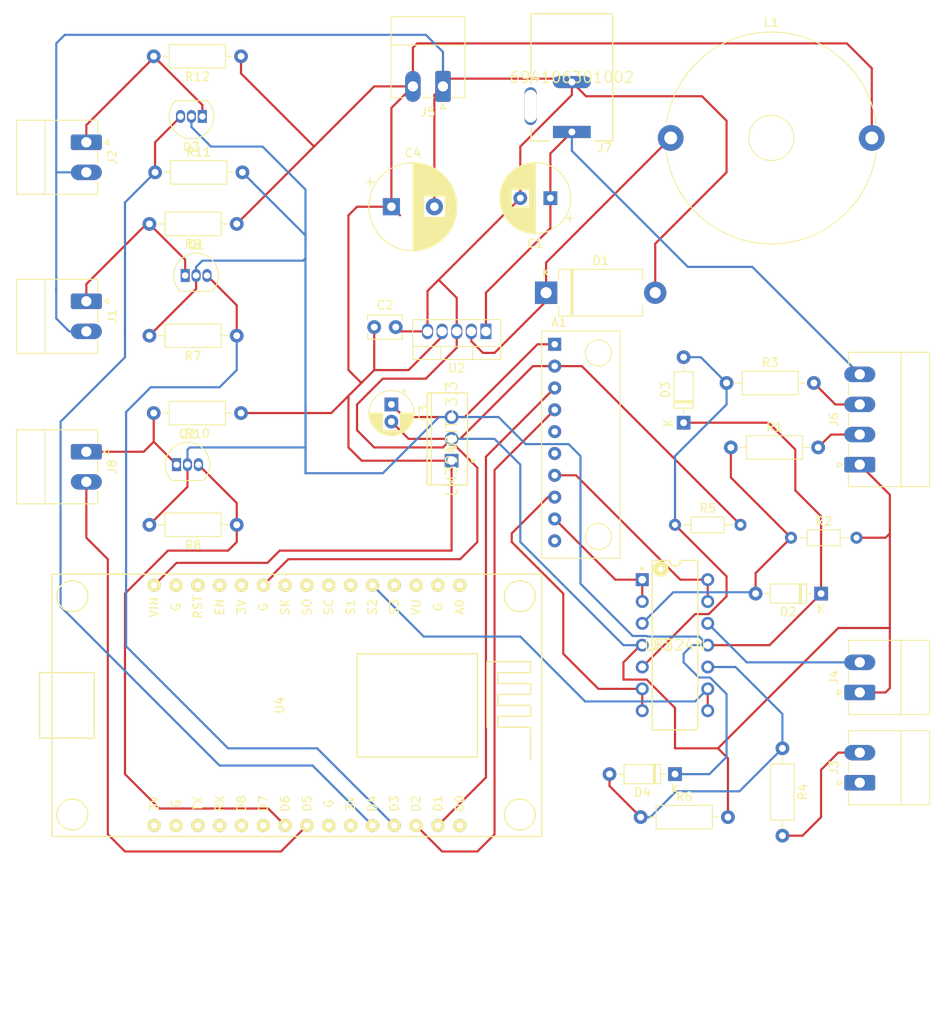
<source format=kicad_pcb>
(kicad_pcb (version 20171130) (host pcbnew "(5.1.10)-1")

  (general
    (thickness 1.6)
    (drawings 8)
    (tracks 311)
    (zones 0)
    (modules 37)
    (nets 52)
  )

  (page A4)
  (layers
    (0 F.Cu signal)
    (31 B.Cu signal)
    (32 B.Adhes user)
    (33 F.Adhes user)
    (34 B.Paste user)
    (35 F.Paste user)
    (36 B.SilkS user)
    (37 F.SilkS user)
    (38 B.Mask user)
    (39 F.Mask user)
    (40 Dwgs.User user)
    (41 Cmts.User user)
    (42 Eco1.User user)
    (43 Eco2.User user)
    (44 Edge.Cuts user)
    (45 Margin user)
    (46 B.CrtYd user)
    (47 F.CrtYd user)
    (48 B.Fab user)
    (49 F.Fab user)
  )

  (setup
    (last_trace_width 0.25)
    (trace_clearance 0.2)
    (zone_clearance 0.508)
    (zone_45_only no)
    (trace_min 0.2)
    (via_size 0.8)
    (via_drill 0.4)
    (via_min_size 0.4)
    (via_min_drill 0.3)
    (uvia_size 0.3)
    (uvia_drill 0.1)
    (uvias_allowed no)
    (uvia_min_size 0.2)
    (uvia_min_drill 0.1)
    (edge_width 0.1)
    (segment_width 0.2)
    (pcb_text_width 0.3)
    (pcb_text_size 1.5 1.5)
    (mod_edge_width 0.15)
    (mod_text_size 1 1)
    (mod_text_width 0.15)
    (pad_size 1.524 1.524)
    (pad_drill 0.762)
    (pad_to_mask_clearance 0)
    (aux_axis_origin 0 0)
    (visible_elements 7FFFFFFF)
    (pcbplotparams
      (layerselection 0x010fc_ffffffff)
      (usegerberextensions false)
      (usegerberattributes true)
      (usegerberadvancedattributes true)
      (creategerberjobfile true)
      (excludeedgelayer true)
      (linewidth 0.100000)
      (plotframeref false)
      (viasonmask false)
      (mode 1)
      (useauxorigin false)
      (hpglpennumber 1)
      (hpglpenspeed 20)
      (hpglpendiameter 15.000000)
      (psnegative false)
      (psa4output false)
      (plotreference true)
      (plotvalue true)
      (plotinvisibletext false)
      (padsonsilk false)
      (subtractmaskfromsilk false)
      (outputformat 1)
      (mirror false)
      (drillshape 1)
      (scaleselection 1)
      (outputdirectory ""))
  )

  (net 0 "")
  (net 1 "Net-(A1-Pad10)")
  (net 2 humidity)
  (net 3 temperature)
  (net 4 current)
  (net 5 "Net-(A1-Pad6)")
  (net 6 "Net-(A1-Pad5)")
  (net 7 SDA)
  (net 8 SCL)
  (net 9 GNDREF)
  (net 10 3.3V)
  (net 11 24V)
  (net 12 5V)
  (net 13 "Net-(D1-Pad1)")
  (net 14 "Net-(D2-Pad2)")
  (net 15 "Net-(D3-Pad2)")
  (net 16 "Net-(D4-Pad2)")
  (net 17 Humidity_sensor)
  (net 18 KB_relay)
  (net 19 stop_relay)
  (net 20 Stop_from_DCU)
  (net 21 Temperature_sensor)
  (net 22 Current_Fluke)
  (net 23 RXnode)
  (net 24 RXard)
  (net 25 KB_out)
  (net 26 TXard)
  (net 27 stop_out)
  (net 28 stop_in)
  (net 29 "Net-(U4-Pad30)")
  (net 30 "Net-(U4-Pad25)")
  (net 31 "Net-(U4-Pad24)")
  (net 32 "Net-(U4-Pad21)")
  (net 33 "Net-(U4-Pad20)")
  (net 34 "Net-(U4-Pad19)")
  (net 35 "Net-(U4-Pad18)")
  (net 36 "Net-(U4-Pad16)")
  (net 37 "Net-(U4-Pad14)")
  (net 38 "Net-(U4-Pad13)")
  (net 39 "Net-(U4-Pad12)")
  (net 40 "Net-(U4-Pad11)")
  (net 41 "Net-(U4-Pad9)")
  (net 42 "Net-(U4-Pad8)")
  (net 43 "Net-(U4-Pad7)")
  (net 44 "Net-(U4-Pad6)")
  (net 45 "Net-(U4-Pad4)")
  (net 46 "Net-(U4-Pad3)")
  (net 47 "Net-(U4-Pad2)")
  (net 48 ADC0)
  (net 49 "Net-(J3-Pad1)")
  (net 50 "Net-(J7-Pad3)")
  (net 51 "Net-(U4-Pad17)")

  (net_class Default "Esta es la clase de red por defecto."
    (clearance 0.2)
    (trace_width 0.25)
    (via_dia 0.8)
    (via_drill 0.4)
    (uvia_dia 0.3)
    (uvia_drill 0.1)
    (add_net 24V)
    (add_net 3.3V)
    (add_net 5V)
    (add_net ADC0)
    (add_net Current_Fluke)
    (add_net GNDREF)
    (add_net Humidity_sensor)
    (add_net KB_out)
    (add_net KB_relay)
    (add_net "Net-(A1-Pad10)")
    (add_net "Net-(A1-Pad5)")
    (add_net "Net-(A1-Pad6)")
    (add_net "Net-(D1-Pad1)")
    (add_net "Net-(D2-Pad2)")
    (add_net "Net-(D3-Pad2)")
    (add_net "Net-(D4-Pad2)")
    (add_net "Net-(J3-Pad1)")
    (add_net "Net-(J7-Pad3)")
    (add_net "Net-(U4-Pad11)")
    (add_net "Net-(U4-Pad12)")
    (add_net "Net-(U4-Pad13)")
    (add_net "Net-(U4-Pad14)")
    (add_net "Net-(U4-Pad16)")
    (add_net "Net-(U4-Pad17)")
    (add_net "Net-(U4-Pad18)")
    (add_net "Net-(U4-Pad19)")
    (add_net "Net-(U4-Pad2)")
    (add_net "Net-(U4-Pad20)")
    (add_net "Net-(U4-Pad21)")
    (add_net "Net-(U4-Pad24)")
    (add_net "Net-(U4-Pad25)")
    (add_net "Net-(U4-Pad3)")
    (add_net "Net-(U4-Pad30)")
    (add_net "Net-(U4-Pad4)")
    (add_net "Net-(U4-Pad6)")
    (add_net "Net-(U4-Pad7)")
    (add_net "Net-(U4-Pad8)")
    (add_net "Net-(U4-Pad9)")
    (add_net RXard)
    (add_net RXnode)
    (add_net SCL)
    (add_net SDA)
    (add_net Stop_from_DCU)
    (add_net TXard)
    (add_net Temperature_sensor)
    (add_net current)
    (add_net humidity)
    (add_net stop_in)
    (add_net stop_out)
    (add_net stop_relay)
    (add_net temperature)
  )

  (module LP324N:Texas_Instruments-LP324N-Manufacturer_Recommended (layer F.Cu) (tedit 5EF2200A) (tstamp 61109D4C)
    (at 86 86)
    (path /6115504E)
    (fp_text reference U3 (at -3.048 -0.092) (layer F.SilkS)
      (effects (font (size 1.2 1.2) (thickness 0.15)) (justify left))
    )
    (fp_text value LP324N (at 0 0) (layer F.SilkS)
      (effects (font (size 1.27 1.27) (thickness 0.15)))
    )
    (fp_line (start -0.635 -9.850001) (end -0.627182 -9.750665) (layer F.SilkS) (width 0.2))
    (fp_line (start -0.627182 -9.750665) (end -0.603921 -9.653775) (layer F.SilkS) (width 0.2))
    (fp_line (start -0.603921 -9.653775) (end -0.565789 -9.561717) (layer F.SilkS) (width 0.2))
    (fp_line (start -0.565789 -9.561717) (end -0.513726 -9.476757) (layer F.SilkS) (width 0.2))
    (fp_line (start -0.513726 -9.476757) (end -0.449013 -9.400988) (layer F.SilkS) (width 0.2))
    (fp_line (start -0.449013 -9.400988) (end -0.373244 -9.336275) (layer F.SilkS) (width 0.2))
    (fp_line (start -0.373244 -9.336275) (end -0.288284 -9.284212) (layer F.SilkS) (width 0.2))
    (fp_line (start -0.288284 -9.284212) (end -0.196226 -9.24608) (layer F.SilkS) (width 0.2))
    (fp_line (start -0.196226 -9.24608) (end -0.099336 -9.222819) (layer F.SilkS) (width 0.2))
    (fp_line (start -0.099336 -9.222819) (end 0 -9.215001) (layer F.SilkS) (width 0.2))
    (fp_line (start 0 -9.215001) (end 0.099336 -9.222819) (layer F.SilkS) (width 0.2))
    (fp_line (start 0.099336 -9.222819) (end 0.196226 -9.24608) (layer F.SilkS) (width 0.2))
    (fp_line (start 0.196226 -9.24608) (end 0.288284 -9.284212) (layer F.SilkS) (width 0.2))
    (fp_line (start 0.288284 -9.284212) (end 0.373244 -9.336275) (layer F.SilkS) (width 0.2))
    (fp_line (start 0.373244 -9.336275) (end 0.449013 -9.400988) (layer F.SilkS) (width 0.2))
    (fp_line (start 0.449013 -9.400988) (end 0.513726 -9.476757) (layer F.SilkS) (width 0.2))
    (fp_line (start 0.513726 -9.476757) (end 0.565789 -9.561717) (layer F.SilkS) (width 0.2))
    (fp_line (start 0.565789 -9.561717) (end 0.603921 -9.653775) (layer F.SilkS) (width 0.2))
    (fp_line (start 0.603921 -9.653775) (end 0.627182 -9.750665) (layer F.SilkS) (width 0.2))
    (fp_line (start 0.627182 -9.750665) (end 0.635 -9.850001) (layer F.SilkS) (width 0.2))
    (fp_circle (center -3.81 -8.92) (end -3.684999 -8.92) (layer F.SilkS) (width 0.249999))
    (fp_circle (center -1.649999 -8.85) (end -1.35 -8.85) (layer F.SilkS) (width 0.599999))
    (fp_circle (center -2.4 -8.95) (end -1.900001 -8.95) (layer F.Fab) (width 0.1))
    (fp_line (start -2.65 9.850001) (end -2.65 -9.850001) (layer F.SilkS) (width 0.15))
    (fp_line (start 2.65 9.850001) (end 2.65 -9.850001) (layer F.SilkS) (width 0.15))
    (fp_line (start -2.65 -9.850001) (end -0.635 -9.850001) (layer F.SilkS) (width 0.15))
    (fp_line (start 0.635 -9.850001) (end 2.65 -9.850001) (layer F.SilkS) (width 0.15))
    (fp_line (start -2.65 9.850001) (end 2.65 9.850001) (layer F.SilkS) (width 0.15))
    (fp_line (start -3.300001 9.850001) (end -3.300001 -9.850001) (layer F.Fab) (width 0.1))
    (fp_line (start 3.300001 9.850001) (end 3.300001 -9.850001) (layer F.Fab) (width 0.1))
    (fp_line (start -3.300001 -9.850001) (end 3.300001 -9.850001) (layer F.Fab) (width 0.1))
    (fp_line (start -3.300001 9.850001) (end 3.300001 9.850001) (layer F.Fab) (width 0.1))
    (fp_line (start 4.775001 -10.025) (end 4.775001 -10.025) (layer F.CrtYd) (width 0.15))
    (fp_line (start 4.775001 -10.025) (end -4.774999 -10.025) (layer F.CrtYd) (width 0.15))
    (fp_line (start -4.774999 -10.025) (end -4.774999 10.025) (layer F.CrtYd) (width 0.15))
    (fp_line (start -4.774999 10.025) (end 4.775001 10.025) (layer F.CrtYd) (width 0.15))
    (fp_line (start 4.775001 10.025) (end 4.775001 -10.025) (layer F.CrtYd) (width 0.15))
    (pad 8 thru_hole circle (at 3.81 7.62) (size 1.5 1.5) (drill 0.900001) (layers *.Cu)
      (net 28 stop_in))
    (pad 9 thru_hole circle (at 3.81 5.08) (size 1.5 1.5) (drill 0.900001) (layers *.Cu)
      (net 28 stop_in))
    (pad 10 thru_hole circle (at 3.81 2.54) (size 1.5 1.5) (drill 0.900001) (layers *.Cu)
      (net 16 "Net-(D4-Pad2)"))
    (pad 11 thru_hole circle (at 3.81 0) (size 1.5 1.5) (drill 0.900001) (layers *.Cu)
      (net 10 3.3V))
    (pad 12 thru_hole circle (at 3.81 -2.54) (size 1.5 1.5) (drill 0.900001) (layers *.Cu)
      (net 22 Current_Fluke))
    (pad 13 thru_hole circle (at 3.81 -5.08) (size 1.5 1.5) (drill 0.900001) (layers *.Cu)
      (net 4 current))
    (pad 14 thru_hole circle (at 3.81 -7.62) (size 1.5 1.5) (drill 0.900001) (layers *.Cu)
      (net 4 current))
    (pad 7 thru_hole circle (at -3.81 7.62) (size 1.5 1.5) (drill 0.900001) (layers *.Cu)
      (net 3 temperature))
    (pad 6 thru_hole circle (at -3.81 5.08) (size 1.5 1.5) (drill 0.900001) (layers *.Cu)
      (net 3 temperature))
    (pad 5 thru_hole circle (at -3.81 2.54) (size 1.5 1.5) (drill 0.900001) (layers *.Cu)
      (net 15 "Net-(D3-Pad2)"))
    (pad 4 thru_hole circle (at -3.81 0) (size 1.5 1.5) (drill 0.900001) (layers *.Cu)
      (net 9 GNDREF))
    (pad 3 thru_hole circle (at -3.81 -2.54) (size 1.5 1.5) (drill 0.900001) (layers *.Cu)
      (net 14 "Net-(D2-Pad2)"))
    (pad 2 thru_hole circle (at -3.81 -5.08) (size 1.5 1.5) (drill 0.900001) (layers *.Cu)
      (net 2 humidity))
    (pad 1 thru_hole rect (at -3.81 -7.62) (size 1.5 1.5) (drill 0.900001) (layers *.Cu)
      (net 2 humidity))
    (model eec.models/Texas_Instruments_-_LP324N.step
      (offset (xyz 193.5479970932007 0 0))
      (scale (xyz 1 1 1))
      (rotate (xyz 0 0 0))
    )
    (model eec.models/Texas_Instruments_-_LP324N.step
      (offset (xyz 193.5479970932007 0 67.56399898529052))
      (scale (xyz 1 1 1))
      (rotate (xyz 0 0 0))
    )
    (model eec.models/Texas_Instruments_-_LP324N.step
      (offset (xyz 193.5479970932007 0 -40.63997398964882))
      (scale (xyz 1 1 1))
      (rotate (xyz 0 0 0))
    )
    (model eec.models/Texas_Instruments_-_LP324N.step
      (offset (xyz 129.0319980621338 0 0))
      (scale (xyz 1 1 1))
      (rotate (xyz 0 0 0))
    )
    (model eec.models/Texas_Instruments_-_LP324N.step
      (offset (xyz 129.0319980621338 0 67.56399898529052))
      (scale (xyz 1 1 1))
      (rotate (xyz 0 0 0))
    )
    (model eec.models/Texas_Instruments_-_LP324N.step
      (offset (xyz 129.0319980621338 0 -40.63997398964882))
      (scale (xyz 1 1 1))
      (rotate (xyz 0 0 0))
    )
    (model eec.models/Texas_Instruments_-_LP324N.step
      (offset (xyz 64.5159990310669 0 0))
      (scale (xyz 1 1 1))
      (rotate (xyz 0 0 0))
    )
    (model eec.models/Texas_Instruments_-_LP324N.step
      (offset (xyz 64.5159990310669 0 67.56399898529052))
      (scale (xyz 1 1 1))
      (rotate (xyz 0 0 0))
    )
    (model eec.models/Texas_Instruments_-_LP324N.step
      (offset (xyz 64.5159990310669 0 -40.63997398964882))
      (scale (xyz 1 1 1))
      (rotate (xyz 0 0 0))
    )
    (model eec.models/Texas_Instruments_-_LP324N.step
      (at (xyz 0 0 0))
      (scale (xyz 1 1 1))
      (rotate (xyz 0 0 0))
    )
    (model eec.models/Texas_Instruments_-_LP324N.step
      (offset (xyz 0 0 67.56399898529052))
      (scale (xyz 1 1 1))
      (rotate (xyz 0 0 0))
    )
    (model eec.models/Texas_Instruments_-_LP324N.step
      (offset (xyz 0 0 -40.63997398964882))
      (scale (xyz 1 1 1))
      (rotate (xyz 0 0 0))
    )
    (model eec.models/Texas_Instruments_-_LP324N.step
      (offset (xyz -38.60799942016602 0 0))
      (scale (xyz 1 1 1))
      (rotate (xyz 0 0 0))
    )
    (model eec.models/Texas_Instruments_-_LP324N.step
      (offset (xyz -38.60799942016602 0 67.56399898529052))
      (scale (xyz 1 1 1))
      (rotate (xyz 0 0 0))
    )
    (model eec.models/Texas_Instruments_-_LP324N.step
      (offset (xyz -36.8299994468689 0 -40.63997398964882))
      (scale (xyz 1 1 1))
      (rotate (xyz 0 0 0))
    )
    (model eec.models/Texas_Instruments_-_LP324N.step
      (offset (xyz -70.86599893569947 0 0))
      (scale (xyz 1 1 1))
      (rotate (xyz 0 0 0))
    )
    (model eec.models/Texas_Instruments_-_LP324N.step
      (offset (xyz -70.86599893569947 0 67.56399898529052))
      (scale (xyz 1 1 1))
      (rotate (xyz 0 0 0))
    )
    (model eec.models/Texas_Instruments_-_LP324N.step
      (offset (xyz -69.08799896240235 0 -40.63997398964882))
      (scale (xyz 1 1 1))
      (rotate (xyz 0 0 0))
    )
    (model eec.models/Texas_Instruments_-_LP324N.step
      (offset (xyz -103.1239984512329 0 0))
      (scale (xyz 1 1 1))
      (rotate (xyz 0 0 0))
    )
    (model eec.models/Texas_Instruments_-_LP324N.step
      (offset (xyz -103.1239984512329 0 67.56399898529052))
      (scale (xyz 1 1 1))
      (rotate (xyz 0 0 0))
    )
    (model eec.models/Texas_Instruments_-_LP324N.step
      (offset (xyz -101.3459984779358 0 -40.63997398964882))
      (scale (xyz 1 1 1))
      (rotate (xyz 0 0 0))
    )
    (model eec.models/Texas_Instruments_-_LP324N.step
      (offset (xyz -103.1239984512329 0 0))
      (scale (xyz 1 1 1))
      (rotate (xyz 0 0 0))
    )
    (model eec.models/Texas_Instruments_-_LP324N.step
      (offset (xyz -103.1239984512329 0 67.56399898529052))
      (scale (xyz 1 1 1))
      (rotate (xyz 0 0 0))
    )
    (model eec.models/Texas_Instruments_-_LP324N.step
      (offset (xyz -101.3459984779358 0 -40.63997398964882))
      (scale (xyz 1 1 1))
      (rotate (xyz 0 0 0))
    )
    (model eec.models/Texas_Instruments_-_LP324N.step
      (offset (xyz -70.86599893569947 0 0))
      (scale (xyz 1 1 1))
      (rotate (xyz 0 0 0))
    )
    (model eec.models/Texas_Instruments_-_LP324N.step
      (offset (xyz -70.86599893569947 0 67.56399898529052))
      (scale (xyz 1 1 1))
      (rotate (xyz 0 0 0))
    )
    (model eec.models/Texas_Instruments_-_LP324N.step
      (offset (xyz -69.08799896240235 0 -40.63997398964882))
      (scale (xyz 1 1 1))
      (rotate (xyz 0 0 0))
    )
    (model eec.models/Texas_Instruments_-_LP324N.step
      (offset (xyz -38.60799942016602 0 0))
      (scale (xyz 1 1 1))
      (rotate (xyz 0 0 0))
    )
    (model eec.models/Texas_Instruments_-_LP324N.step
      (offset (xyz -38.60799942016602 0 67.56399898529052))
      (scale (xyz 1 1 1))
      (rotate (xyz 0 0 0))
    )
    (model eec.models/Texas_Instruments_-_LP324N.step
      (offset (xyz -36.8299994468689 0 -40.63997398964882))
      (scale (xyz 1 1 1))
      (rotate (xyz 0 0 0))
    )
    (model eec.models/Texas_Instruments_-_LP324N.step
      (at (xyz 0 0 0))
      (scale (xyz 1 1 1))
      (rotate (xyz 0 0 0))
    )
    (model eec.models/Texas_Instruments_-_LP324N.step
      (offset (xyz 0 0 67.56399898529052))
      (scale (xyz 1 1 1))
      (rotate (xyz 0 0 0))
    )
    (model eec.models/Texas_Instruments_-_LP324N.step
      (offset (xyz 0 0 -40.63997398964882))
      (scale (xyz 1 1 1))
      (rotate (xyz 0 0 0))
    )
    (model eec.models/Texas_Instruments_-_LP324N.step
      (offset (xyz 64.5159990310669 0 0))
      (scale (xyz 1 1 1))
      (rotate (xyz 0 0 0))
    )
    (model eec.models/Texas_Instruments_-_LP324N.step
      (offset (xyz 64.5159990310669 0 67.56399898529052))
      (scale (xyz 1 1 1))
      (rotate (xyz 0 0 0))
    )
    (model eec.models/Texas_Instruments_-_LP324N.step
      (offset (xyz 64.5159990310669 0 -40.63997398964882))
      (scale (xyz 1 1 1))
      (rotate (xyz 0 0 0))
    )
    (model eec.models/Texas_Instruments_-_LP324N.step
      (offset (xyz 129.0319980621338 0 0))
      (scale (xyz 1 1 1))
      (rotate (xyz 0 0 0))
    )
    (model eec.models/Texas_Instruments_-_LP324N.step
      (offset (xyz 129.0319980621338 0 67.56399898529052))
      (scale (xyz 1 1 1))
      (rotate (xyz 0 0 0))
    )
    (model eec.models/Texas_Instruments_-_LP324N.step
      (offset (xyz 129.0319980621338 0 -40.63997398964882))
      (scale (xyz 1 1 1))
      (rotate (xyz 0 0 0))
    )
    (model eec.models/Texas_Instruments_-_LP324N.step
      (offset (xyz 193.5479970932007 0 0))
      (scale (xyz 1 1 1))
      (rotate (xyz 0 0 0))
    )
    (model eec.models/Texas_Instruments_-_LP324N.step
      (offset (xyz 193.5479970932007 0 67.56399898529052))
      (scale (xyz 1 1 1))
      (rotate (xyz 0 0 0))
    )
    (model eec.models/Texas_Instruments_-_LP324N.step
      (offset (xyz 193.5479970932007 0 -40.63997398964882))
      (scale (xyz 1 1 1))
      (rotate (xyz 0 0 0))
    )
    (model eec.models/Texas_Instruments_-_LP324N.step
      (offset (xyz 0 0 12.95397440545082))
      (scale (xyz 1 1 1))
      (rotate (xyz 0 0 0))
    )
  )

  (module Connector_Phoenix_MC:PhoenixContact_MC_1,5_4-G-3.5_1x04_P3.50mm_Horizontal (layer F.Cu) (tedit 5B784ED0) (tstamp 610EAD4A)
    (at 107.5 65 90)
    (descr "Generic Phoenix Contact connector footprint for: MC_1,5/4-G-3.5; number of pins: 04; pin pitch: 3.50mm; Angled || order number: 1844236 8A 160V")
    (tags "phoenix_contact connector MC_01x04_G_3.5mm")
    (path /611011FE)
    (fp_text reference J6 (at 5.25 -3 90) (layer F.SilkS)
      (effects (font (size 1 1) (thickness 0.15)))
    )
    (fp_text value Conn_01x04_Male (at 5.25 9.2 90) (layer F.Fab)
      (effects (font (size 1 1) (thickness 0.15)))
    )
    (fp_line (start -2.56 -1.31) (end -2.56 8.11) (layer F.SilkS) (width 0.12))
    (fp_line (start -2.56 8.11) (end 13.06 8.11) (layer F.SilkS) (width 0.12))
    (fp_line (start 13.06 8.11) (end 13.06 -1.31) (layer F.SilkS) (width 0.12))
    (fp_line (start -2.56 -1.31) (end -1.05 -1.31) (layer F.SilkS) (width 0.12))
    (fp_line (start 13.06 -1.31) (end 11.55 -1.31) (layer F.SilkS) (width 0.12))
    (fp_line (start 1.05 -1.31) (end 2.45 -1.31) (layer F.SilkS) (width 0.12))
    (fp_line (start 4.55 -1.31) (end 5.95 -1.31) (layer F.SilkS) (width 0.12))
    (fp_line (start 8.05 -1.31) (end 9.45 -1.31) (layer F.SilkS) (width 0.12))
    (fp_line (start -2.45 -1.2) (end -2.45 8) (layer F.Fab) (width 0.1))
    (fp_line (start -2.45 8) (end 12.95 8) (layer F.Fab) (width 0.1))
    (fp_line (start 12.95 8) (end 12.95 -1.2) (layer F.Fab) (width 0.1))
    (fp_line (start 12.95 -1.2) (end -2.45 -1.2) (layer F.Fab) (width 0.1))
    (fp_line (start -2.56 4.8) (end 13.06 4.8) (layer F.SilkS) (width 0.12))
    (fp_line (start -3.06 -2.3) (end -3.06 8.5) (layer F.CrtYd) (width 0.05))
    (fp_line (start -3.06 8.5) (end 13.45 8.5) (layer F.CrtYd) (width 0.05))
    (fp_line (start 13.45 8.5) (end 13.45 -2.3) (layer F.CrtYd) (width 0.05))
    (fp_line (start 13.45 -2.3) (end -3.06 -2.3) (layer F.CrtYd) (width 0.05))
    (fp_line (start 0.3 -2.6) (end 0 -2) (layer F.SilkS) (width 0.12))
    (fp_line (start 0 -2) (end -0.3 -2.6) (layer F.SilkS) (width 0.12))
    (fp_line (start -0.3 -2.6) (end 0.3 -2.6) (layer F.SilkS) (width 0.12))
    (fp_line (start 0.8 -1.2) (end 0 0) (layer F.Fab) (width 0.1))
    (fp_line (start 0 0) (end -0.8 -1.2) (layer F.Fab) (width 0.1))
    (fp_text user %R (at 5.25 -0.5 90) (layer F.Fab)
      (effects (font (size 1 1) (thickness 0.15)))
    )
    (pad 4 thru_hole oval (at 10.5 0 90) (size 1.8 3.6) (drill 1.2) (layers *.Cu *.Mask)
      (net 11 24V))
    (pad 3 thru_hole oval (at 7 0 90) (size 1.8 3.6) (drill 1.2) (layers *.Cu *.Mask)
      (net 21 Temperature_sensor))
    (pad 2 thru_hole oval (at 3.5 0 90) (size 1.8 3.6) (drill 1.2) (layers *.Cu *.Mask)
      (net 17 Humidity_sensor))
    (pad 1 thru_hole roundrect (at 0 0 90) (size 1.8 3.6) (drill 1.2) (layers *.Cu *.Mask) (roundrect_rratio 0.138889)
      (net 9 GNDREF))
    (model ${KISYS3DMOD}/Connector_Phoenix_MC.3dshapes/PhoenixContact_MC_1,5_4-G-3.5_1x04_P3.50mm_Horizontal.wrl
      (at (xyz 0 0 0))
      (scale (xyz 1 1 1))
      (rotate (xyz 0 0 0))
    )
  )

  (module "ESP8266_related:NodeMCU1.0(12-E)" (layer F.Cu) (tedit 58B0D14D) (tstamp 61109DAC)
    (at 40 93 270)
    (path /60AD6F50)
    (fp_text reference U4 (at 0 0 90) (layer F.SilkS)
      (effects (font (size 1 1) (thickness 0.15)))
    )
    (fp_text value "NodeMCU_1.0_(ESP-12E)" (at 0 -2.54 90) (layer F.Fab)
      (effects (font (size 1 1) (thickness 0.15)))
    )
    (fp_line (start -6 -23) (end 6 -23) (layer F.SilkS) (width 0.15))
    (fp_line (start 6 -23) (end 6 -9) (layer F.SilkS) (width 0.15))
    (fp_line (start 6 -9) (end -6 -9) (layer F.SilkS) (width 0.15))
    (fp_line (start -6 -9) (end -6 -23) (layer F.SilkS) (width 0.15))
    (fp_line (start 2.54 -24.13) (end -5.08 -24.13) (layer F.SilkS) (width 0.15))
    (fp_line (start -5.08 -24.13) (end -5.08 -29.21) (layer F.SilkS) (width 0.15))
    (fp_line (start -5.08 -29.21) (end -3.81 -29.21) (layer F.SilkS) (width 0.15))
    (fp_line (start -3.81 -29.21) (end -3.81 -25.4) (layer F.SilkS) (width 0.15))
    (fp_line (start -3.81 -25.4) (end -2.54 -25.4) (layer F.SilkS) (width 0.15))
    (fp_line (start -2.54 -25.4) (end -2.54 -29.21) (layer F.SilkS) (width 0.15))
    (fp_line (start -2.54 -29.21) (end -1.27 -29.21) (layer F.SilkS) (width 0.15))
    (fp_line (start -1.27 -29.21) (end -1.27 -25.4) (layer F.SilkS) (width 0.15))
    (fp_line (start -1.27 -25.4) (end 0 -25.4) (layer F.SilkS) (width 0.15))
    (fp_line (start 0 -25.4) (end 0 -29.21) (layer F.SilkS) (width 0.15))
    (fp_line (start 0 -29.21) (end 1.27 -29.21) (layer F.SilkS) (width 0.15))
    (fp_line (start 1.27 -29.21) (end 1.27 -25.4) (layer F.SilkS) (width 0.15))
    (fp_line (start 1.27 -25.4) (end 2.54 -25.4) (layer F.SilkS) (width 0.15))
    (fp_line (start 2.54 -25.4) (end 2.54 -29.21) (layer F.SilkS) (width 0.15))
    (fp_line (start 2.54 -29.21) (end 6.35 -29.21) (layer F.SilkS) (width 0.15))
    (fp_line (start -3.81 27.94) (end 3.81 27.94) (layer F.SilkS) (width 0.15))
    (fp_line (start 3.81 27.94) (end 3.81 21.59) (layer F.SilkS) (width 0.15))
    (fp_line (start 3.81 21.59) (end -3.81 21.59) (layer F.SilkS) (width 0.15))
    (fp_line (start -3.81 21.59) (end -3.81 27.94) (layer F.SilkS) (width 0.15))
    (fp_circle (center 12.7 24.13) (end 13.97 22.86) (layer F.SilkS) (width 0.15))
    (fp_circle (center -12.7 24.13) (end -11.43 22.86) (layer F.SilkS) (width 0.15))
    (fp_circle (center -12.7 -27.94) (end -11.43 -29.21) (layer F.SilkS) (width 0.15))
    (fp_circle (center 12.7 -27.94) (end 13.97 -29.21) (layer F.SilkS) (width 0.15))
    (fp_line (start 15.25 -30.5) (end -14.75 -30.5) (layer F.SilkS) (width 0.15))
    (fp_line (start -14.75 -30.5) (end -15.25 -30.5) (layer F.SilkS) (width 0.15))
    (fp_line (start -15.25 -30.5) (end -15.25 26.5) (layer F.SilkS) (width 0.15))
    (fp_line (start -15.25 26.5) (end 15.25 26.5) (layer F.SilkS) (width 0.15))
    (fp_line (start 15.25 26.5) (end 15.25 -30.5) (layer F.SilkS) (width 0.15))
    (fp_text user D0 (at 11.43 -20.955 90) (layer F.SilkS)
      (effects (font (size 1 1) (thickness 0.15)))
    )
    (fp_text user D1 (at 11.43 -18.415 90) (layer F.SilkS)
      (effects (font (size 1 1) (thickness 0.15)))
    )
    (fp_text user D2 (at 11.43 -15.875 90) (layer F.SilkS)
      (effects (font (size 1 1) (thickness 0.15)))
    )
    (fp_text user D3 (at 11.43 -13.335 90) (layer F.SilkS)
      (effects (font (size 1 1) (thickness 0.15)))
    )
    (fp_text user D4 (at 11.43 -10.795 90) (layer F.SilkS)
      (effects (font (size 1 1) (thickness 0.15)))
    )
    (fp_text user 3V (at 11.43 -8.255 90) (layer F.SilkS)
      (effects (font (size 1 1) (thickness 0.15)))
    )
    (fp_text user G (at 11.43 -5.715 90) (layer F.SilkS)
      (effects (font (size 1 1) (thickness 0.15)))
    )
    (fp_text user D5 (at 11.43 -3.175 90) (layer F.SilkS)
      (effects (font (size 1 1) (thickness 0.15)))
    )
    (fp_text user D6 (at 11.43 -0.635 90) (layer F.SilkS)
      (effects (font (size 1 1) (thickness 0.15)))
    )
    (fp_text user D7 (at 11.43 1.905 90) (layer F.SilkS)
      (effects (font (size 1 1) (thickness 0.15)))
    )
    (fp_text user D8 (at 11.43 4.445 90) (layer F.SilkS)
      (effects (font (size 1 1) (thickness 0.15)))
    )
    (fp_text user RX (at 11.43 6.985 90) (layer F.SilkS)
      (effects (font (size 1 1) (thickness 0.15)))
    )
    (fp_text user TX (at 11.43 9.525 90) (layer F.SilkS)
      (effects (font (size 1 1) (thickness 0.15)))
    )
    (fp_text user G (at 11.43 12.065 90) (layer F.SilkS)
      (effects (font (size 1 1) (thickness 0.15)))
    )
    (fp_text user 3V (at 11.43 14.605 90) (layer F.SilkS)
      (effects (font (size 1 1) (thickness 0.15)))
    )
    (fp_text user A0 (at -11.43 -20.955 90) (layer F.SilkS)
      (effects (font (size 1 1) (thickness 0.15)))
    )
    (fp_text user G (at -11.43 -18.415 90) (layer F.SilkS)
      (effects (font (size 1 1) (thickness 0.15)))
    )
    (fp_text user VU (at -11.43 -15.875 90) (layer F.SilkS)
      (effects (font (size 1 1) (thickness 0.15)))
    )
    (fp_text user S3 (at -11.43 -13.335 90) (layer F.SilkS)
      (effects (font (size 1 1) (thickness 0.15)))
    )
    (fp_text user S2 (at -11.43 -10.795 90) (layer F.SilkS)
      (effects (font (size 1 1) (thickness 0.15)))
    )
    (fp_text user S1 (at -11.43 -8.255 90) (layer F.SilkS)
      (effects (font (size 1 1) (thickness 0.15)))
    )
    (fp_text user SC (at -11.43 -5.715 90) (layer F.SilkS)
      (effects (font (size 1 1) (thickness 0.15)))
    )
    (fp_text user SO (at -11.43 -3.175 90) (layer F.SilkS)
      (effects (font (size 1 1) (thickness 0.15)))
    )
    (fp_text user SK (at -11.43 -0.635 90) (layer F.SilkS)
      (effects (font (size 1 1) (thickness 0.15)))
    )
    (fp_text user G (at -11.43 1.905 90) (layer F.SilkS)
      (effects (font (size 1 1) (thickness 0.15)))
    )
    (fp_text user 3V (at -11.43 4.445 90) (layer F.SilkS)
      (effects (font (size 1 1) (thickness 0.15)))
    )
    (fp_text user EN (at -11.43 6.985 90) (layer F.SilkS)
      (effects (font (size 1 1) (thickness 0.15)))
    )
    (fp_text user RST (at -11.43 9.525 90) (layer F.SilkS)
      (effects (font (size 1 1) (thickness 0.15)))
    )
    (fp_text user G (at -11.43 12.065 90) (layer F.SilkS)
      (effects (font (size 1 1) (thickness 0.15)))
    )
    (fp_text user VIN (at -11.43 14.605 90) (layer F.SilkS)
      (effects (font (size 1 1) (thickness 0.15)))
    )
    (pad 30 thru_hole circle (at 13.97 -20.955 270) (size 1.524 1.524) (drill 0.762) (layers *.Cu *.Mask F.SilkS)
      (net 29 "Net-(U4-Pad30)"))
    (pad 29 thru_hole circle (at 13.97 -18.415 270) (size 1.524 1.524) (drill 0.762) (layers *.Cu *.Mask F.SilkS)
      (net 8 SCL))
    (pad 28 thru_hole circle (at 13.97 -15.875 270) (size 1.524 1.524) (drill 0.762) (layers *.Cu *.Mask F.SilkS)
      (net 7 SDA))
    (pad 27 thru_hole circle (at 13.97 -13.335 270) (size 1.524 1.524) (drill 0.762) (layers *.Cu *.Mask F.SilkS)
      (net 25 KB_out))
    (pad 26 thru_hole circle (at 13.97 -10.795 270) (size 1.524 1.524) (drill 0.762) (layers *.Cu *.Mask F.SilkS)
      (net 27 stop_out))
    (pad 25 thru_hole circle (at 13.97 -8.255 270) (size 1.524 1.524) (drill 0.762) (layers *.Cu *.Mask F.SilkS)
      (net 30 "Net-(U4-Pad25)"))
    (pad 24 thru_hole circle (at 13.97 -5.715 270) (size 1.524 1.524) (drill 0.762) (layers *.Cu *.Mask F.SilkS)
      (net 31 "Net-(U4-Pad24)"))
    (pad 23 thru_hole circle (at 13.97 -3.175 270) (size 1.524 1.524) (drill 0.762) (layers *.Cu *.Mask F.SilkS)
      (net 24 RXard))
    (pad 22 thru_hole circle (at 13.97 -0.635 270) (size 1.524 1.524) (drill 0.762) (layers *.Cu *.Mask F.SilkS)
      (net 23 RXnode))
    (pad 21 thru_hole circle (at 13.97 1.905 270) (size 1.524 1.524) (drill 0.762) (layers *.Cu *.Mask F.SilkS)
      (net 32 "Net-(U4-Pad21)"))
    (pad 20 thru_hole circle (at 13.97 4.445 270) (size 1.524 1.524) (drill 0.762) (layers *.Cu *.Mask F.SilkS)
      (net 33 "Net-(U4-Pad20)"))
    (pad 19 thru_hole circle (at 13.97 6.985 270) (size 1.524 1.524) (drill 0.762) (layers *.Cu *.Mask F.SilkS)
      (net 34 "Net-(U4-Pad19)"))
    (pad 18 thru_hole circle (at 13.97 9.525 270) (size 1.524 1.524) (drill 0.762) (layers *.Cu *.Mask F.SilkS)
      (net 35 "Net-(U4-Pad18)"))
    (pad 17 thru_hole circle (at 13.97 12.065 270) (size 1.524 1.524) (drill 0.762) (layers *.Cu *.Mask F.SilkS)
      (net 51 "Net-(U4-Pad17)"))
    (pad 16 thru_hole circle (at 13.97 14.605 270) (size 1.524 1.524) (drill 0.762) (layers *.Cu *.Mask F.SilkS)
      (net 36 "Net-(U4-Pad16)"))
    (pad 15 thru_hole circle (at -13.97 14.605 270) (size 1.524 1.524) (drill 0.762) (layers *.Cu *.Mask F.SilkS)
      (net 12 5V))
    (pad 14 thru_hole circle (at -13.97 12.065 270) (size 1.524 1.524) (drill 0.762) (layers *.Cu *.Mask F.SilkS)
      (net 37 "Net-(U4-Pad14)"))
    (pad 13 thru_hole circle (at -13.97 9.525 270) (size 1.524 1.524) (drill 0.762) (layers *.Cu *.Mask F.SilkS)
      (net 38 "Net-(U4-Pad13)"))
    (pad 12 thru_hole circle (at -13.97 6.985 270) (size 1.524 1.524) (drill 0.762) (layers *.Cu *.Mask F.SilkS)
      (net 39 "Net-(U4-Pad12)"))
    (pad 11 thru_hole circle (at -13.97 4.445 270) (size 1.524 1.524) (drill 0.762) (layers *.Cu *.Mask F.SilkS)
      (net 40 "Net-(U4-Pad11)"))
    (pad 10 thru_hole circle (at -13.97 1.905 270) (size 1.524 1.524) (drill 0.762) (layers *.Cu *.Mask F.SilkS)
      (net 9 GNDREF))
    (pad 9 thru_hole circle (at -13.97 -0.635 270) (size 1.524 1.524) (drill 0.762) (layers *.Cu *.Mask F.SilkS)
      (net 41 "Net-(U4-Pad9)"))
    (pad 8 thru_hole circle (at -13.97 -3.175 270) (size 1.524 1.524) (drill 0.762) (layers *.Cu *.Mask F.SilkS)
      (net 42 "Net-(U4-Pad8)"))
    (pad 7 thru_hole circle (at -13.97 -5.715 270) (size 1.524 1.524) (drill 0.762) (layers *.Cu *.Mask F.SilkS)
      (net 43 "Net-(U4-Pad7)"))
    (pad 6 thru_hole circle (at -13.97 -8.255 270) (size 1.524 1.524) (drill 0.762) (layers *.Cu *.Mask F.SilkS)
      (net 44 "Net-(U4-Pad6)"))
    (pad 5 thru_hole circle (at -13.97 -10.795 270) (size 1.524 1.524) (drill 0.762) (layers *.Cu *.Mask F.SilkS)
      (net 28 stop_in))
    (pad 4 thru_hole circle (at -13.97 -13.335 270) (size 1.524 1.524) (drill 0.762) (layers *.Cu *.Mask F.SilkS)
      (net 45 "Net-(U4-Pad4)"))
    (pad 3 thru_hole circle (at -13.97 -15.875 270) (size 1.524 1.524) (drill 0.762) (layers *.Cu *.Mask F.SilkS)
      (net 46 "Net-(U4-Pad3)"))
    (pad 2 thru_hole circle (at -13.97 -18.415 270) (size 1.524 1.524) (drill 0.762) (layers *.Cu *.Mask F.SilkS)
      (net 47 "Net-(U4-Pad2)"))
    (pad 1 thru_hole circle (at -13.97 -20.955 270) (size 1.524 1.524) (drill 0.762) (layers *.Cu *.Mask F.SilkS)
      (net 48 ADC0))
  )

  (module Package_TO_SOT_THT:TO-220-5_Vertical (layer F.Cu) (tedit 5AD11EBF) (tstamp 613293B3)
    (at 64 49.5 180)
    (descr "TO-220-5, Vertical, RM 1.7mm, Pentawatt, Multiwatt-5, see http://www.analog.com/media/en/package-pcb-resources/package/pkg_pdf/ltc-legacy-to-220/to-220_5_05-08-1421_straight_lead.pdf")
    (tags "TO-220-5 Vertical RM 1.7mm Pentawatt Multiwatt-5")
    (path /60AE2706)
    (fp_text reference U2 (at 3.4 -4.27) (layer F.SilkS)
      (effects (font (size 1 1) (thickness 0.15)))
    )
    (fp_text value LM2575-5.0BT (at 3.4 2.5) (layer F.Fab)
      (effects (font (size 1 1) (thickness 0.15)))
    )
    (fp_line (start 8.65 -3.4) (end -1.85 -3.4) (layer F.CrtYd) (width 0.05))
    (fp_line (start 8.65 1.51) (end 8.65 -3.4) (layer F.CrtYd) (width 0.05))
    (fp_line (start -1.85 1.51) (end 8.65 1.51) (layer F.CrtYd) (width 0.05))
    (fp_line (start -1.85 -3.4) (end -1.85 1.51) (layer F.CrtYd) (width 0.05))
    (fp_line (start 5.25 -3.27) (end 5.25 -1.76) (layer F.SilkS) (width 0.12))
    (fp_line (start 1.55 -3.27) (end 1.55 -1.76) (layer F.SilkS) (width 0.12))
    (fp_line (start -1.721 -1.76) (end 8.52 -1.76) (layer F.SilkS) (width 0.12))
    (fp_line (start 8.52 -3.27) (end 8.52 1.371) (layer F.SilkS) (width 0.12))
    (fp_line (start -1.721 -3.27) (end -1.721 1.371) (layer F.SilkS) (width 0.12))
    (fp_line (start -1.721 1.371) (end 8.52 1.371) (layer F.SilkS) (width 0.12))
    (fp_line (start -1.721 -3.27) (end 8.52 -3.27) (layer F.SilkS) (width 0.12))
    (fp_line (start 5.25 -3.15) (end 5.25 -1.88) (layer F.Fab) (width 0.1))
    (fp_line (start 1.55 -3.15) (end 1.55 -1.88) (layer F.Fab) (width 0.1))
    (fp_line (start -1.6 -1.88) (end 8.4 -1.88) (layer F.Fab) (width 0.1))
    (fp_line (start 8.4 -3.15) (end -1.6 -3.15) (layer F.Fab) (width 0.1))
    (fp_line (start 8.4 1.25) (end 8.4 -3.15) (layer F.Fab) (width 0.1))
    (fp_line (start -1.6 1.25) (end 8.4 1.25) (layer F.Fab) (width 0.1))
    (fp_line (start -1.6 -3.15) (end -1.6 1.25) (layer F.Fab) (width 0.1))
    (fp_text user %R (at 3.4 -4.27) (layer F.Fab)
      (effects (font (size 1 1) (thickness 0.15)))
    )
    (pad 1 thru_hole rect (at 0 0 180) (size 1.275 1.8) (drill 1.1) (layers *.Cu *.Mask)
      (net 11 24V))
    (pad 2 thru_hole oval (at 1.7 0 180) (size 1.275 1.8) (drill 1.1) (layers *.Cu *.Mask)
      (net 13 "Net-(D1-Pad1)"))
    (pad 3 thru_hole oval (at 3.4 0 180) (size 1.275 1.8) (drill 1.1) (layers *.Cu *.Mask)
      (net 9 GNDREF))
    (pad 4 thru_hole oval (at 5.1 0 180) (size 1.275 1.8) (drill 1.1) (layers *.Cu *.Mask)
      (net 12 5V))
    (pad 5 thru_hole oval (at 6.8 0 180) (size 1.275 1.8) (drill 1.1) (layers *.Cu *.Mask)
      (net 9 GNDREF))
    (model ${KISYS3DMOD}/Package_TO_SOT_THT.3dshapes/TO-220-5_Vertical.wrl
      (at (xyz 0 0 0))
      (scale (xyz 1 1 1))
      (rotate (xyz 0 0 0))
    )
  )

  (module LM3940:TI_National_Semiconductor-LM3940IT-3.3-Manufacturer_Recommended (layer F.Cu) (tedit 5EF13125) (tstamp 61109CF9)
    (at 60 62 90)
    (path /60ADFCC3)
    (fp_text reference U1 (at -1.524 0 90) (layer F.SilkS)
      (effects (font (size 1.016 1.016) (thickness 0.15)) (justify left))
    )
    (fp_text value LM3940IT-3.3 (at 0 0 270) (layer F.SilkS)
      (effects (font (size 1.27 1.27) (thickness 0.15)))
    )
    (fp_circle (center -2.54 2.5) (end -2.414999 2.5) (layer F.SilkS) (width 0.249999))
    (fp_line (start 5.350002 1.849999) (end 5.350002 -2.849999) (layer F.SilkS) (width 0.15))
    (fp_line (start -5.350002 1.849999) (end -5.350002 -2.849999) (layer F.SilkS) (width 0.15))
    (fp_line (start -5.350002 1.849999) (end 5.350002 1.849999) (layer F.SilkS) (width 0.15))
    (fp_line (start -5.350002 -2.849999) (end 5.350002 -2.849999) (layer F.SilkS) (width 0.15))
    (fp_line (start -5.349999 -2.35) (end 5.349999 -2.35) (layer F.SilkS) (width 0.15))
    (fp_line (start -5.350002 -1.549999) (end 5.350002 -1.549999) (layer F.Fab) (width 0.1))
    (fp_line (start 5.350002 1.849999) (end 5.350002 -2.849999) (layer F.Fab) (width 0.1))
    (fp_line (start -5.350002 1.849999) (end -5.350002 -2.849999) (layer F.Fab) (width 0.1))
    (fp_line (start -5.350002 1.849999) (end 5.350002 1.849999) (layer F.Fab) (width 0.1))
    (fp_line (start -5.350002 -2.849999) (end 5.350002 -2.849999) (layer F.Fab) (width 0.1))
    (fp_line (start 5.374999 -2.874999) (end 5.374999 -2.874999) (layer F.CrtYd) (width 0.15))
    (fp_line (start 5.374999 -2.874999) (end -5.374999 -2.874999) (layer F.CrtYd) (width 0.15))
    (fp_line (start -5.374999 -2.874999) (end -5.374999 1.875001) (layer F.CrtYd) (width 0.15))
    (fp_line (start -5.374999 1.875001) (end 5.374999 1.875001) (layer F.CrtYd) (width 0.15))
    (fp_line (start 5.374999 1.875001) (end 5.374999 -2.874999) (layer F.CrtYd) (width 0.15))
    (pad 1 thru_hole rect (at -2.54 0 90) (size 1.599997 1.599997) (drill 0.999998) (layers *.Cu)
      (net 12 5V))
    (pad 2 thru_hole circle (at 0 0 90) (size 1.599997 1.599997) (drill 0.999998) (layers *.Cu)
      (net 9 GNDREF))
    (pad 3 thru_hole circle (at 2.54 0 90) (size 1.599997 1.599997) (drill 0.999998) (layers *.Cu)
      (net 10 3.3V))
    (model eec.models/TI_National_Semiconductor_-_LM3940IT-3.3.step
      (offset (xyz 12.69997440926552 0 101.5999984741211))
      (scale (xyz 1 1 1))
      (rotate (xyz 0 0 0))
    )
    (model eec.models/TI_National_Semiconductor_-_LM3940IT-3.3.step
      (offset (xyz 55.87994836076737 0 327.6599950790405))
      (scale (xyz 1 1 1))
      (rotate (xyz 0 0 0))
    )
  )

  (module Resistor_THT:R_Axial_DIN0207_L6.3mm_D2.5mm_P10.16mm_Horizontal (layer F.Cu) (tedit 5AE5139B) (tstamp 61109CE2)
    (at 35.5 17.5 180)
    (descr "Resistor, Axial_DIN0207 series, Axial, Horizontal, pin pitch=10.16mm, 0.25W = 1/4W, length*diameter=6.3*2.5mm^2, http://cdn-reichelt.de/documents/datenblatt/B400/1_4W%23YAG.pdf")
    (tags "Resistor Axial_DIN0207 series Axial Horizontal pin pitch 10.16mm 0.25W = 1/4W length 6.3mm diameter 2.5mm")
    (path /60B579CB)
    (fp_text reference R12 (at 5.08 -2.37) (layer F.SilkS)
      (effects (font (size 1 1) (thickness 0.15)))
    )
    (fp_text value 1k (at 5.08 2.37) (layer F.Fab)
      (effects (font (size 1 1) (thickness 0.15)))
    )
    (fp_line (start 1.93 -1.25) (end 1.93 1.25) (layer F.Fab) (width 0.1))
    (fp_line (start 1.93 1.25) (end 8.23 1.25) (layer F.Fab) (width 0.1))
    (fp_line (start 8.23 1.25) (end 8.23 -1.25) (layer F.Fab) (width 0.1))
    (fp_line (start 8.23 -1.25) (end 1.93 -1.25) (layer F.Fab) (width 0.1))
    (fp_line (start 0 0) (end 1.93 0) (layer F.Fab) (width 0.1))
    (fp_line (start 10.16 0) (end 8.23 0) (layer F.Fab) (width 0.1))
    (fp_line (start 1.81 -1.37) (end 1.81 1.37) (layer F.SilkS) (width 0.12))
    (fp_line (start 1.81 1.37) (end 8.35 1.37) (layer F.SilkS) (width 0.12))
    (fp_line (start 8.35 1.37) (end 8.35 -1.37) (layer F.SilkS) (width 0.12))
    (fp_line (start 8.35 -1.37) (end 1.81 -1.37) (layer F.SilkS) (width 0.12))
    (fp_line (start 1.04 0) (end 1.81 0) (layer F.SilkS) (width 0.12))
    (fp_line (start 9.12 0) (end 8.35 0) (layer F.SilkS) (width 0.12))
    (fp_line (start -1.05 -1.5) (end -1.05 1.5) (layer F.CrtYd) (width 0.05))
    (fp_line (start -1.05 1.5) (end 11.21 1.5) (layer F.CrtYd) (width 0.05))
    (fp_line (start 11.21 1.5) (end 11.21 -1.5) (layer F.CrtYd) (width 0.05))
    (fp_line (start 11.21 -1.5) (end -1.05 -1.5) (layer F.CrtYd) (width 0.05))
    (fp_text user %R (at 5.08 0) (layer F.Fab)
      (effects (font (size 1 1) (thickness 0.15)))
    )
    (pad 2 thru_hole oval (at 10.16 0 180) (size 1.6 1.6) (drill 0.8) (layers *.Cu *.Mask)
      (net 19 stop_relay))
    (pad 1 thru_hole circle (at 0 0 180) (size 1.6 1.6) (drill 0.8) (layers *.Cu *.Mask)
      (net 12 5V))
    (model ${KISYS3DMOD}/Resistor_THT.3dshapes/R_Axial_DIN0207_L6.3mm_D2.5mm_P10.16mm_Horizontal.wrl
      (at (xyz 0 0 0))
      (scale (xyz 1 1 1))
      (rotate (xyz 0 0 0))
    )
  )

  (module Resistor_THT:R_Axial_DIN0207_L6.3mm_D2.5mm_P10.16mm_Horizontal (layer F.Cu) (tedit 5AE5139B) (tstamp 61109CCB)
    (at 25.5 31)
    (descr "Resistor, Axial_DIN0207 series, Axial, Horizontal, pin pitch=10.16mm, 0.25W = 1/4W, length*diameter=6.3*2.5mm^2, http://cdn-reichelt.de/documents/datenblatt/B400/1_4W%23YAG.pdf")
    (tags "Resistor Axial_DIN0207 series Axial Horizontal pin pitch 10.16mm 0.25W = 1/4W length 6.3mm diameter 2.5mm")
    (path /60B5D8DC)
    (fp_text reference R11 (at 5.08 -2.37) (layer F.SilkS)
      (effects (font (size 1 1) (thickness 0.15)))
    )
    (fp_text value 1k (at 5.08 2.37) (layer F.Fab)
      (effects (font (size 1 1) (thickness 0.15)))
    )
    (fp_line (start 1.93 -1.25) (end 1.93 1.25) (layer F.Fab) (width 0.1))
    (fp_line (start 1.93 1.25) (end 8.23 1.25) (layer F.Fab) (width 0.1))
    (fp_line (start 8.23 1.25) (end 8.23 -1.25) (layer F.Fab) (width 0.1))
    (fp_line (start 8.23 -1.25) (end 1.93 -1.25) (layer F.Fab) (width 0.1))
    (fp_line (start 0 0) (end 1.93 0) (layer F.Fab) (width 0.1))
    (fp_line (start 10.16 0) (end 8.23 0) (layer F.Fab) (width 0.1))
    (fp_line (start 1.81 -1.37) (end 1.81 1.37) (layer F.SilkS) (width 0.12))
    (fp_line (start 1.81 1.37) (end 8.35 1.37) (layer F.SilkS) (width 0.12))
    (fp_line (start 8.35 1.37) (end 8.35 -1.37) (layer F.SilkS) (width 0.12))
    (fp_line (start 8.35 -1.37) (end 1.81 -1.37) (layer F.SilkS) (width 0.12))
    (fp_line (start 1.04 0) (end 1.81 0) (layer F.SilkS) (width 0.12))
    (fp_line (start 9.12 0) (end 8.35 0) (layer F.SilkS) (width 0.12))
    (fp_line (start -1.05 -1.5) (end -1.05 1.5) (layer F.CrtYd) (width 0.05))
    (fp_line (start -1.05 1.5) (end 11.21 1.5) (layer F.CrtYd) (width 0.05))
    (fp_line (start 11.21 1.5) (end 11.21 -1.5) (layer F.CrtYd) (width 0.05))
    (fp_line (start 11.21 -1.5) (end -1.05 -1.5) (layer F.CrtYd) (width 0.05))
    (fp_text user %R (at 5.08 0) (layer F.Fab)
      (effects (font (size 1 1) (thickness 0.15)))
    )
    (pad 2 thru_hole oval (at 10.16 0) (size 1.6 1.6) (drill 0.8) (layers *.Cu *.Mask)
      (net 10 3.3V))
    (pad 1 thru_hole circle (at 0 0) (size 1.6 1.6) (drill 0.8) (layers *.Cu *.Mask)
      (net 27 stop_out))
    (model ${KISYS3DMOD}/Resistor_THT.3dshapes/R_Axial_DIN0207_L6.3mm_D2.5mm_P10.16mm_Horizontal.wrl
      (at (xyz 0 0 0))
      (scale (xyz 1 1 1))
      (rotate (xyz 0 0 0))
    )
  )

  (module Resistor_THT:R_Axial_DIN0207_L6.3mm_D2.5mm_P10.16mm_Horizontal (layer F.Cu) (tedit 5AE5139B) (tstamp 61109CB4)
    (at 35.5 59 180)
    (descr "Resistor, Axial_DIN0207 series, Axial, Horizontal, pin pitch=10.16mm, 0.25W = 1/4W, length*diameter=6.3*2.5mm^2, http://cdn-reichelt.de/documents/datenblatt/B400/1_4W%23YAG.pdf")
    (tags "Resistor Axial_DIN0207 series Axial Horizontal pin pitch 10.16mm 0.25W = 1/4W length 6.3mm diameter 2.5mm")
    (path /60ED3150)
    (fp_text reference R10 (at 5.08 -2.37) (layer F.SilkS)
      (effects (font (size 1 1) (thickness 0.15)))
    )
    (fp_text value 1k (at 5.08 2.37) (layer F.Fab)
      (effects (font (size 1 1) (thickness 0.15)))
    )
    (fp_line (start 1.93 -1.25) (end 1.93 1.25) (layer F.Fab) (width 0.1))
    (fp_line (start 1.93 1.25) (end 8.23 1.25) (layer F.Fab) (width 0.1))
    (fp_line (start 8.23 1.25) (end 8.23 -1.25) (layer F.Fab) (width 0.1))
    (fp_line (start 8.23 -1.25) (end 1.93 -1.25) (layer F.Fab) (width 0.1))
    (fp_line (start 0 0) (end 1.93 0) (layer F.Fab) (width 0.1))
    (fp_line (start 10.16 0) (end 8.23 0) (layer F.Fab) (width 0.1))
    (fp_line (start 1.81 -1.37) (end 1.81 1.37) (layer F.SilkS) (width 0.12))
    (fp_line (start 1.81 1.37) (end 8.35 1.37) (layer F.SilkS) (width 0.12))
    (fp_line (start 8.35 1.37) (end 8.35 -1.37) (layer F.SilkS) (width 0.12))
    (fp_line (start 8.35 -1.37) (end 1.81 -1.37) (layer F.SilkS) (width 0.12))
    (fp_line (start 1.04 0) (end 1.81 0) (layer F.SilkS) (width 0.12))
    (fp_line (start 9.12 0) (end 8.35 0) (layer F.SilkS) (width 0.12))
    (fp_line (start -1.05 -1.5) (end -1.05 1.5) (layer F.CrtYd) (width 0.05))
    (fp_line (start -1.05 1.5) (end 11.21 1.5) (layer F.CrtYd) (width 0.05))
    (fp_line (start 11.21 1.5) (end 11.21 -1.5) (layer F.CrtYd) (width 0.05))
    (fp_line (start 11.21 -1.5) (end -1.05 -1.5) (layer F.CrtYd) (width 0.05))
    (fp_text user %R (at 5.08 0) (layer F.Fab)
      (effects (font (size 1 1) (thickness 0.15)))
    )
    (pad 2 thru_hole oval (at 10.16 0 180) (size 1.6 1.6) (drill 0.8) (layers *.Cu *.Mask)
      (net 26 TXard))
    (pad 1 thru_hole circle (at 0 0 180) (size 1.6 1.6) (drill 0.8) (layers *.Cu *.Mask)
      (net 12 5V))
    (model ${KISYS3DMOD}/Resistor_THT.3dshapes/R_Axial_DIN0207_L6.3mm_D2.5mm_P10.16mm_Horizontal.wrl
      (at (xyz 0 0 0))
      (scale (xyz 1 1 1))
      (rotate (xyz 0 0 0))
    )
  )

  (module Resistor_THT:R_Axial_DIN0207_L6.3mm_D2.5mm_P10.16mm_Horizontal (layer F.Cu) (tedit 5AE5139B) (tstamp 61109C9D)
    (at 35 37 180)
    (descr "Resistor, Axial_DIN0207 series, Axial, Horizontal, pin pitch=10.16mm, 0.25W = 1/4W, length*diameter=6.3*2.5mm^2, http://cdn-reichelt.de/documents/datenblatt/B400/1_4W%23YAG.pdf")
    (tags "Resistor Axial_DIN0207 series Axial Horizontal pin pitch 10.16mm 0.25W = 1/4W length 6.3mm diameter 2.5mm")
    (path /60B55BEA)
    (fp_text reference R9 (at 5.08 -2.37) (layer F.SilkS)
      (effects (font (size 1 1) (thickness 0.15)))
    )
    (fp_text value 1k (at 5.08 2.37) (layer F.Fab)
      (effects (font (size 1 1) (thickness 0.15)))
    )
    (fp_line (start 1.93 -1.25) (end 1.93 1.25) (layer F.Fab) (width 0.1))
    (fp_line (start 1.93 1.25) (end 8.23 1.25) (layer F.Fab) (width 0.1))
    (fp_line (start 8.23 1.25) (end 8.23 -1.25) (layer F.Fab) (width 0.1))
    (fp_line (start 8.23 -1.25) (end 1.93 -1.25) (layer F.Fab) (width 0.1))
    (fp_line (start 0 0) (end 1.93 0) (layer F.Fab) (width 0.1))
    (fp_line (start 10.16 0) (end 8.23 0) (layer F.Fab) (width 0.1))
    (fp_line (start 1.81 -1.37) (end 1.81 1.37) (layer F.SilkS) (width 0.12))
    (fp_line (start 1.81 1.37) (end 8.35 1.37) (layer F.SilkS) (width 0.12))
    (fp_line (start 8.35 1.37) (end 8.35 -1.37) (layer F.SilkS) (width 0.12))
    (fp_line (start 8.35 -1.37) (end 1.81 -1.37) (layer F.SilkS) (width 0.12))
    (fp_line (start 1.04 0) (end 1.81 0) (layer F.SilkS) (width 0.12))
    (fp_line (start 9.12 0) (end 8.35 0) (layer F.SilkS) (width 0.12))
    (fp_line (start -1.05 -1.5) (end -1.05 1.5) (layer F.CrtYd) (width 0.05))
    (fp_line (start -1.05 1.5) (end 11.21 1.5) (layer F.CrtYd) (width 0.05))
    (fp_line (start 11.21 1.5) (end 11.21 -1.5) (layer F.CrtYd) (width 0.05))
    (fp_line (start 11.21 -1.5) (end -1.05 -1.5) (layer F.CrtYd) (width 0.05))
    (fp_text user %R (at 5.08 0) (layer F.Fab)
      (effects (font (size 1 1) (thickness 0.15)))
    )
    (pad 2 thru_hole oval (at 10.16 0 180) (size 1.6 1.6) (drill 0.8) (layers *.Cu *.Mask)
      (net 18 KB_relay))
    (pad 1 thru_hole circle (at 0 0 180) (size 1.6 1.6) (drill 0.8) (layers *.Cu *.Mask)
      (net 12 5V))
    (model ${KISYS3DMOD}/Resistor_THT.3dshapes/R_Axial_DIN0207_L6.3mm_D2.5mm_P10.16mm_Horizontal.wrl
      (at (xyz 0 0 0))
      (scale (xyz 1 1 1))
      (rotate (xyz 0 0 0))
    )
  )

  (module Resistor_THT:R_Axial_DIN0207_L6.3mm_D2.5mm_P10.16mm_Horizontal (layer F.Cu) (tedit 5AE5139B) (tstamp 61109C86)
    (at 35 72 180)
    (descr "Resistor, Axial_DIN0207 series, Axial, Horizontal, pin pitch=10.16mm, 0.25W = 1/4W, length*diameter=6.3*2.5mm^2, http://cdn-reichelt.de/documents/datenblatt/B400/1_4W%23YAG.pdf")
    (tags "Resistor Axial_DIN0207 series Axial Horizontal pin pitch 10.16mm 0.25W = 1/4W length 6.3mm diameter 2.5mm")
    (path /60ED3156)
    (fp_text reference R8 (at 5.08 -2.37) (layer F.SilkS)
      (effects (font (size 1 1) (thickness 0.15)))
    )
    (fp_text value 1k (at 5.08 2.37) (layer F.Fab)
      (effects (font (size 1 1) (thickness 0.15)))
    )
    (fp_line (start 1.93 -1.25) (end 1.93 1.25) (layer F.Fab) (width 0.1))
    (fp_line (start 1.93 1.25) (end 8.23 1.25) (layer F.Fab) (width 0.1))
    (fp_line (start 8.23 1.25) (end 8.23 -1.25) (layer F.Fab) (width 0.1))
    (fp_line (start 8.23 -1.25) (end 1.93 -1.25) (layer F.Fab) (width 0.1))
    (fp_line (start 0 0) (end 1.93 0) (layer F.Fab) (width 0.1))
    (fp_line (start 10.16 0) (end 8.23 0) (layer F.Fab) (width 0.1))
    (fp_line (start 1.81 -1.37) (end 1.81 1.37) (layer F.SilkS) (width 0.12))
    (fp_line (start 1.81 1.37) (end 8.35 1.37) (layer F.SilkS) (width 0.12))
    (fp_line (start 8.35 1.37) (end 8.35 -1.37) (layer F.SilkS) (width 0.12))
    (fp_line (start 8.35 -1.37) (end 1.81 -1.37) (layer F.SilkS) (width 0.12))
    (fp_line (start 1.04 0) (end 1.81 0) (layer F.SilkS) (width 0.12))
    (fp_line (start 9.12 0) (end 8.35 0) (layer F.SilkS) (width 0.12))
    (fp_line (start -1.05 -1.5) (end -1.05 1.5) (layer F.CrtYd) (width 0.05))
    (fp_line (start -1.05 1.5) (end 11.21 1.5) (layer F.CrtYd) (width 0.05))
    (fp_line (start 11.21 1.5) (end 11.21 -1.5) (layer F.CrtYd) (width 0.05))
    (fp_line (start 11.21 -1.5) (end -1.05 -1.5) (layer F.CrtYd) (width 0.05))
    (fp_text user %R (at 5.08 0) (layer F.Fab)
      (effects (font (size 1 1) (thickness 0.15)))
    )
    (pad 2 thru_hole oval (at 10.16 0 180) (size 1.6 1.6) (drill 0.8) (layers *.Cu *.Mask)
      (net 10 3.3V))
    (pad 1 thru_hole circle (at 0 0 180) (size 1.6 1.6) (drill 0.8) (layers *.Cu *.Mask)
      (net 23 RXnode))
    (model ${KISYS3DMOD}/Resistor_THT.3dshapes/R_Axial_DIN0207_L6.3mm_D2.5mm_P10.16mm_Horizontal.wrl
      (at (xyz 0 0 0))
      (scale (xyz 1 1 1))
      (rotate (xyz 0 0 0))
    )
  )

  (module Resistor_THT:R_Axial_DIN0207_L6.3mm_D2.5mm_P10.16mm_Horizontal (layer F.Cu) (tedit 5AE5139B) (tstamp 61109C6F)
    (at 35 50 180)
    (descr "Resistor, Axial_DIN0207 series, Axial, Horizontal, pin pitch=10.16mm, 0.25W = 1/4W, length*diameter=6.3*2.5mm^2, http://cdn-reichelt.de/documents/datenblatt/B400/1_4W%23YAG.pdf")
    (tags "Resistor Axial_DIN0207 series Axial Horizontal pin pitch 10.16mm 0.25W = 1/4W length 6.3mm diameter 2.5mm")
    (path /60B59069)
    (fp_text reference R7 (at 5.08 -2.37) (layer F.SilkS)
      (effects (font (size 1 1) (thickness 0.15)))
    )
    (fp_text value 1k (at 5.08 2.37) (layer F.Fab)
      (effects (font (size 1 1) (thickness 0.15)))
    )
    (fp_line (start 1.93 -1.25) (end 1.93 1.25) (layer F.Fab) (width 0.1))
    (fp_line (start 1.93 1.25) (end 8.23 1.25) (layer F.Fab) (width 0.1))
    (fp_line (start 8.23 1.25) (end 8.23 -1.25) (layer F.Fab) (width 0.1))
    (fp_line (start 8.23 -1.25) (end 1.93 -1.25) (layer F.Fab) (width 0.1))
    (fp_line (start 0 0) (end 1.93 0) (layer F.Fab) (width 0.1))
    (fp_line (start 10.16 0) (end 8.23 0) (layer F.Fab) (width 0.1))
    (fp_line (start 1.81 -1.37) (end 1.81 1.37) (layer F.SilkS) (width 0.12))
    (fp_line (start 1.81 1.37) (end 8.35 1.37) (layer F.SilkS) (width 0.12))
    (fp_line (start 8.35 1.37) (end 8.35 -1.37) (layer F.SilkS) (width 0.12))
    (fp_line (start 8.35 -1.37) (end 1.81 -1.37) (layer F.SilkS) (width 0.12))
    (fp_line (start 1.04 0) (end 1.81 0) (layer F.SilkS) (width 0.12))
    (fp_line (start 9.12 0) (end 8.35 0) (layer F.SilkS) (width 0.12))
    (fp_line (start -1.05 -1.5) (end -1.05 1.5) (layer F.CrtYd) (width 0.05))
    (fp_line (start -1.05 1.5) (end 11.21 1.5) (layer F.CrtYd) (width 0.05))
    (fp_line (start 11.21 1.5) (end 11.21 -1.5) (layer F.CrtYd) (width 0.05))
    (fp_line (start 11.21 -1.5) (end -1.05 -1.5) (layer F.CrtYd) (width 0.05))
    (fp_text user %R (at 5.08 0) (layer F.Fab)
      (effects (font (size 1 1) (thickness 0.15)))
    )
    (pad 2 thru_hole oval (at 10.16 0 180) (size 1.6 1.6) (drill 0.8) (layers *.Cu *.Mask)
      (net 10 3.3V))
    (pad 1 thru_hole circle (at 0 0 180) (size 1.6 1.6) (drill 0.8) (layers *.Cu *.Mask)
      (net 25 KB_out))
    (model ${KISYS3DMOD}/Resistor_THT.3dshapes/R_Axial_DIN0207_L6.3mm_D2.5mm_P10.16mm_Horizontal.wrl
      (at (xyz 0 0 0))
      (scale (xyz 1 1 1))
      (rotate (xyz 0 0 0))
    )
  )

  (module Resistor_THT:R_Axial_DIN0207_L6.3mm_D2.5mm_P10.16mm_Horizontal (layer F.Cu) (tedit 5AE5139B) (tstamp 61109C58)
    (at 82 106)
    (descr "Resistor, Axial_DIN0207 series, Axial, Horizontal, pin pitch=10.16mm, 0.25W = 1/4W, length*diameter=6.3*2.5mm^2, http://cdn-reichelt.de/documents/datenblatt/B400/1_4W%23YAG.pdf")
    (tags "Resistor Axial_DIN0207 series Axial Horizontal pin pitch 10.16mm 0.25W = 1/4W length 6.3mm diameter 2.5mm")
    (path /60AF3A81)
    (fp_text reference R6 (at 5.08 -2.37) (layer F.SilkS)
      (effects (font (size 1 1) (thickness 0.15)))
    )
    (fp_text value 680 (at 5.08 2.37) (layer F.Fab)
      (effects (font (size 1 1) (thickness 0.15)))
    )
    (fp_line (start 11.21 -1.5) (end -1.05 -1.5) (layer F.CrtYd) (width 0.05))
    (fp_line (start 11.21 1.5) (end 11.21 -1.5) (layer F.CrtYd) (width 0.05))
    (fp_line (start -1.05 1.5) (end 11.21 1.5) (layer F.CrtYd) (width 0.05))
    (fp_line (start -1.05 -1.5) (end -1.05 1.5) (layer F.CrtYd) (width 0.05))
    (fp_line (start 9.12 0) (end 8.35 0) (layer F.SilkS) (width 0.12))
    (fp_line (start 1.04 0) (end 1.81 0) (layer F.SilkS) (width 0.12))
    (fp_line (start 8.35 -1.37) (end 1.81 -1.37) (layer F.SilkS) (width 0.12))
    (fp_line (start 8.35 1.37) (end 8.35 -1.37) (layer F.SilkS) (width 0.12))
    (fp_line (start 1.81 1.37) (end 8.35 1.37) (layer F.SilkS) (width 0.12))
    (fp_line (start 1.81 -1.37) (end 1.81 1.37) (layer F.SilkS) (width 0.12))
    (fp_line (start 10.16 0) (end 8.23 0) (layer F.Fab) (width 0.1))
    (fp_line (start 0 0) (end 1.93 0) (layer F.Fab) (width 0.1))
    (fp_line (start 8.23 -1.25) (end 1.93 -1.25) (layer F.Fab) (width 0.1))
    (fp_line (start 8.23 1.25) (end 8.23 -1.25) (layer F.Fab) (width 0.1))
    (fp_line (start 1.93 1.25) (end 8.23 1.25) (layer F.Fab) (width 0.1))
    (fp_line (start 1.93 -1.25) (end 1.93 1.25) (layer F.Fab) (width 0.1))
    (fp_text user %R (at 5.08 0) (layer F.Fab)
      (effects (font (size 1 1) (thickness 0.15)))
    )
    (pad 1 thru_hole circle (at 0 0) (size 1.6 1.6) (drill 0.8) (layers *.Cu *.Mask)
      (net 16 "Net-(D4-Pad2)"))
    (pad 2 thru_hole oval (at 10.16 0) (size 1.6 1.6) (drill 0.8) (layers *.Cu *.Mask)
      (net 9 GNDREF))
    (model ${KISYS3DMOD}/Resistor_THT.3dshapes/R_Axial_DIN0207_L6.3mm_D2.5mm_P10.16mm_Horizontal.wrl
      (at (xyz 0 0 0))
      (scale (xyz 1 1 1))
      (rotate (xyz 0 0 0))
    )
  )

  (module Resistor_THT:R_Axial_DIN0204_L3.6mm_D1.6mm_P7.62mm_Horizontal (layer F.Cu) (tedit 5AE5139B) (tstamp 61109C41)
    (at 86 72)
    (descr "Resistor, Axial_DIN0204 series, Axial, Horizontal, pin pitch=7.62mm, 0.167W, length*diameter=3.6*1.6mm^2, http://cdn-reichelt.de/documents/datenblatt/B400/1_4W%23YAG.pdf")
    (tags "Resistor Axial_DIN0204 series Axial Horizontal pin pitch 7.62mm 0.167W length 3.6mm diameter 1.6mm")
    (path /60B07FA6)
    (fp_text reference R5 (at 3.81 -1.92) (layer F.SilkS)
      (effects (font (size 1 1) (thickness 0.15)))
    )
    (fp_text value 820 (at 3.81 1.92) (layer F.Fab)
      (effects (font (size 1 1) (thickness 0.15)))
    )
    (fp_line (start 8.57 -1.05) (end -0.95 -1.05) (layer F.CrtYd) (width 0.05))
    (fp_line (start 8.57 1.05) (end 8.57 -1.05) (layer F.CrtYd) (width 0.05))
    (fp_line (start -0.95 1.05) (end 8.57 1.05) (layer F.CrtYd) (width 0.05))
    (fp_line (start -0.95 -1.05) (end -0.95 1.05) (layer F.CrtYd) (width 0.05))
    (fp_line (start 6.68 0) (end 5.73 0) (layer F.SilkS) (width 0.12))
    (fp_line (start 0.94 0) (end 1.89 0) (layer F.SilkS) (width 0.12))
    (fp_line (start 5.73 -0.92) (end 1.89 -0.92) (layer F.SilkS) (width 0.12))
    (fp_line (start 5.73 0.92) (end 5.73 -0.92) (layer F.SilkS) (width 0.12))
    (fp_line (start 1.89 0.92) (end 5.73 0.92) (layer F.SilkS) (width 0.12))
    (fp_line (start 1.89 -0.92) (end 1.89 0.92) (layer F.SilkS) (width 0.12))
    (fp_line (start 7.62 0) (end 5.61 0) (layer F.Fab) (width 0.1))
    (fp_line (start 0 0) (end 2.01 0) (layer F.Fab) (width 0.1))
    (fp_line (start 5.61 -0.8) (end 2.01 -0.8) (layer F.Fab) (width 0.1))
    (fp_line (start 5.61 0.8) (end 5.61 -0.8) (layer F.Fab) (width 0.1))
    (fp_line (start 2.01 0.8) (end 5.61 0.8) (layer F.Fab) (width 0.1))
    (fp_line (start 2.01 -0.8) (end 2.01 0.8) (layer F.Fab) (width 0.1))
    (fp_text user %R (at 3.81 0) (layer F.Fab)
      (effects (font (size 0.72 0.72) (thickness 0.108)))
    )
    (pad 1 thru_hole circle (at 0 0) (size 1.4 1.4) (drill 0.7) (layers *.Cu *.Mask)
      (net 15 "Net-(D3-Pad2)"))
    (pad 2 thru_hole oval (at 7.62 0) (size 1.4 1.4) (drill 0.7) (layers *.Cu *.Mask)
      (net 9 GNDREF))
    (model ${KISYS3DMOD}/Resistor_THT.3dshapes/R_Axial_DIN0204_L3.6mm_D1.6mm_P7.62mm_Horizontal.wrl
      (at (xyz 0 0 0))
      (scale (xyz 1 1 1))
      (rotate (xyz 0 0 0))
    )
  )

  (module Resistor_THT:R_Axial_DIN0207_L6.3mm_D2.5mm_P10.16mm_Horizontal (layer F.Cu) (tedit 5AE5139B) (tstamp 61109C2A)
    (at 98.5 98 270)
    (descr "Resistor, Axial_DIN0207 series, Axial, Horizontal, pin pitch=10.16mm, 0.25W = 1/4W, length*diameter=6.3*2.5mm^2, http://cdn-reichelt.de/documents/datenblatt/B400/1_4W%23YAG.pdf")
    (tags "Resistor Axial_DIN0207 series Axial Horizontal pin pitch 10.16mm 0.25W = 1/4W length 6.3mm diameter 2.5mm")
    (path /60AEDF68)
    (fp_text reference R4 (at 5.08 -2.37 90) (layer F.SilkS)
      (effects (font (size 1 1) (thickness 0.15)))
    )
    (fp_text value 4.7k (at 5.08 2.37 90) (layer F.Fab)
      (effects (font (size 1 1) (thickness 0.15)))
    )
    (fp_line (start 11.21 -1.5) (end -1.05 -1.5) (layer F.CrtYd) (width 0.05))
    (fp_line (start 11.21 1.5) (end 11.21 -1.5) (layer F.CrtYd) (width 0.05))
    (fp_line (start -1.05 1.5) (end 11.21 1.5) (layer F.CrtYd) (width 0.05))
    (fp_line (start -1.05 -1.5) (end -1.05 1.5) (layer F.CrtYd) (width 0.05))
    (fp_line (start 9.12 0) (end 8.35 0) (layer F.SilkS) (width 0.12))
    (fp_line (start 1.04 0) (end 1.81 0) (layer F.SilkS) (width 0.12))
    (fp_line (start 8.35 -1.37) (end 1.81 -1.37) (layer F.SilkS) (width 0.12))
    (fp_line (start 8.35 1.37) (end 8.35 -1.37) (layer F.SilkS) (width 0.12))
    (fp_line (start 1.81 1.37) (end 8.35 1.37) (layer F.SilkS) (width 0.12))
    (fp_line (start 1.81 -1.37) (end 1.81 1.37) (layer F.SilkS) (width 0.12))
    (fp_line (start 10.16 0) (end 8.23 0) (layer F.Fab) (width 0.1))
    (fp_line (start 0 0) (end 1.93 0) (layer F.Fab) (width 0.1))
    (fp_line (start 8.23 -1.25) (end 1.93 -1.25) (layer F.Fab) (width 0.1))
    (fp_line (start 8.23 1.25) (end 8.23 -1.25) (layer F.Fab) (width 0.1))
    (fp_line (start 1.93 1.25) (end 8.23 1.25) (layer F.Fab) (width 0.1))
    (fp_line (start 1.93 -1.25) (end 1.93 1.25) (layer F.Fab) (width 0.1))
    (fp_text user %R (at 5.08 0 90) (layer F.Fab)
      (effects (font (size 1 1) (thickness 0.15)))
    )
    (pad 1 thru_hole circle (at 0 0 270) (size 1.6 1.6) (drill 0.8) (layers *.Cu *.Mask)
      (net 16 "Net-(D4-Pad2)"))
    (pad 2 thru_hole oval (at 10.16 0 270) (size 1.6 1.6) (drill 0.8) (layers *.Cu *.Mask)
      (net 20 Stop_from_DCU))
    (model ${KISYS3DMOD}/Resistor_THT.3dshapes/R_Axial_DIN0207_L6.3mm_D2.5mm_P10.16mm_Horizontal.wrl
      (at (xyz 0 0 0))
      (scale (xyz 1 1 1))
      (rotate (xyz 0 0 0))
    )
  )

  (module Resistor_THT:R_Axial_DIN0207_L6.3mm_D2.5mm_P10.16mm_Horizontal (layer F.Cu) (tedit 5AE5139B) (tstamp 61109C13)
    (at 92 55.5)
    (descr "Resistor, Axial_DIN0207 series, Axial, Horizontal, pin pitch=10.16mm, 0.25W = 1/4W, length*diameter=6.3*2.5mm^2, http://cdn-reichelt.de/documents/datenblatt/B400/1_4W%23YAG.pdf")
    (tags "Resistor Axial_DIN0207 series Axial Horizontal pin pitch 10.16mm 0.25W = 1/4W length 6.3mm diameter 2.5mm")
    (path /60B07FA0)
    (fp_text reference R3 (at 5.08 -2.37) (layer F.SilkS)
      (effects (font (size 1 1) (thickness 0.15)))
    )
    (fp_text value 1.8k (at 5.08 2.37) (layer F.Fab)
      (effects (font (size 1 1) (thickness 0.15)))
    )
    (fp_line (start 11.21 -1.5) (end -1.05 -1.5) (layer F.CrtYd) (width 0.05))
    (fp_line (start 11.21 1.5) (end 11.21 -1.5) (layer F.CrtYd) (width 0.05))
    (fp_line (start -1.05 1.5) (end 11.21 1.5) (layer F.CrtYd) (width 0.05))
    (fp_line (start -1.05 -1.5) (end -1.05 1.5) (layer F.CrtYd) (width 0.05))
    (fp_line (start 9.12 0) (end 8.35 0) (layer F.SilkS) (width 0.12))
    (fp_line (start 1.04 0) (end 1.81 0) (layer F.SilkS) (width 0.12))
    (fp_line (start 8.35 -1.37) (end 1.81 -1.37) (layer F.SilkS) (width 0.12))
    (fp_line (start 8.35 1.37) (end 8.35 -1.37) (layer F.SilkS) (width 0.12))
    (fp_line (start 1.81 1.37) (end 8.35 1.37) (layer F.SilkS) (width 0.12))
    (fp_line (start 1.81 -1.37) (end 1.81 1.37) (layer F.SilkS) (width 0.12))
    (fp_line (start 10.16 0) (end 8.23 0) (layer F.Fab) (width 0.1))
    (fp_line (start 0 0) (end 1.93 0) (layer F.Fab) (width 0.1))
    (fp_line (start 8.23 -1.25) (end 1.93 -1.25) (layer F.Fab) (width 0.1))
    (fp_line (start 8.23 1.25) (end 8.23 -1.25) (layer F.Fab) (width 0.1))
    (fp_line (start 1.93 1.25) (end 8.23 1.25) (layer F.Fab) (width 0.1))
    (fp_line (start 1.93 -1.25) (end 1.93 1.25) (layer F.Fab) (width 0.1))
    (fp_text user %R (at 5.08 0) (layer F.Fab)
      (effects (font (size 1 1) (thickness 0.15)))
    )
    (pad 1 thru_hole circle (at 0 0) (size 1.6 1.6) (drill 0.8) (layers *.Cu *.Mask)
      (net 15 "Net-(D3-Pad2)"))
    (pad 2 thru_hole oval (at 10.16 0) (size 1.6 1.6) (drill 0.8) (layers *.Cu *.Mask)
      (net 21 Temperature_sensor))
    (model ${KISYS3DMOD}/Resistor_THT.3dshapes/R_Axial_DIN0207_L6.3mm_D2.5mm_P10.16mm_Horizontal.wrl
      (at (xyz 0 0 0))
      (scale (xyz 1 1 1))
      (rotate (xyz 0 0 0))
    )
  )

  (module Resistor_THT:R_Axial_DIN0204_L3.6mm_D1.6mm_P7.62mm_Horizontal (layer F.Cu) (tedit 5AE5139B) (tstamp 61109BFC)
    (at 99.5 73.5)
    (descr "Resistor, Axial_DIN0204 series, Axial, Horizontal, pin pitch=7.62mm, 0.167W, length*diameter=3.6*1.6mm^2, http://cdn-reichelt.de/documents/datenblatt/B400/1_4W%23YAG.pdf")
    (tags "Resistor Axial_DIN0204 series Axial Horizontal pin pitch 7.62mm 0.167W length 3.6mm diameter 1.6mm")
    (path /60B1834B)
    (fp_text reference R2 (at 3.81 -1.92) (layer F.SilkS)
      (effects (font (size 1 1) (thickness 0.15)))
    )
    (fp_text value 820 (at 3.81 1.92) (layer F.Fab)
      (effects (font (size 1 1) (thickness 0.15)))
    )
    (fp_line (start 8.57 -1.05) (end -0.95 -1.05) (layer F.CrtYd) (width 0.05))
    (fp_line (start 8.57 1.05) (end 8.57 -1.05) (layer F.CrtYd) (width 0.05))
    (fp_line (start -0.95 1.05) (end 8.57 1.05) (layer F.CrtYd) (width 0.05))
    (fp_line (start -0.95 -1.05) (end -0.95 1.05) (layer F.CrtYd) (width 0.05))
    (fp_line (start 6.68 0) (end 5.73 0) (layer F.SilkS) (width 0.12))
    (fp_line (start 0.94 0) (end 1.89 0) (layer F.SilkS) (width 0.12))
    (fp_line (start 5.73 -0.92) (end 1.89 -0.92) (layer F.SilkS) (width 0.12))
    (fp_line (start 5.73 0.92) (end 5.73 -0.92) (layer F.SilkS) (width 0.12))
    (fp_line (start 1.89 0.92) (end 5.73 0.92) (layer F.SilkS) (width 0.12))
    (fp_line (start 1.89 -0.92) (end 1.89 0.92) (layer F.SilkS) (width 0.12))
    (fp_line (start 7.62 0) (end 5.61 0) (layer F.Fab) (width 0.1))
    (fp_line (start 0 0) (end 2.01 0) (layer F.Fab) (width 0.1))
    (fp_line (start 5.61 -0.8) (end 2.01 -0.8) (layer F.Fab) (width 0.1))
    (fp_line (start 5.61 0.8) (end 5.61 -0.8) (layer F.Fab) (width 0.1))
    (fp_line (start 2.01 0.8) (end 5.61 0.8) (layer F.Fab) (width 0.1))
    (fp_line (start 2.01 -0.8) (end 2.01 0.8) (layer F.Fab) (width 0.1))
    (fp_text user %R (at 3.81 0) (layer F.Fab)
      (effects (font (size 0.72 0.72) (thickness 0.108)))
    )
    (pad 1 thru_hole circle (at 0 0) (size 1.4 1.4) (drill 0.7) (layers *.Cu *.Mask)
      (net 14 "Net-(D2-Pad2)"))
    (pad 2 thru_hole oval (at 7.62 0) (size 1.4 1.4) (drill 0.7) (layers *.Cu *.Mask)
      (net 9 GNDREF))
    (model ${KISYS3DMOD}/Resistor_THT.3dshapes/R_Axial_DIN0204_L3.6mm_D1.6mm_P7.62mm_Horizontal.wrl
      (at (xyz 0 0 0))
      (scale (xyz 1 1 1))
      (rotate (xyz 0 0 0))
    )
  )

  (module Resistor_THT:R_Axial_DIN0207_L6.3mm_D2.5mm_P10.16mm_Horizontal (layer F.Cu) (tedit 5AE5139B) (tstamp 61109BE5)
    (at 92.5 63)
    (descr "Resistor, Axial_DIN0207 series, Axial, Horizontal, pin pitch=10.16mm, 0.25W = 1/4W, length*diameter=6.3*2.5mm^2, http://cdn-reichelt.de/documents/datenblatt/B400/1_4W%23YAG.pdf")
    (tags "Resistor Axial_DIN0207 series Axial Horizontal pin pitch 10.16mm 0.25W = 1/4W length 6.3mm diameter 2.5mm")
    (path /60B18345)
    (fp_text reference R1 (at 5.08 -2.37) (layer F.SilkS)
      (effects (font (size 1 1) (thickness 0.15)))
    )
    (fp_text value 1.8k (at 5.08 2.37) (layer F.Fab)
      (effects (font (size 1 1) (thickness 0.15)))
    )
    (fp_line (start 11.21 -1.5) (end -1.05 -1.5) (layer F.CrtYd) (width 0.05))
    (fp_line (start 11.21 1.5) (end 11.21 -1.5) (layer F.CrtYd) (width 0.05))
    (fp_line (start -1.05 1.5) (end 11.21 1.5) (layer F.CrtYd) (width 0.05))
    (fp_line (start -1.05 -1.5) (end -1.05 1.5) (layer F.CrtYd) (width 0.05))
    (fp_line (start 9.12 0) (end 8.35 0) (layer F.SilkS) (width 0.12))
    (fp_line (start 1.04 0) (end 1.81 0) (layer F.SilkS) (width 0.12))
    (fp_line (start 8.35 -1.37) (end 1.81 -1.37) (layer F.SilkS) (width 0.12))
    (fp_line (start 8.35 1.37) (end 8.35 -1.37) (layer F.SilkS) (width 0.12))
    (fp_line (start 1.81 1.37) (end 8.35 1.37) (layer F.SilkS) (width 0.12))
    (fp_line (start 1.81 -1.37) (end 1.81 1.37) (layer F.SilkS) (width 0.12))
    (fp_line (start 10.16 0) (end 8.23 0) (layer F.Fab) (width 0.1))
    (fp_line (start 0 0) (end 1.93 0) (layer F.Fab) (width 0.1))
    (fp_line (start 8.23 -1.25) (end 1.93 -1.25) (layer F.Fab) (width 0.1))
    (fp_line (start 8.23 1.25) (end 8.23 -1.25) (layer F.Fab) (width 0.1))
    (fp_line (start 1.93 1.25) (end 8.23 1.25) (layer F.Fab) (width 0.1))
    (fp_line (start 1.93 -1.25) (end 1.93 1.25) (layer F.Fab) (width 0.1))
    (fp_text user %R (at 5.08 0) (layer F.Fab)
      (effects (font (size 1 1) (thickness 0.15)))
    )
    (pad 1 thru_hole circle (at 0 0) (size 1.6 1.6) (drill 0.8) (layers *.Cu *.Mask)
      (net 14 "Net-(D2-Pad2)"))
    (pad 2 thru_hole oval (at 10.16 0) (size 1.6 1.6) (drill 0.8) (layers *.Cu *.Mask)
      (net 17 Humidity_sensor))
    (model ${KISYS3DMOD}/Resistor_THT.3dshapes/R_Axial_DIN0207_L6.3mm_D2.5mm_P10.16mm_Horizontal.wrl
      (at (xyz 0 0 0))
      (scale (xyz 1 1 1))
      (rotate (xyz 0 0 0))
    )
  )

  (module Package_TO_SOT_THT:TO-92_Inline (layer F.Cu) (tedit 5A1DD157) (tstamp 61109BCE)
    (at 31 24.5 180)
    (descr "TO-92 leads in-line, narrow, oval pads, drill 0.75mm (see NXP sot054_po.pdf)")
    (tags "to-92 sc-43 sc-43a sot54 PA33 transistor")
    (path /60B538CC)
    (fp_text reference Q3 (at 1.27 -3.56) (layer F.SilkS)
      (effects (font (size 1 1) (thickness 0.15)))
    )
    (fp_text value BS170 (at 1.27 2.79) (layer F.Fab)
      (effects (font (size 1 1) (thickness 0.15)))
    )
    (fp_line (start -0.53 1.85) (end 3.07 1.85) (layer F.SilkS) (width 0.12))
    (fp_line (start -0.5 1.75) (end 3 1.75) (layer F.Fab) (width 0.1))
    (fp_line (start -1.46 -2.73) (end 4 -2.73) (layer F.CrtYd) (width 0.05))
    (fp_line (start -1.46 -2.73) (end -1.46 2.01) (layer F.CrtYd) (width 0.05))
    (fp_line (start 4 2.01) (end 4 -2.73) (layer F.CrtYd) (width 0.05))
    (fp_line (start 4 2.01) (end -1.46 2.01) (layer F.CrtYd) (width 0.05))
    (fp_arc (start 1.27 0) (end 1.27 -2.6) (angle 135) (layer F.SilkS) (width 0.12))
    (fp_arc (start 1.27 0) (end 1.27 -2.48) (angle -135) (layer F.Fab) (width 0.1))
    (fp_arc (start 1.27 0) (end 1.27 -2.6) (angle -135) (layer F.SilkS) (width 0.12))
    (fp_arc (start 1.27 0) (end 1.27 -2.48) (angle 135) (layer F.Fab) (width 0.1))
    (fp_text user %R (at 1.27 0) (layer F.Fab)
      (effects (font (size 1 1) (thickness 0.15)))
    )
    (pad 1 thru_hole rect (at 0 0 180) (size 1.05 1.5) (drill 0.75) (layers *.Cu *.Mask)
      (net 19 stop_relay))
    (pad 3 thru_hole oval (at 2.54 0 180) (size 1.05 1.5) (drill 0.75) (layers *.Cu *.Mask)
      (net 27 stop_out))
    (pad 2 thru_hole oval (at 1.27 0 180) (size 1.05 1.5) (drill 0.75) (layers *.Cu *.Mask)
      (net 10 3.3V))
    (model ${KISYS3DMOD}/Package_TO_SOT_THT.3dshapes/TO-92_Inline.wrl
      (at (xyz 0 0 0))
      (scale (xyz 1 1 1))
      (rotate (xyz 0 0 0))
    )
  )

  (module Package_TO_SOT_THT:TO-92_Inline (layer F.Cu) (tedit 5A1DD157) (tstamp 61109BBC)
    (at 28 65)
    (descr "TO-92 leads in-line, narrow, oval pads, drill 0.75mm (see NXP sot054_po.pdf)")
    (tags "to-92 sc-43 sc-43a sot54 PA33 transistor")
    (path /60ED314A)
    (fp_text reference Q2 (at 1.27 -3.56) (layer F.SilkS)
      (effects (font (size 1 1) (thickness 0.15)))
    )
    (fp_text value BS170 (at 1.27 2.79) (layer F.Fab)
      (effects (font (size 1 1) (thickness 0.15)))
    )
    (fp_line (start -0.53 1.85) (end 3.07 1.85) (layer F.SilkS) (width 0.12))
    (fp_line (start -0.5 1.75) (end 3 1.75) (layer F.Fab) (width 0.1))
    (fp_line (start -1.46 -2.73) (end 4 -2.73) (layer F.CrtYd) (width 0.05))
    (fp_line (start -1.46 -2.73) (end -1.46 2.01) (layer F.CrtYd) (width 0.05))
    (fp_line (start 4 2.01) (end 4 -2.73) (layer F.CrtYd) (width 0.05))
    (fp_line (start 4 2.01) (end -1.46 2.01) (layer F.CrtYd) (width 0.05))
    (fp_arc (start 1.27 0) (end 1.27 -2.6) (angle 135) (layer F.SilkS) (width 0.12))
    (fp_arc (start 1.27 0) (end 1.27 -2.48) (angle -135) (layer F.Fab) (width 0.1))
    (fp_arc (start 1.27 0) (end 1.27 -2.6) (angle -135) (layer F.SilkS) (width 0.12))
    (fp_arc (start 1.27 0) (end 1.27 -2.48) (angle 135) (layer F.Fab) (width 0.1))
    (fp_text user %R (at 1.27 0) (layer F.Fab)
      (effects (font (size 1 1) (thickness 0.15)))
    )
    (pad 1 thru_hole rect (at 0 0) (size 1.05 1.5) (drill 0.75) (layers *.Cu *.Mask)
      (net 26 TXard))
    (pad 3 thru_hole oval (at 2.54 0) (size 1.05 1.5) (drill 0.75) (layers *.Cu *.Mask)
      (net 23 RXnode))
    (pad 2 thru_hole oval (at 1.27 0) (size 1.05 1.5) (drill 0.75) (layers *.Cu *.Mask)
      (net 10 3.3V))
    (model ${KISYS3DMOD}/Package_TO_SOT_THT.3dshapes/TO-92_Inline.wrl
      (at (xyz 0 0 0))
      (scale (xyz 1 1 1))
      (rotate (xyz 0 0 0))
    )
  )

  (module Package_TO_SOT_THT:TO-92_Inline (layer F.Cu) (tedit 5A1DD157) (tstamp 61109BAA)
    (at 29 43)
    (descr "TO-92 leads in-line, narrow, oval pads, drill 0.75mm (see NXP sot054_po.pdf)")
    (tags "to-92 sc-43 sc-43a sot54 PA33 transistor")
    (path /60B51EFB)
    (fp_text reference Q1 (at 1.27 -3.56) (layer F.SilkS)
      (effects (font (size 1 1) (thickness 0.15)))
    )
    (fp_text value BS170 (at 1.27 2.79) (layer F.Fab)
      (effects (font (size 1 1) (thickness 0.15)))
    )
    (fp_line (start 4 2.01) (end -1.46 2.01) (layer F.CrtYd) (width 0.05))
    (fp_line (start 4 2.01) (end 4 -2.73) (layer F.CrtYd) (width 0.05))
    (fp_line (start -1.46 -2.73) (end -1.46 2.01) (layer F.CrtYd) (width 0.05))
    (fp_line (start -1.46 -2.73) (end 4 -2.73) (layer F.CrtYd) (width 0.05))
    (fp_line (start -0.5 1.75) (end 3 1.75) (layer F.Fab) (width 0.1))
    (fp_line (start -0.53 1.85) (end 3.07 1.85) (layer F.SilkS) (width 0.12))
    (fp_text user %R (at 1.27 0) (layer F.Fab)
      (effects (font (size 1 1) (thickness 0.15)))
    )
    (fp_arc (start 1.27 0) (end 1.27 -2.48) (angle 135) (layer F.Fab) (width 0.1))
    (fp_arc (start 1.27 0) (end 1.27 -2.6) (angle -135) (layer F.SilkS) (width 0.12))
    (fp_arc (start 1.27 0) (end 1.27 -2.48) (angle -135) (layer F.Fab) (width 0.1))
    (fp_arc (start 1.27 0) (end 1.27 -2.6) (angle 135) (layer F.SilkS) (width 0.12))
    (pad 2 thru_hole oval (at 1.27 0) (size 1.05 1.5) (drill 0.75) (layers *.Cu *.Mask)
      (net 10 3.3V))
    (pad 3 thru_hole oval (at 2.54 0) (size 1.05 1.5) (drill 0.75) (layers *.Cu *.Mask)
      (net 25 KB_out))
    (pad 1 thru_hole rect (at 0 0) (size 1.05 1.5) (drill 0.75) (layers *.Cu *.Mask)
      (net 18 KB_relay))
    (model ${KISYS3DMOD}/Package_TO_SOT_THT.3dshapes/TO-92_Inline.wrl
      (at (xyz 0 0 0))
      (scale (xyz 1 1 1))
      (rotate (xyz 0 0 0))
    )
  )

  (module Inductor_THT:L_Radial_D24.4mm_P23.40mm_muRATA_1400series (layer F.Cu) (tedit 5AE59B06) (tstamp 61109B98)
    (at 85.5 27)
    (descr "Inductor, Radial series, Radial, pin pitch=23.40mm, , diameter=24.4mm, muRATA, 1400series, http://www.murata-ps.com/data/magnetics/kmp_1400.pdf")
    (tags "Inductor Radial series Radial pin pitch 23.40mm  diameter 24.4mm muRATA 1400series")
    (path /60AEEB63)
    (fp_text reference L1 (at 11.7 -13.45) (layer F.SilkS)
      (effects (font (size 1 1) (thickness 0.15)))
    )
    (fp_text value 330uH (at 11.7 13.45) (layer F.Fab)
      (effects (font (size 1 1) (thickness 0.15)))
    )
    (fp_line (start 25.15 -12.45) (end -1.75 -12.45) (layer F.CrtYd) (width 0.05))
    (fp_line (start 25.15 12.45) (end 25.15 -12.45) (layer F.CrtYd) (width 0.05))
    (fp_line (start -1.75 12.45) (end 25.15 12.45) (layer F.CrtYd) (width 0.05))
    (fp_line (start -1.75 -12.45) (end -1.75 12.45) (layer F.CrtYd) (width 0.05))
    (fp_circle (center 11.7 0) (end 14.33 0) (layer F.SilkS) (width 0.12))
    (fp_circle (center 11.7 0) (end 14.45 0) (layer F.Fab) (width 0.1))
    (fp_circle (center 11.7 0) (end 23.9 0) (layer F.Fab) (width 0.1))
    (fp_arc (start 11.7 0) (end -0.493638 -1.76) (angle 163.573579) (layer F.SilkS) (width 0.12))
    (fp_arc (start 11.7 0) (end -0.493638 1.76) (angle -163.573579) (layer F.SilkS) (width 0.12))
    (fp_text user %R (at 11.7 0) (layer F.Fab)
      (effects (font (size 1 1) (thickness 0.15)))
    )
    (pad 1 thru_hole circle (at 0 0) (size 3 3) (drill 1.5) (layers *.Cu *.Mask)
      (net 13 "Net-(D1-Pad1)"))
    (pad 2 thru_hole circle (at 23.4 0) (size 3 3) (drill 1.5) (layers *.Cu *.Mask)
      (net 12 5V))
    (model ${KISYS3DMOD}/Inductor_THT.3dshapes/L_Radial_D24.4mm_P23.40mm_muRATA_1400series.wrl
      (at (xyz 0 0 0))
      (scale (xyz 1 1 1))
      (rotate (xyz 0 0 0))
    )
  )

  (module Connector_Phoenix_MC:PhoenixContact_MC_1,5_2-G-3.5_1x02_P3.50mm_Horizontal (layer F.Cu) (tedit 5B784ED0) (tstamp 61109B88)
    (at 17.5 63.5 270)
    (descr "Generic Phoenix Contact connector footprint for: MC_1,5/2-G-3.5; number of pins: 02; pin pitch: 3.50mm; Angled || order number: 1844210 8A 160V")
    (tags "phoenix_contact connector MC_01x02_G_3.5mm")
    (path /60EE86CB)
    (fp_text reference J8 (at 1.75 -3 90) (layer F.SilkS)
      (effects (font (size 1 1) (thickness 0.15)))
    )
    (fp_text value Conn_01x02_Male (at 1.75 9.2 90) (layer F.Fab)
      (effects (font (size 1 1) (thickness 0.15)))
    )
    (fp_line (start 0 0) (end -0.8 -1.2) (layer F.Fab) (width 0.1))
    (fp_line (start 0.8 -1.2) (end 0 0) (layer F.Fab) (width 0.1))
    (fp_line (start -0.3 -2.6) (end 0.3 -2.6) (layer F.SilkS) (width 0.12))
    (fp_line (start 0 -2) (end -0.3 -2.6) (layer F.SilkS) (width 0.12))
    (fp_line (start 0.3 -2.6) (end 0 -2) (layer F.SilkS) (width 0.12))
    (fp_line (start 6.45 -2.3) (end -3.06 -2.3) (layer F.CrtYd) (width 0.05))
    (fp_line (start 6.45 8.5) (end 6.45 -2.3) (layer F.CrtYd) (width 0.05))
    (fp_line (start -3.06 8.5) (end 6.45 8.5) (layer F.CrtYd) (width 0.05))
    (fp_line (start -3.06 -2.3) (end -3.06 8.5) (layer F.CrtYd) (width 0.05))
    (fp_line (start -2.56 4.8) (end 6.06 4.8) (layer F.SilkS) (width 0.12))
    (fp_line (start 5.95 -1.2) (end -2.45 -1.2) (layer F.Fab) (width 0.1))
    (fp_line (start 5.95 8) (end 5.95 -1.2) (layer F.Fab) (width 0.1))
    (fp_line (start -2.45 8) (end 5.95 8) (layer F.Fab) (width 0.1))
    (fp_line (start -2.45 -1.2) (end -2.45 8) (layer F.Fab) (width 0.1))
    (fp_line (start 1.05 -1.31) (end 2.45 -1.31) (layer F.SilkS) (width 0.12))
    (fp_line (start 6.06 -1.31) (end 4.55 -1.31) (layer F.SilkS) (width 0.12))
    (fp_line (start -2.56 -1.31) (end -1.05 -1.31) (layer F.SilkS) (width 0.12))
    (fp_line (start 6.06 8.11) (end 6.06 -1.31) (layer F.SilkS) (width 0.12))
    (fp_line (start -2.56 8.11) (end 6.06 8.11) (layer F.SilkS) (width 0.12))
    (fp_line (start -2.56 -1.31) (end -2.56 8.11) (layer F.SilkS) (width 0.12))
    (fp_text user %R (at 1.75 -0.5 90) (layer F.Fab)
      (effects (font (size 1 1) (thickness 0.15)))
    )
    (pad 1 thru_hole roundrect (at 0 0 270) (size 1.8 3.6) (drill 1.2) (layers *.Cu *.Mask) (roundrect_rratio 0.138889)
      (net 26 TXard))
    (pad 2 thru_hole oval (at 3.5 0 270) (size 1.8 3.6) (drill 1.2) (layers *.Cu *.Mask)
      (net 24 RXard))
    (model ${KISYS3DMOD}/Connector_Phoenix_MC.3dshapes/PhoenixContact_MC_1,5_2-G-3.5_1x02_P3.50mm_Horizontal.wrl
      (at (xyz 0 0 0))
      (scale (xyz 1 1 1))
      (rotate (xyz 0 0 0))
    )
  )

  (module WurthDCJack:Wurth-694106301002-0-0-0 (layer F.Cu) (tedit 5EF1F179) (tstamp 61109B6D)
    (at 74 19.95 180)
    (path /61130B95)
    (fp_text reference J7 (at -4.75 -8.2) (layer F.SilkS)
      (effects (font (size 1 1) (thickness 0.15)) (justify right))
    )
    (fp_text value 694106301002 (at 0 0) (layer F.SilkS)
      (effects (font (size 1.27 1.27) (thickness 0.15)))
    )
    (fp_line (start 5.525 7.425) (end 5.525 -7.425) (layer F.CrtYd) (width 0.15))
    (fp_line (start -4.775 7.425) (end 5.525 7.425) (layer F.CrtYd) (width 0.15))
    (fp_line (start -4.775 -7.425) (end -4.775 7.425) (layer F.CrtYd) (width 0.15))
    (fp_line (start 5.525 -7.425) (end -4.775 -7.425) (layer F.CrtYd) (width 0.15))
    (fp_line (start 5.525 -7.425) (end 5.525 -7.425) (layer F.CrtYd) (width 0.15))
    (fp_line (start -4.75 7.4) (end -4.75 -7.4) (layer F.SilkS) (width 0.15))
    (fp_line (start -4.75 7.4) (end 4.75 7.4) (layer F.SilkS) (width 0.15))
    (fp_line (start 4.75 -5.925) (end 4.75 -7.4) (layer F.SilkS) (width 0.15))
    (fp_line (start 4.75 7.4) (end 4.75 -0.775) (layer F.SilkS) (width 0.15))
    (fp_line (start 2.575 -7.4) (end 4.75 -7.4) (layer F.SilkS) (width 0.15))
    (fp_line (start -4.75 -7.4) (end -2.575 -7.4) (layer F.SilkS) (width 0.15))
    (fp_line (start 4.75 7.4) (end -4.75 7.4) (layer F.Fab) (width 0.15))
    (fp_line (start 4.75 -7.4) (end 4.75 7.4) (layer F.Fab) (width 0.15))
    (fp_line (start -4.75 -7.4) (end 4.75 -7.4) (layer F.Fab) (width 0.15))
    (fp_line (start -4.75 7.4) (end -4.75 -7.4) (layer F.Fab) (width 0.15))
    (pad 1 thru_hole rect (at 0 -6.35 180) (size 4.4 1.4) (drill oval 0.8) (layers *.Cu)
      (net 11 24V))
    (pad 2 thru_hole roundrect (at 0 -0.55 180) (size 4.4 1.4) (drill oval 0.8) (layers *.Cu) (roundrect_rratio 0.5)
      (net 9 GNDREF))
    (pad 3 thru_hole roundrect (at 4.8 -3.35 180) (size 1.4 4.4) (drill oval 3.8) (layers *.Cu) (roundrect_rratio 0.5)
      (net 50 "Net-(J7-Pad3)"))
    (model eec.models/Wurth_-_694106301002.step
      (at (xyz 0 0 0))
      (scale (xyz 1 1 1))
      (rotate (xyz 0 0 0))
    )
  )

  (module Connector_Phoenix_MC:PhoenixContact_MC_1,5_2-G-3.5_1x02_P3.50mm_Horizontal (layer F.Cu) (tedit 5B784ED0) (tstamp 61109B57)
    (at 59 21 180)
    (descr "Generic Phoenix Contact connector footprint for: MC_1,5/2-G-3.5; number of pins: 02; pin pitch: 3.50mm; Angled || order number: 1844210 8A 160V")
    (tags "phoenix_contact connector MC_01x02_G_3.5mm")
    (path /611B0BDA)
    (fp_text reference J5 (at 1.75 -3) (layer F.SilkS)
      (effects (font (size 1 1) (thickness 0.15)))
    )
    (fp_text value Conn_01x02_Male (at 1.75 9.2) (layer F.Fab)
      (effects (font (size 1 1) (thickness 0.15)))
    )
    (fp_line (start -2.56 -1.31) (end -2.56 8.11) (layer F.SilkS) (width 0.12))
    (fp_line (start -2.56 8.11) (end 6.06 8.11) (layer F.SilkS) (width 0.12))
    (fp_line (start 6.06 8.11) (end 6.06 -1.31) (layer F.SilkS) (width 0.12))
    (fp_line (start -2.56 -1.31) (end -1.05 -1.31) (layer F.SilkS) (width 0.12))
    (fp_line (start 6.06 -1.31) (end 4.55 -1.31) (layer F.SilkS) (width 0.12))
    (fp_line (start 1.05 -1.31) (end 2.45 -1.31) (layer F.SilkS) (width 0.12))
    (fp_line (start -2.45 -1.2) (end -2.45 8) (layer F.Fab) (width 0.1))
    (fp_line (start -2.45 8) (end 5.95 8) (layer F.Fab) (width 0.1))
    (fp_line (start 5.95 8) (end 5.95 -1.2) (layer F.Fab) (width 0.1))
    (fp_line (start 5.95 -1.2) (end -2.45 -1.2) (layer F.Fab) (width 0.1))
    (fp_line (start -2.56 4.8) (end 6.06 4.8) (layer F.SilkS) (width 0.12))
    (fp_line (start -3.06 -2.3) (end -3.06 8.5) (layer F.CrtYd) (width 0.05))
    (fp_line (start -3.06 8.5) (end 6.45 8.5) (layer F.CrtYd) (width 0.05))
    (fp_line (start 6.45 8.5) (end 6.45 -2.3) (layer F.CrtYd) (width 0.05))
    (fp_line (start 6.45 -2.3) (end -3.06 -2.3) (layer F.CrtYd) (width 0.05))
    (fp_line (start 0.3 -2.6) (end 0 -2) (layer F.SilkS) (width 0.12))
    (fp_line (start 0 -2) (end -0.3 -2.6) (layer F.SilkS) (width 0.12))
    (fp_line (start -0.3 -2.6) (end 0.3 -2.6) (layer F.SilkS) (width 0.12))
    (fp_line (start 0.8 -1.2) (end 0 0) (layer F.Fab) (width 0.1))
    (fp_line (start 0 0) (end -0.8 -1.2) (layer F.Fab) (width 0.1))
    (fp_text user %R (at 1.75 -0.5) (layer F.Fab)
      (effects (font (size 1 1) (thickness 0.15)))
    )
    (pad 2 thru_hole oval (at 3.5 0 180) (size 1.8 3.6) (drill 1.2) (layers *.Cu *.Mask)
      (net 12 5V))
    (pad 1 thru_hole roundrect (at 0 0 180) (size 1.8 3.6) (drill 1.2) (layers *.Cu *.Mask) (roundrect_rratio 0.138889)
      (net 9 GNDREF))
    (model ${KISYS3DMOD}/Connector_Phoenix_MC.3dshapes/PhoenixContact_MC_1,5_2-G-3.5_1x02_P3.50mm_Horizontal.wrl
      (at (xyz 0 0 0))
      (scale (xyz 1 1 1))
      (rotate (xyz 0 0 0))
    )
  )

  (module Connector_Phoenix_MC:PhoenixContact_MC_1,5_2-G-3.5_1x02_P3.50mm_Horizontal (layer F.Cu) (tedit 5B784ED0) (tstamp 61109B3C)
    (at 107.5 91.5 90)
    (descr "Generic Phoenix Contact connector footprint for: MC_1,5/2-G-3.5; number of pins: 02; pin pitch: 3.50mm; Angled || order number: 1844210 8A 160V")
    (tags "phoenix_contact connector MC_01x02_G_3.5mm")
    (path /611AF441)
    (fp_text reference J4 (at 1.75 -3 90) (layer F.SilkS)
      (effects (font (size 1 1) (thickness 0.15)))
    )
    (fp_text value Conn_01x02_Male (at 1.75 9.2 90) (layer F.Fab)
      (effects (font (size 1 1) (thickness 0.15)))
    )
    (fp_line (start -2.56 -1.31) (end -2.56 8.11) (layer F.SilkS) (width 0.12))
    (fp_line (start -2.56 8.11) (end 6.06 8.11) (layer F.SilkS) (width 0.12))
    (fp_line (start 6.06 8.11) (end 6.06 -1.31) (layer F.SilkS) (width 0.12))
    (fp_line (start -2.56 -1.31) (end -1.05 -1.31) (layer F.SilkS) (width 0.12))
    (fp_line (start 6.06 -1.31) (end 4.55 -1.31) (layer F.SilkS) (width 0.12))
    (fp_line (start 1.05 -1.31) (end 2.45 -1.31) (layer F.SilkS) (width 0.12))
    (fp_line (start -2.45 -1.2) (end -2.45 8) (layer F.Fab) (width 0.1))
    (fp_line (start -2.45 8) (end 5.95 8) (layer F.Fab) (width 0.1))
    (fp_line (start 5.95 8) (end 5.95 -1.2) (layer F.Fab) (width 0.1))
    (fp_line (start 5.95 -1.2) (end -2.45 -1.2) (layer F.Fab) (width 0.1))
    (fp_line (start -2.56 4.8) (end 6.06 4.8) (layer F.SilkS) (width 0.12))
    (fp_line (start -3.06 -2.3) (end -3.06 8.5) (layer F.CrtYd) (width 0.05))
    (fp_line (start -3.06 8.5) (end 6.45 8.5) (layer F.CrtYd) (width 0.05))
    (fp_line (start 6.45 8.5) (end 6.45 -2.3) (layer F.CrtYd) (width 0.05))
    (fp_line (start 6.45 -2.3) (end -3.06 -2.3) (layer F.CrtYd) (width 0.05))
    (fp_line (start 0.3 -2.6) (end 0 -2) (layer F.SilkS) (width 0.12))
    (fp_line (start 0 -2) (end -0.3 -2.6) (layer F.SilkS) (width 0.12))
    (fp_line (start -0.3 -2.6) (end 0.3 -2.6) (layer F.SilkS) (width 0.12))
    (fp_line (start 0.8 -1.2) (end 0 0) (layer F.Fab) (width 0.1))
    (fp_line (start 0 0) (end -0.8 -1.2) (layer F.Fab) (width 0.1))
    (fp_text user %R (at 1.75 -0.5 90) (layer F.Fab)
      (effects (font (size 1 1) (thickness 0.15)))
    )
    (pad 2 thru_hole oval (at 3.5 0 90) (size 1.8 3.6) (drill 1.2) (layers *.Cu *.Mask)
      (net 22 Current_Fluke))
    (pad 1 thru_hole roundrect (at 0 0 90) (size 1.8 3.6) (drill 1.2) (layers *.Cu *.Mask) (roundrect_rratio 0.138889)
      (net 9 GNDREF))
    (model ${KISYS3DMOD}/Connector_Phoenix_MC.3dshapes/PhoenixContact_MC_1,5_2-G-3.5_1x02_P3.50mm_Horizontal.wrl
      (at (xyz 0 0 0))
      (scale (xyz 1 1 1))
      (rotate (xyz 0 0 0))
    )
  )

  (module Connector_Phoenix_MC:PhoenixContact_MC_1,5_2-G-3.5_1x02_P3.50mm_Horizontal (layer F.Cu) (tedit 5B784ED0) (tstamp 61109B04)
    (at 107.5 102 90)
    (descr "Generic Phoenix Contact connector footprint for: MC_1,5/2-G-3.5; number of pins: 02; pin pitch: 3.50mm; Angled || order number: 1844210 8A 160V")
    (tags "phoenix_contact connector MC_01x02_G_3.5mm")
    (path /611ADB58)
    (fp_text reference J3 (at 1.75 -3 90) (layer F.SilkS)
      (effects (font (size 1 1) (thickness 0.15)))
    )
    (fp_text value Conn_01x02_Male (at 3 9 90) (layer F.Fab)
      (effects (font (size 1 1) (thickness 0.15)))
    )
    (fp_line (start -2.56 -1.31) (end -2.56 8.11) (layer F.SilkS) (width 0.12))
    (fp_line (start -2.56 8.11) (end 6.06 8.11) (layer F.SilkS) (width 0.12))
    (fp_line (start 6.06 8.11) (end 6.06 -1.31) (layer F.SilkS) (width 0.12))
    (fp_line (start -2.56 -1.31) (end -1.05 -1.31) (layer F.SilkS) (width 0.12))
    (fp_line (start 6.06 -1.31) (end 4.55 -1.31) (layer F.SilkS) (width 0.12))
    (fp_line (start 1.05 -1.31) (end 2.45 -1.31) (layer F.SilkS) (width 0.12))
    (fp_line (start -2.45 -1.2) (end -2.45 8) (layer F.Fab) (width 0.1))
    (fp_line (start -2.45 8) (end 5.95 8) (layer F.Fab) (width 0.1))
    (fp_line (start 5.95 8) (end 5.95 -1.2) (layer F.Fab) (width 0.1))
    (fp_line (start 5.95 -1.2) (end -2.45 -1.2) (layer F.Fab) (width 0.1))
    (fp_line (start -2.56 4.8) (end 6.06 4.8) (layer F.SilkS) (width 0.12))
    (fp_line (start -3.06 -2.3) (end -3.06 8.5) (layer F.CrtYd) (width 0.05))
    (fp_line (start -3.06 8.5) (end 6.45 8.5) (layer F.CrtYd) (width 0.05))
    (fp_line (start 6.45 8.5) (end 6.45 -2.3) (layer F.CrtYd) (width 0.05))
    (fp_line (start 6.45 -2.3) (end -3.06 -2.3) (layer F.CrtYd) (width 0.05))
    (fp_line (start 0.3 -2.6) (end 0 -2) (layer F.SilkS) (width 0.12))
    (fp_line (start 0 -2) (end -0.3 -2.6) (layer F.SilkS) (width 0.12))
    (fp_line (start -0.3 -2.6) (end 0.3 -2.6) (layer F.SilkS) (width 0.12))
    (fp_line (start 0.8 -1.2) (end 0 0) (layer F.Fab) (width 0.1))
    (fp_line (start 0 0) (end -0.8 -1.2) (layer F.Fab) (width 0.1))
    (fp_text user %R (at 1.75 -0.5 90) (layer F.Fab)
      (effects (font (size 1 1) (thickness 0.15)))
    )
    (pad 2 thru_hole oval (at 3.5 0 90) (size 1.8 3.6) (drill 1.2) (layers *.Cu *.Mask)
      (net 20 Stop_from_DCU))
    (pad 1 thru_hole roundrect (at 0 0 90) (size 1.8 3.6) (drill 1.2) (layers *.Cu *.Mask) (roundrect_rratio 0.138889)
      (net 49 "Net-(J3-Pad1)"))
    (model ${KISYS3DMOD}/Connector_Phoenix_MC.3dshapes/PhoenixContact_MC_1,5_2-G-3.5_1x02_P3.50mm_Horizontal.wrl
      (at (xyz 0 0 0))
      (scale (xyz 1 1 1))
      (rotate (xyz 0 0 0))
    )
  )

  (module Connector_Phoenix_MC:PhoenixContact_MC_1,5_2-G-3.5_1x02_P3.50mm_Horizontal (layer F.Cu) (tedit 5B784ED0) (tstamp 61109AE9)
    (at 17.5 27.5 270)
    (descr "Generic Phoenix Contact connector footprint for: MC_1,5/2-G-3.5; number of pins: 02; pin pitch: 3.50mm; Angled || order number: 1844210 8A 160V")
    (tags "phoenix_contact connector MC_01x02_G_3.5mm")
    (path /611AC3C4)
    (fp_text reference J2 (at 1.75 -3 90) (layer F.SilkS)
      (effects (font (size 1 1) (thickness 0.15)))
    )
    (fp_text value Conn_01x02_Male (at 1.75 9.2 90) (layer F.Fab)
      (effects (font (size 1 1) (thickness 0.15)))
    )
    (fp_line (start -2.56 -1.31) (end -2.56 8.11) (layer F.SilkS) (width 0.12))
    (fp_line (start -2.56 8.11) (end 6.06 8.11) (layer F.SilkS) (width 0.12))
    (fp_line (start 6.06 8.11) (end 6.06 -1.31) (layer F.SilkS) (width 0.12))
    (fp_line (start -2.56 -1.31) (end -1.05 -1.31) (layer F.SilkS) (width 0.12))
    (fp_line (start 6.06 -1.31) (end 4.55 -1.31) (layer F.SilkS) (width 0.12))
    (fp_line (start 1.05 -1.31) (end 2.45 -1.31) (layer F.SilkS) (width 0.12))
    (fp_line (start -2.45 -1.2) (end -2.45 8) (layer F.Fab) (width 0.1))
    (fp_line (start -2.45 8) (end 5.95 8) (layer F.Fab) (width 0.1))
    (fp_line (start 5.95 8) (end 5.95 -1.2) (layer F.Fab) (width 0.1))
    (fp_line (start 5.95 -1.2) (end -2.45 -1.2) (layer F.Fab) (width 0.1))
    (fp_line (start -2.56 4.8) (end 6.06 4.8) (layer F.SilkS) (width 0.12))
    (fp_line (start -3.06 -2.3) (end -3.06 8.5) (layer F.CrtYd) (width 0.05))
    (fp_line (start -3.06 8.5) (end 6.45 8.5) (layer F.CrtYd) (width 0.05))
    (fp_line (start 6.45 8.5) (end 6.45 -2.3) (layer F.CrtYd) (width 0.05))
    (fp_line (start 6.45 -2.3) (end -3.06 -2.3) (layer F.CrtYd) (width 0.05))
    (fp_line (start 0.3 -2.6) (end 0 -2) (layer F.SilkS) (width 0.12))
    (fp_line (start 0 -2) (end -0.3 -2.6) (layer F.SilkS) (width 0.12))
    (fp_line (start -0.3 -2.6) (end 0.3 -2.6) (layer F.SilkS) (width 0.12))
    (fp_line (start 0.8 -1.2) (end 0 0) (layer F.Fab) (width 0.1))
    (fp_line (start 0 0) (end -0.8 -1.2) (layer F.Fab) (width 0.1))
    (fp_text user %R (at 1.75 -0.5 90) (layer F.Fab)
      (effects (font (size 1 1) (thickness 0.15)))
    )
    (pad 2 thru_hole oval (at 3.5 0 270) (size 1.8 3.6) (drill 1.2) (layers *.Cu *.Mask)
      (net 9 GNDREF))
    (pad 1 thru_hole roundrect (at 0 0 270) (size 1.8 3.6) (drill 1.2) (layers *.Cu *.Mask) (roundrect_rratio 0.138889)
      (net 19 stop_relay))
    (model ${KISYS3DMOD}/Connector_Phoenix_MC.3dshapes/PhoenixContact_MC_1,5_2-G-3.5_1x02_P3.50mm_Horizontal.wrl
      (at (xyz 0 0 0))
      (scale (xyz 1 1 1))
      (rotate (xyz 0 0 0))
    )
  )

  (module Connector_Phoenix_MC:PhoenixContact_MC_1,5_2-G-3.5_1x02_P3.50mm_Horizontal (layer F.Cu) (tedit 5B784ED0) (tstamp 61109ACE)
    (at 17.5 46 270)
    (descr "Generic Phoenix Contact connector footprint for: MC_1,5/2-G-3.5; number of pins: 02; pin pitch: 3.50mm; Angled || order number: 1844210 8A 160V")
    (tags "phoenix_contact connector MC_01x02_G_3.5mm")
    (path /611A9766)
    (fp_text reference J1 (at 1.75 -3 90) (layer F.SilkS)
      (effects (font (size 1 1) (thickness 0.15)))
    )
    (fp_text value Conn_01x02_Male (at 1.75 9.2 90) (layer F.Fab)
      (effects (font (size 1 1) (thickness 0.15)))
    )
    (fp_line (start -2.56 -1.31) (end -2.56 8.11) (layer F.SilkS) (width 0.12))
    (fp_line (start -2.56 8.11) (end 6.06 8.11) (layer F.SilkS) (width 0.12))
    (fp_line (start 6.06 8.11) (end 6.06 -1.31) (layer F.SilkS) (width 0.12))
    (fp_line (start -2.56 -1.31) (end -1.05 -1.31) (layer F.SilkS) (width 0.12))
    (fp_line (start 6.06 -1.31) (end 4.55 -1.31) (layer F.SilkS) (width 0.12))
    (fp_line (start 1.05 -1.31) (end 2.45 -1.31) (layer F.SilkS) (width 0.12))
    (fp_line (start -2.45 -1.2) (end -2.45 8) (layer F.Fab) (width 0.1))
    (fp_line (start -2.45 8) (end 5.95 8) (layer F.Fab) (width 0.1))
    (fp_line (start 5.95 8) (end 5.95 -1.2) (layer F.Fab) (width 0.1))
    (fp_line (start 5.95 -1.2) (end -2.45 -1.2) (layer F.Fab) (width 0.1))
    (fp_line (start -2.56 4.8) (end 6.06 4.8) (layer F.SilkS) (width 0.12))
    (fp_line (start -3.06 -2.3) (end -3.06 8.5) (layer F.CrtYd) (width 0.05))
    (fp_line (start -3.06 8.5) (end 6.45 8.5) (layer F.CrtYd) (width 0.05))
    (fp_line (start 6.45 8.5) (end 6.45 -2.3) (layer F.CrtYd) (width 0.05))
    (fp_line (start 6.45 -2.3) (end -3.06 -2.3) (layer F.CrtYd) (width 0.05))
    (fp_line (start 0.3 -2.6) (end 0 -2) (layer F.SilkS) (width 0.12))
    (fp_line (start 0 -2) (end -0.3 -2.6) (layer F.SilkS) (width 0.12))
    (fp_line (start -0.3 -2.6) (end 0.3 -2.6) (layer F.SilkS) (width 0.12))
    (fp_line (start 0.8 -1.2) (end 0 0) (layer F.Fab) (width 0.1))
    (fp_line (start 0 0) (end -0.8 -1.2) (layer F.Fab) (width 0.1))
    (fp_text user %R (at 1.75 -0.5 90) (layer F.Fab)
      (effects (font (size 1 1) (thickness 0.15)))
    )
    (pad 2 thru_hole oval (at 3.5 0 270) (size 1.8 3.6) (drill 1.2) (layers *.Cu *.Mask)
      (net 9 GNDREF))
    (pad 1 thru_hole roundrect (at 0 0 270) (size 1.8 3.6) (drill 1.2) (layers *.Cu *.Mask) (roundrect_rratio 0.138889)
      (net 18 KB_relay))
    (model ${KISYS3DMOD}/Connector_Phoenix_MC.3dshapes/PhoenixContact_MC_1,5_2-G-3.5_1x02_P3.50mm_Horizontal.wrl
      (at (xyz 0 0 0))
      (scale (xyz 1 1 1))
      (rotate (xyz 0 0 0))
    )
  )

  (module Diode_THT:D_DO-35_SOD27_P7.62mm_Horizontal (layer F.Cu) (tedit 5AE50CD5) (tstamp 61109A96)
    (at 86 101 180)
    (descr "Diode, DO-35_SOD27 series, Axial, Horizontal, pin pitch=7.62mm, , length*diameter=4*2mm^2, , http://www.diodes.com/_files/packages/DO-35.pdf")
    (tags "Diode DO-35_SOD27 series Axial Horizontal pin pitch 7.62mm  length 4mm diameter 2mm")
    (path /60AF4021)
    (fp_text reference D4 (at 3.81 -2.12) (layer F.SilkS)
      (effects (font (size 1 1) (thickness 0.15)))
    )
    (fp_text value D (at 3.81 2.12) (layer F.Fab)
      (effects (font (size 1 1) (thickness 0.15)))
    )
    (fp_line (start 8.67 -1.25) (end -1.05 -1.25) (layer F.CrtYd) (width 0.05))
    (fp_line (start 8.67 1.25) (end 8.67 -1.25) (layer F.CrtYd) (width 0.05))
    (fp_line (start -1.05 1.25) (end 8.67 1.25) (layer F.CrtYd) (width 0.05))
    (fp_line (start -1.05 -1.25) (end -1.05 1.25) (layer F.CrtYd) (width 0.05))
    (fp_line (start 2.29 -1.12) (end 2.29 1.12) (layer F.SilkS) (width 0.12))
    (fp_line (start 2.53 -1.12) (end 2.53 1.12) (layer F.SilkS) (width 0.12))
    (fp_line (start 2.41 -1.12) (end 2.41 1.12) (layer F.SilkS) (width 0.12))
    (fp_line (start 6.58 0) (end 5.93 0) (layer F.SilkS) (width 0.12))
    (fp_line (start 1.04 0) (end 1.69 0) (layer F.SilkS) (width 0.12))
    (fp_line (start 5.93 -1.12) (end 1.69 -1.12) (layer F.SilkS) (width 0.12))
    (fp_line (start 5.93 1.12) (end 5.93 -1.12) (layer F.SilkS) (width 0.12))
    (fp_line (start 1.69 1.12) (end 5.93 1.12) (layer F.SilkS) (width 0.12))
    (fp_line (start 1.69 -1.12) (end 1.69 1.12) (layer F.SilkS) (width 0.12))
    (fp_line (start 2.31 -1) (end 2.31 1) (layer F.Fab) (width 0.1))
    (fp_line (start 2.51 -1) (end 2.51 1) (layer F.Fab) (width 0.1))
    (fp_line (start 2.41 -1) (end 2.41 1) (layer F.Fab) (width 0.1))
    (fp_line (start 7.62 0) (end 5.81 0) (layer F.Fab) (width 0.1))
    (fp_line (start 0 0) (end 1.81 0) (layer F.Fab) (width 0.1))
    (fp_line (start 5.81 -1) (end 1.81 -1) (layer F.Fab) (width 0.1))
    (fp_line (start 5.81 1) (end 5.81 -1) (layer F.Fab) (width 0.1))
    (fp_line (start 1.81 1) (end 5.81 1) (layer F.Fab) (width 0.1))
    (fp_line (start 1.81 -1) (end 1.81 1) (layer F.Fab) (width 0.1))
    (fp_text user %R (at 4.11 0) (layer F.Fab)
      (effects (font (size 0.8 0.8) (thickness 0.12)))
    )
    (fp_text user K (at 0 -1.8) (layer F.Fab)
      (effects (font (size 1 1) (thickness 0.15)))
    )
    (fp_text user K (at 0 -1.8) (layer F.SilkS)
      (effects (font (size 1 1) (thickness 0.15)))
    )
    (pad 1 thru_hole rect (at 0 0 180) (size 1.6 1.6) (drill 0.8) (layers *.Cu *.Mask)
      (net 10 3.3V))
    (pad 2 thru_hole oval (at 7.62 0 180) (size 1.6 1.6) (drill 0.8) (layers *.Cu *.Mask)
      (net 16 "Net-(D4-Pad2)"))
    (model ${KISYS3DMOD}/Diode_THT.3dshapes/D_DO-35_SOD27_P7.62mm_Horizontal.wrl
      (at (xyz 0 0 0))
      (scale (xyz 1 1 1))
      (rotate (xyz 0 0 0))
    )
  )

  (module Diode_THT:D_DO-35_SOD27_P7.62mm_Horizontal (layer F.Cu) (tedit 5AE50CD5) (tstamp 61109A77)
    (at 87 60.12 90)
    (descr "Diode, DO-35_SOD27 series, Axial, Horizontal, pin pitch=7.62mm, , length*diameter=4*2mm^2, , http://www.diodes.com/_files/packages/DO-35.pdf")
    (tags "Diode DO-35_SOD27 series Axial Horizontal pin pitch 7.62mm  length 4mm diameter 2mm")
    (path /60B07FAC)
    (fp_text reference D3 (at 3.81 -2.12 90) (layer F.SilkS)
      (effects (font (size 1 1) (thickness 0.15)))
    )
    (fp_text value D (at 3.81 2.12 90) (layer F.Fab)
      (effects (font (size 1 1) (thickness 0.15)))
    )
    (fp_line (start 8.67 -1.25) (end -1.05 -1.25) (layer F.CrtYd) (width 0.05))
    (fp_line (start 8.67 1.25) (end 8.67 -1.25) (layer F.CrtYd) (width 0.05))
    (fp_line (start -1.05 1.25) (end 8.67 1.25) (layer F.CrtYd) (width 0.05))
    (fp_line (start -1.05 -1.25) (end -1.05 1.25) (layer F.CrtYd) (width 0.05))
    (fp_line (start 2.29 -1.12) (end 2.29 1.12) (layer F.SilkS) (width 0.12))
    (fp_line (start 2.53 -1.12) (end 2.53 1.12) (layer F.SilkS) (width 0.12))
    (fp_line (start 2.41 -1.12) (end 2.41 1.12) (layer F.SilkS) (width 0.12))
    (fp_line (start 6.58 0) (end 5.93 0) (layer F.SilkS) (width 0.12))
    (fp_line (start 1.04 0) (end 1.69 0) (layer F.SilkS) (width 0.12))
    (fp_line (start 5.93 -1.12) (end 1.69 -1.12) (layer F.SilkS) (width 0.12))
    (fp_line (start 5.93 1.12) (end 5.93 -1.12) (layer F.SilkS) (width 0.12))
    (fp_line (start 1.69 1.12) (end 5.93 1.12) (layer F.SilkS) (width 0.12))
    (fp_line (start 1.69 -1.12) (end 1.69 1.12) (layer F.SilkS) (width 0.12))
    (fp_line (start 2.31 -1) (end 2.31 1) (layer F.Fab) (width 0.1))
    (fp_line (start 2.51 -1) (end 2.51 1) (layer F.Fab) (width 0.1))
    (fp_line (start 2.41 -1) (end 2.41 1) (layer F.Fab) (width 0.1))
    (fp_line (start 7.62 0) (end 5.81 0) (layer F.Fab) (width 0.1))
    (fp_line (start 0 0) (end 1.81 0) (layer F.Fab) (width 0.1))
    (fp_line (start 5.81 -1) (end 1.81 -1) (layer F.Fab) (width 0.1))
    (fp_line (start 5.81 1) (end 5.81 -1) (layer F.Fab) (width 0.1))
    (fp_line (start 1.81 1) (end 5.81 1) (layer F.Fab) (width 0.1))
    (fp_line (start 1.81 -1) (end 1.81 1) (layer F.Fab) (width 0.1))
    (fp_text user %R (at 4.11 0 90) (layer F.Fab)
      (effects (font (size 0.8 0.8) (thickness 0.12)))
    )
    (fp_text user K (at 0 -1.8 90) (layer F.Fab)
      (effects (font (size 1 1) (thickness 0.15)))
    )
    (fp_text user K (at 0 -1.8 90) (layer F.SilkS)
      (effects (font (size 1 1) (thickness 0.15)))
    )
    (pad 1 thru_hole rect (at 0 0 90) (size 1.6 1.6) (drill 0.8) (layers *.Cu *.Mask)
      (net 10 3.3V))
    (pad 2 thru_hole oval (at 7.62 0 90) (size 1.6 1.6) (drill 0.8) (layers *.Cu *.Mask)
      (net 15 "Net-(D3-Pad2)"))
    (model ${KISYS3DMOD}/Diode_THT.3dshapes/D_DO-35_SOD27_P7.62mm_Horizontal.wrl
      (at (xyz 0 0 0))
      (scale (xyz 1 1 1))
      (rotate (xyz 0 0 0))
    )
  )

  (module Diode_THT:D_DO-35_SOD27_P7.62mm_Horizontal (layer F.Cu) (tedit 5AE50CD5) (tstamp 61109A58)
    (at 103 80 180)
    (descr "Diode, DO-35_SOD27 series, Axial, Horizontal, pin pitch=7.62mm, , length*diameter=4*2mm^2, , http://www.diodes.com/_files/packages/DO-35.pdf")
    (tags "Diode DO-35_SOD27 series Axial Horizontal pin pitch 7.62mm  length 4mm diameter 2mm")
    (path /60B18351)
    (fp_text reference D2 (at 3.81 -2.12) (layer F.SilkS)
      (effects (font (size 1 1) (thickness 0.15)))
    )
    (fp_text value D (at 3.81 2.12) (layer F.Fab)
      (effects (font (size 1 1) (thickness 0.15)))
    )
    (fp_line (start 8.67 -1.25) (end -1.05 -1.25) (layer F.CrtYd) (width 0.05))
    (fp_line (start 8.67 1.25) (end 8.67 -1.25) (layer F.CrtYd) (width 0.05))
    (fp_line (start -1.05 1.25) (end 8.67 1.25) (layer F.CrtYd) (width 0.05))
    (fp_line (start -1.05 -1.25) (end -1.05 1.25) (layer F.CrtYd) (width 0.05))
    (fp_line (start 2.29 -1.12) (end 2.29 1.12) (layer F.SilkS) (width 0.12))
    (fp_line (start 2.53 -1.12) (end 2.53 1.12) (layer F.SilkS) (width 0.12))
    (fp_line (start 2.41 -1.12) (end 2.41 1.12) (layer F.SilkS) (width 0.12))
    (fp_line (start 6.58 0) (end 5.93 0) (layer F.SilkS) (width 0.12))
    (fp_line (start 1.04 0) (end 1.69 0) (layer F.SilkS) (width 0.12))
    (fp_line (start 5.93 -1.12) (end 1.69 -1.12) (layer F.SilkS) (width 0.12))
    (fp_line (start 5.93 1.12) (end 5.93 -1.12) (layer F.SilkS) (width 0.12))
    (fp_line (start 1.69 1.12) (end 5.93 1.12) (layer F.SilkS) (width 0.12))
    (fp_line (start 1.69 -1.12) (end 1.69 1.12) (layer F.SilkS) (width 0.12))
    (fp_line (start 2.31 -1) (end 2.31 1) (layer F.Fab) (width 0.1))
    (fp_line (start 2.51 -1) (end 2.51 1) (layer F.Fab) (width 0.1))
    (fp_line (start 2.41 -1) (end 2.41 1) (layer F.Fab) (width 0.1))
    (fp_line (start 7.62 0) (end 5.81 0) (layer F.Fab) (width 0.1))
    (fp_line (start 0 0) (end 1.81 0) (layer F.Fab) (width 0.1))
    (fp_line (start 5.81 -1) (end 1.81 -1) (layer F.Fab) (width 0.1))
    (fp_line (start 5.81 1) (end 5.81 -1) (layer F.Fab) (width 0.1))
    (fp_line (start 1.81 1) (end 5.81 1) (layer F.Fab) (width 0.1))
    (fp_line (start 1.81 -1) (end 1.81 1) (layer F.Fab) (width 0.1))
    (fp_text user %R (at 4.11 0) (layer F.Fab)
      (effects (font (size 0.8 0.8) (thickness 0.12)))
    )
    (fp_text user K (at 0 -1.8) (layer F.Fab)
      (effects (font (size 1 1) (thickness 0.15)))
    )
    (fp_text user K (at 0 -1.8) (layer F.SilkS)
      (effects (font (size 1 1) (thickness 0.15)))
    )
    (pad 1 thru_hole rect (at 0 0 180) (size 1.6 1.6) (drill 0.8) (layers *.Cu *.Mask)
      (net 10 3.3V))
    (pad 2 thru_hole oval (at 7.62 0 180) (size 1.6 1.6) (drill 0.8) (layers *.Cu *.Mask)
      (net 14 "Net-(D2-Pad2)"))
    (model ${KISYS3DMOD}/Diode_THT.3dshapes/D_DO-35_SOD27_P7.62mm_Horizontal.wrl
      (at (xyz 0 0 0))
      (scale (xyz 1 1 1))
      (rotate (xyz 0 0 0))
    )
  )

  (module Diode_THT:D_DO-201_P12.70mm_Horizontal (layer F.Cu) (tedit 5AE50CD5) (tstamp 61109A39)
    (at 71 45)
    (descr "Diode, DO-201 series, Axial, Horizontal, pin pitch=12.7mm, , length*diameter=9.53*5.21mm^2, , http://www.diodes.com/_files/packages/DO-201.pdf")
    (tags "Diode DO-201 series Axial Horizontal pin pitch 12.7mm  length 9.53mm diameter 5.21mm")
    (path /60AEF3F6)
    (fp_text reference D1 (at 6.35 -3.725) (layer F.SilkS)
      (effects (font (size 1 1) (thickness 0.15)))
    )
    (fp_text value 1N5822 (at 6.35 3.725) (layer F.Fab)
      (effects (font (size 1 1) (thickness 0.15)))
    )
    (fp_line (start 1.585 -2.605) (end 1.585 2.605) (layer F.Fab) (width 0.1))
    (fp_line (start 1.585 2.605) (end 11.115 2.605) (layer F.Fab) (width 0.1))
    (fp_line (start 11.115 2.605) (end 11.115 -2.605) (layer F.Fab) (width 0.1))
    (fp_line (start 11.115 -2.605) (end 1.585 -2.605) (layer F.Fab) (width 0.1))
    (fp_line (start 0 0) (end 1.585 0) (layer F.Fab) (width 0.1))
    (fp_line (start 12.7 0) (end 11.115 0) (layer F.Fab) (width 0.1))
    (fp_line (start 3.0145 -2.605) (end 3.0145 2.605) (layer F.Fab) (width 0.1))
    (fp_line (start 3.1145 -2.605) (end 3.1145 2.605) (layer F.Fab) (width 0.1))
    (fp_line (start 2.9145 -2.605) (end 2.9145 2.605) (layer F.Fab) (width 0.1))
    (fp_line (start 1.465 -1.54) (end 1.465 -2.725) (layer F.SilkS) (width 0.12))
    (fp_line (start 1.465 -2.725) (end 11.235 -2.725) (layer F.SilkS) (width 0.12))
    (fp_line (start 11.235 -2.725) (end 11.235 -1.54) (layer F.SilkS) (width 0.12))
    (fp_line (start 1.465 1.54) (end 1.465 2.725) (layer F.SilkS) (width 0.12))
    (fp_line (start 1.465 2.725) (end 11.235 2.725) (layer F.SilkS) (width 0.12))
    (fp_line (start 11.235 2.725) (end 11.235 1.54) (layer F.SilkS) (width 0.12))
    (fp_line (start 3.0145 -2.725) (end 3.0145 2.725) (layer F.SilkS) (width 0.12))
    (fp_line (start 3.1345 -2.725) (end 3.1345 2.725) (layer F.SilkS) (width 0.12))
    (fp_line (start 2.8945 -2.725) (end 2.8945 2.725) (layer F.SilkS) (width 0.12))
    (fp_line (start -1.55 -2.86) (end -1.55 2.86) (layer F.CrtYd) (width 0.05))
    (fp_line (start -1.55 2.86) (end 14.25 2.86) (layer F.CrtYd) (width 0.05))
    (fp_line (start 14.25 2.86) (end 14.25 -2.86) (layer F.CrtYd) (width 0.05))
    (fp_line (start 14.25 -2.86) (end -1.55 -2.86) (layer F.CrtYd) (width 0.05))
    (fp_text user K (at 0 -2.3) (layer F.SilkS)
      (effects (font (size 1 1) (thickness 0.15)))
    )
    (fp_text user K (at 0 -2.3) (layer F.Fab)
      (effects (font (size 1 1) (thickness 0.15)))
    )
    (fp_text user %R (at 7.06475 0) (layer F.Fab)
      (effects (font (size 1 1) (thickness 0.15)))
    )
    (pad 2 thru_hole oval (at 12.7 0) (size 2.6 2.6) (drill 1.3) (layers *.Cu *.Mask)
      (net 9 GNDREF))
    (pad 1 thru_hole rect (at 0 0) (size 2.6 2.6) (drill 1.3) (layers *.Cu *.Mask)
      (net 13 "Net-(D1-Pad1)"))
    (model ${KISYS3DMOD}/Diode_THT.3dshapes/D_DO-201_P12.70mm_Horizontal.wrl
      (at (xyz 0 0 0))
      (scale (xyz 1 1 1))
      (rotate (xyz 0 0 0))
    )
  )

  (module Capacitor_THT:CP_Radial_D10.0mm_P5.00mm (layer F.Cu) (tedit 5AE50EF1) (tstamp 61109A1A)
    (at 53 35)
    (descr "CP, Radial series, Radial, pin pitch=5.00mm, , diameter=10mm, Electrolytic Capacitor")
    (tags "CP Radial series Radial pin pitch 5.00mm  diameter 10mm Electrolytic Capacitor")
    (path /60AF3349)
    (fp_text reference C4 (at 2.5 -6.25) (layer F.SilkS)
      (effects (font (size 1 1) (thickness 0.15)))
    )
    (fp_text value 330uF (at 2.5 6.25) (layer F.Fab)
      (effects (font (size 1 1) (thickness 0.15)))
    )
    (fp_circle (center 2.5 0) (end 7.5 0) (layer F.Fab) (width 0.1))
    (fp_circle (center 2.5 0) (end 7.62 0) (layer F.SilkS) (width 0.12))
    (fp_circle (center 2.5 0) (end 7.75 0) (layer F.CrtYd) (width 0.05))
    (fp_line (start -1.788861 -2.1875) (end -0.788861 -2.1875) (layer F.Fab) (width 0.1))
    (fp_line (start -1.288861 -2.6875) (end -1.288861 -1.6875) (layer F.Fab) (width 0.1))
    (fp_line (start 2.5 -5.08) (end 2.5 5.08) (layer F.SilkS) (width 0.12))
    (fp_line (start 2.54 -5.08) (end 2.54 5.08) (layer F.SilkS) (width 0.12))
    (fp_line (start 2.58 -5.08) (end 2.58 5.08) (layer F.SilkS) (width 0.12))
    (fp_line (start 2.62 -5.079) (end 2.62 5.079) (layer F.SilkS) (width 0.12))
    (fp_line (start 2.66 -5.078) (end 2.66 5.078) (layer F.SilkS) (width 0.12))
    (fp_line (start 2.7 -5.077) (end 2.7 5.077) (layer F.SilkS) (width 0.12))
    (fp_line (start 2.74 -5.075) (end 2.74 5.075) (layer F.SilkS) (width 0.12))
    (fp_line (start 2.78 -5.073) (end 2.78 5.073) (layer F.SilkS) (width 0.12))
    (fp_line (start 2.82 -5.07) (end 2.82 5.07) (layer F.SilkS) (width 0.12))
    (fp_line (start 2.86 -5.068) (end 2.86 5.068) (layer F.SilkS) (width 0.12))
    (fp_line (start 2.9 -5.065) (end 2.9 5.065) (layer F.SilkS) (width 0.12))
    (fp_line (start 2.94 -5.062) (end 2.94 5.062) (layer F.SilkS) (width 0.12))
    (fp_line (start 2.98 -5.058) (end 2.98 5.058) (layer F.SilkS) (width 0.12))
    (fp_line (start 3.02 -5.054) (end 3.02 5.054) (layer F.SilkS) (width 0.12))
    (fp_line (start 3.06 -5.05) (end 3.06 5.05) (layer F.SilkS) (width 0.12))
    (fp_line (start 3.1 -5.045) (end 3.1 5.045) (layer F.SilkS) (width 0.12))
    (fp_line (start 3.14 -5.04) (end 3.14 5.04) (layer F.SilkS) (width 0.12))
    (fp_line (start 3.18 -5.035) (end 3.18 5.035) (layer F.SilkS) (width 0.12))
    (fp_line (start 3.221 -5.03) (end 3.221 5.03) (layer F.SilkS) (width 0.12))
    (fp_line (start 3.261 -5.024) (end 3.261 5.024) (layer F.SilkS) (width 0.12))
    (fp_line (start 3.301 -5.018) (end 3.301 5.018) (layer F.SilkS) (width 0.12))
    (fp_line (start 3.341 -5.011) (end 3.341 5.011) (layer F.SilkS) (width 0.12))
    (fp_line (start 3.381 -5.004) (end 3.381 5.004) (layer F.SilkS) (width 0.12))
    (fp_line (start 3.421 -4.997) (end 3.421 4.997) (layer F.SilkS) (width 0.12))
    (fp_line (start 3.461 -4.99) (end 3.461 4.99) (layer F.SilkS) (width 0.12))
    (fp_line (start 3.501 -4.982) (end 3.501 4.982) (layer F.SilkS) (width 0.12))
    (fp_line (start 3.541 -4.974) (end 3.541 4.974) (layer F.SilkS) (width 0.12))
    (fp_line (start 3.581 -4.965) (end 3.581 4.965) (layer F.SilkS) (width 0.12))
    (fp_line (start 3.621 -4.956) (end 3.621 4.956) (layer F.SilkS) (width 0.12))
    (fp_line (start 3.661 -4.947) (end 3.661 4.947) (layer F.SilkS) (width 0.12))
    (fp_line (start 3.701 -4.938) (end 3.701 4.938) (layer F.SilkS) (width 0.12))
    (fp_line (start 3.741 -4.928) (end 3.741 4.928) (layer F.SilkS) (width 0.12))
    (fp_line (start 3.781 -4.918) (end 3.781 -1.241) (layer F.SilkS) (width 0.12))
    (fp_line (start 3.781 1.241) (end 3.781 4.918) (layer F.SilkS) (width 0.12))
    (fp_line (start 3.821 -4.907) (end 3.821 -1.241) (layer F.SilkS) (width 0.12))
    (fp_line (start 3.821 1.241) (end 3.821 4.907) (layer F.SilkS) (width 0.12))
    (fp_line (start 3.861 -4.897) (end 3.861 -1.241) (layer F.SilkS) (width 0.12))
    (fp_line (start 3.861 1.241) (end 3.861 4.897) (layer F.SilkS) (width 0.12))
    (fp_line (start 3.901 -4.885) (end 3.901 -1.241) (layer F.SilkS) (width 0.12))
    (fp_line (start 3.901 1.241) (end 3.901 4.885) (layer F.SilkS) (width 0.12))
    (fp_line (start 3.941 -4.874) (end 3.941 -1.241) (layer F.SilkS) (width 0.12))
    (fp_line (start 3.941 1.241) (end 3.941 4.874) (layer F.SilkS) (width 0.12))
    (fp_line (start 3.981 -4.862) (end 3.981 -1.241) (layer F.SilkS) (width 0.12))
    (fp_line (start 3.981 1.241) (end 3.981 4.862) (layer F.SilkS) (width 0.12))
    (fp_line (start 4.021 -4.85) (end 4.021 -1.241) (layer F.SilkS) (width 0.12))
    (fp_line (start 4.021 1.241) (end 4.021 4.85) (layer F.SilkS) (width 0.12))
    (fp_line (start 4.061 -4.837) (end 4.061 -1.241) (layer F.SilkS) (width 0.12))
    (fp_line (start 4.061 1.241) (end 4.061 4.837) (layer F.SilkS) (width 0.12))
    (fp_line (start 4.101 -4.824) (end 4.101 -1.241) (layer F.SilkS) (width 0.12))
    (fp_line (start 4.101 1.241) (end 4.101 4.824) (layer F.SilkS) (width 0.12))
    (fp_line (start 4.141 -4.811) (end 4.141 -1.241) (layer F.SilkS) (width 0.12))
    (fp_line (start 4.141 1.241) (end 4.141 4.811) (layer F.SilkS) (width 0.12))
    (fp_line (start 4.181 -4.797) (end 4.181 -1.241) (layer F.SilkS) (width 0.12))
    (fp_line (start 4.181 1.241) (end 4.181 4.797) (layer F.SilkS) (width 0.12))
    (fp_line (start 4.221 -4.783) (end 4.221 -1.241) (layer F.SilkS) (width 0.12))
    (fp_line (start 4.221 1.241) (end 4.221 4.783) (layer F.SilkS) (width 0.12))
    (fp_line (start 4.261 -4.768) (end 4.261 -1.241) (layer F.SilkS) (width 0.12))
    (fp_line (start 4.261 1.241) (end 4.261 4.768) (layer F.SilkS) (width 0.12))
    (fp_line (start 4.301 -4.754) (end 4.301 -1.241) (layer F.SilkS) (width 0.12))
    (fp_line (start 4.301 1.241) (end 4.301 4.754) (layer F.SilkS) (width 0.12))
    (fp_line (start 4.341 -4.738) (end 4.341 -1.241) (layer F.SilkS) (width 0.12))
    (fp_line (start 4.341 1.241) (end 4.341 4.738) (layer F.SilkS) (width 0.12))
    (fp_line (start 4.381 -4.723) (end 4.381 -1.241) (layer F.SilkS) (width 0.12))
    (fp_line (start 4.381 1.241) (end 4.381 4.723) (layer F.SilkS) (width 0.12))
    (fp_line (start 4.421 -4.707) (end 4.421 -1.241) (layer F.SilkS) (width 0.12))
    (fp_line (start 4.421 1.241) (end 4.421 4.707) (layer F.SilkS) (width 0.12))
    (fp_line (start 4.461 -4.69) (end 4.461 -1.241) (layer F.SilkS) (width 0.12))
    (fp_line (start 4.461 1.241) (end 4.461 4.69) (layer F.SilkS) (width 0.12))
    (fp_line (start 4.501 -4.674) (end 4.501 -1.241) (layer F.SilkS) (width 0.12))
    (fp_line (start 4.501 1.241) (end 4.501 4.674) (layer F.SilkS) (width 0.12))
    (fp_line (start 4.541 -4.657) (end 4.541 -1.241) (layer F.SilkS) (width 0.12))
    (fp_line (start 4.541 1.241) (end 4.541 4.657) (layer F.SilkS) (width 0.12))
    (fp_line (start 4.581 -4.639) (end 4.581 -1.241) (layer F.SilkS) (width 0.12))
    (fp_line (start 4.581 1.241) (end 4.581 4.639) (layer F.SilkS) (width 0.12))
    (fp_line (start 4.621 -4.621) (end 4.621 -1.241) (layer F.SilkS) (width 0.12))
    (fp_line (start 4.621 1.241) (end 4.621 4.621) (layer F.SilkS) (width 0.12))
    (fp_line (start 4.661 -4.603) (end 4.661 -1.241) (layer F.SilkS) (width 0.12))
    (fp_line (start 4.661 1.241) (end 4.661 4.603) (layer F.SilkS) (width 0.12))
    (fp_line (start 4.701 -4.584) (end 4.701 -1.241) (layer F.SilkS) (width 0.12))
    (fp_line (start 4.701 1.241) (end 4.701 4.584) (layer F.SilkS) (width 0.12))
    (fp_line (start 4.741 -4.564) (end 4.741 -1.241) (layer F.SilkS) (width 0.12))
    (fp_line (start 4.741 1.241) (end 4.741 4.564) (layer F.SilkS) (width 0.12))
    (fp_line (start 4.781 -4.545) (end 4.781 -1.241) (layer F.SilkS) (width 0.12))
    (fp_line (start 4.781 1.241) (end 4.781 4.545) (layer F.SilkS) (width 0.12))
    (fp_line (start 4.821 -4.525) (end 4.821 -1.241) (layer F.SilkS) (width 0.12))
    (fp_line (start 4.821 1.241) (end 4.821 4.525) (layer F.SilkS) (width 0.12))
    (fp_line (start 4.861 -4.504) (end 4.861 -1.241) (layer F.SilkS) (width 0.12))
    (fp_line (start 4.861 1.241) (end 4.861 4.504) (layer F.SilkS) (width 0.12))
    (fp_line (start 4.901 -4.483) (end 4.901 -1.241) (layer F.SilkS) (width 0.12))
    (fp_line (start 4.901 1.241) (end 4.901 4.483) (layer F.SilkS) (width 0.12))
    (fp_line (start 4.941 -4.462) (end 4.941 -1.241) (layer F.SilkS) (width 0.12))
    (fp_line (start 4.941 1.241) (end 4.941 4.462) (layer F.SilkS) (width 0.12))
    (fp_line (start 4.981 -4.44) (end 4.981 -1.241) (layer F.SilkS) (width 0.12))
    (fp_line (start 4.981 1.241) (end 4.981 4.44) (layer F.SilkS) (width 0.12))
    (fp_line (start 5.021 -4.417) (end 5.021 -1.241) (layer F.SilkS) (width 0.12))
    (fp_line (start 5.021 1.241) (end 5.021 4.417) (layer F.SilkS) (width 0.12))
    (fp_line (start 5.061 -4.395) (end 5.061 -1.241) (layer F.SilkS) (width 0.12))
    (fp_line (start 5.061 1.241) (end 5.061 4.395) (layer F.SilkS) (width 0.12))
    (fp_line (start 5.101 -4.371) (end 5.101 -1.241) (layer F.SilkS) (width 0.12))
    (fp_line (start 5.101 1.241) (end 5.101 4.371) (layer F.SilkS) (width 0.12))
    (fp_line (start 5.141 -4.347) (end 5.141 -1.241) (layer F.SilkS) (width 0.12))
    (fp_line (start 5.141 1.241) (end 5.141 4.347) (layer F.SilkS) (width 0.12))
    (fp_line (start 5.181 -4.323) (end 5.181 -1.241) (layer F.SilkS) (width 0.12))
    (fp_line (start 5.181 1.241) (end 5.181 4.323) (layer F.SilkS) (width 0.12))
    (fp_line (start 5.221 -4.298) (end 5.221 -1.241) (layer F.SilkS) (width 0.12))
    (fp_line (start 5.221 1.241) (end 5.221 4.298) (layer F.SilkS) (width 0.12))
    (fp_line (start 5.261 -4.273) (end 5.261 -1.241) (layer F.SilkS) (width 0.12))
    (fp_line (start 5.261 1.241) (end 5.261 4.273) (layer F.SilkS) (width 0.12))
    (fp_line (start 5.301 -4.247) (end 5.301 -1.241) (layer F.SilkS) (width 0.12))
    (fp_line (start 5.301 1.241) (end 5.301 4.247) (layer F.SilkS) (width 0.12))
    (fp_line (start 5.341 -4.221) (end 5.341 -1.241) (layer F.SilkS) (width 0.12))
    (fp_line (start 5.341 1.241) (end 5.341 4.221) (layer F.SilkS) (width 0.12))
    (fp_line (start 5.381 -4.194) (end 5.381 -1.241) (layer F.SilkS) (width 0.12))
    (fp_line (start 5.381 1.241) (end 5.381 4.194) (layer F.SilkS) (width 0.12))
    (fp_line (start 5.421 -4.166) (end 5.421 -1.241) (layer F.SilkS) (width 0.12))
    (fp_line (start 5.421 1.241) (end 5.421 4.166) (layer F.SilkS) (width 0.12))
    (fp_line (start 5.461 -4.138) (end 5.461 -1.241) (layer F.SilkS) (width 0.12))
    (fp_line (start 5.461 1.241) (end 5.461 4.138) (layer F.SilkS) (width 0.12))
    (fp_line (start 5.501 -4.11) (end 5.501 -1.241) (layer F.SilkS) (width 0.12))
    (fp_line (start 5.501 1.241) (end 5.501 4.11) (layer F.SilkS) (width 0.12))
    (fp_line (start 5.541 -4.08) (end 5.541 -1.241) (layer F.SilkS) (width 0.12))
    (fp_line (start 5.541 1.241) (end 5.541 4.08) (layer F.SilkS) (width 0.12))
    (fp_line (start 5.581 -4.05) (end 5.581 -1.241) (layer F.SilkS) (width 0.12))
    (fp_line (start 5.581 1.241) (end 5.581 4.05) (layer F.SilkS) (width 0.12))
    (fp_line (start 5.621 -4.02) (end 5.621 -1.241) (layer F.SilkS) (width 0.12))
    (fp_line (start 5.621 1.241) (end 5.621 4.02) (layer F.SilkS) (width 0.12))
    (fp_line (start 5.661 -3.989) (end 5.661 -1.241) (layer F.SilkS) (width 0.12))
    (fp_line (start 5.661 1.241) (end 5.661 3.989) (layer F.SilkS) (width 0.12))
    (fp_line (start 5.701 -3.957) (end 5.701 -1.241) (layer F.SilkS) (width 0.12))
    (fp_line (start 5.701 1.241) (end 5.701 3.957) (layer F.SilkS) (width 0.12))
    (fp_line (start 5.741 -3.925) (end 5.741 -1.241) (layer F.SilkS) (width 0.12))
    (fp_line (start 5.741 1.241) (end 5.741 3.925) (layer F.SilkS) (width 0.12))
    (fp_line (start 5.781 -3.892) (end 5.781 -1.241) (layer F.SilkS) (width 0.12))
    (fp_line (start 5.781 1.241) (end 5.781 3.892) (layer F.SilkS) (width 0.12))
    (fp_line (start 5.821 -3.858) (end 5.821 -1.241) (layer F.SilkS) (width 0.12))
    (fp_line (start 5.821 1.241) (end 5.821 3.858) (layer F.SilkS) (width 0.12))
    (fp_line (start 5.861 -3.824) (end 5.861 -1.241) (layer F.SilkS) (width 0.12))
    (fp_line (start 5.861 1.241) (end 5.861 3.824) (layer F.SilkS) (width 0.12))
    (fp_line (start 5.901 -3.789) (end 5.901 -1.241) (layer F.SilkS) (width 0.12))
    (fp_line (start 5.901 1.241) (end 5.901 3.789) (layer F.SilkS) (width 0.12))
    (fp_line (start 5.941 -3.753) (end 5.941 -1.241) (layer F.SilkS) (width 0.12))
    (fp_line (start 5.941 1.241) (end 5.941 3.753) (layer F.SilkS) (width 0.12))
    (fp_line (start 5.981 -3.716) (end 5.981 -1.241) (layer F.SilkS) (width 0.12))
    (fp_line (start 5.981 1.241) (end 5.981 3.716) (layer F.SilkS) (width 0.12))
    (fp_line (start 6.021 -3.679) (end 6.021 -1.241) (layer F.SilkS) (width 0.12))
    (fp_line (start 6.021 1.241) (end 6.021 3.679) (layer F.SilkS) (width 0.12))
    (fp_line (start 6.061 -3.64) (end 6.061 -1.241) (layer F.SilkS) (width 0.12))
    (fp_line (start 6.061 1.241) (end 6.061 3.64) (layer F.SilkS) (width 0.12))
    (fp_line (start 6.101 -3.601) (end 6.101 -1.241) (layer F.SilkS) (width 0.12))
    (fp_line (start 6.101 1.241) (end 6.101 3.601) (layer F.SilkS) (width 0.12))
    (fp_line (start 6.141 -3.561) (end 6.141 -1.241) (layer F.SilkS) (width 0.12))
    (fp_line (start 6.141 1.241) (end 6.141 3.561) (layer F.SilkS) (width 0.12))
    (fp_line (start 6.181 -3.52) (end 6.181 -1.241) (layer F.SilkS) (width 0.12))
    (fp_line (start 6.181 1.241) (end 6.181 3.52) (layer F.SilkS) (width 0.12))
    (fp_line (start 6.221 -3.478) (end 6.221 -1.241) (layer F.SilkS) (width 0.12))
    (fp_line (start 6.221 1.241) (end 6.221 3.478) (layer F.SilkS) (width 0.12))
    (fp_line (start 6.261 -3.436) (end 6.261 3.436) (layer F.SilkS) (width 0.12))
    (fp_line (start 6.301 -3.392) (end 6.301 3.392) (layer F.SilkS) (width 0.12))
    (fp_line (start 6.341 -3.347) (end 6.341 3.347) (layer F.SilkS) (width 0.12))
    (fp_line (start 6.381 -3.301) (end 6.381 3.301) (layer F.SilkS) (width 0.12))
    (fp_line (start 6.421 -3.254) (end 6.421 3.254) (layer F.SilkS) (width 0.12))
    (fp_line (start 6.461 -3.206) (end 6.461 3.206) (layer F.SilkS) (width 0.12))
    (fp_line (start 6.501 -3.156) (end 6.501 3.156) (layer F.SilkS) (width 0.12))
    (fp_line (start 6.541 -3.106) (end 6.541 3.106) (layer F.SilkS) (width 0.12))
    (fp_line (start 6.581 -3.054) (end 6.581 3.054) (layer F.SilkS) (width 0.12))
    (fp_line (start 6.621 -3) (end 6.621 3) (layer F.SilkS) (width 0.12))
    (fp_line (start 6.661 -2.945) (end 6.661 2.945) (layer F.SilkS) (width 0.12))
    (fp_line (start 6.701 -2.889) (end 6.701 2.889) (layer F.SilkS) (width 0.12))
    (fp_line (start 6.741 -2.83) (end 6.741 2.83) (layer F.SilkS) (width 0.12))
    (fp_line (start 6.781 -2.77) (end 6.781 2.77) (layer F.SilkS) (width 0.12))
    (fp_line (start 6.821 -2.709) (end 6.821 2.709) (layer F.SilkS) (width 0.12))
    (fp_line (start 6.861 -2.645) (end 6.861 2.645) (layer F.SilkS) (width 0.12))
    (fp_line (start 6.901 -2.579) (end 6.901 2.579) (layer F.SilkS) (width 0.12))
    (fp_line (start 6.941 -2.51) (end 6.941 2.51) (layer F.SilkS) (width 0.12))
    (fp_line (start 6.981 -2.439) (end 6.981 2.439) (layer F.SilkS) (width 0.12))
    (fp_line (start 7.021 -2.365) (end 7.021 2.365) (layer F.SilkS) (width 0.12))
    (fp_line (start 7.061 -2.289) (end 7.061 2.289) (layer F.SilkS) (width 0.12))
    (fp_line (start 7.101 -2.209) (end 7.101 2.209) (layer F.SilkS) (width 0.12))
    (fp_line (start 7.141 -2.125) (end 7.141 2.125) (layer F.SilkS) (width 0.12))
    (fp_line (start 7.181 -2.037) (end 7.181 2.037) (layer F.SilkS) (width 0.12))
    (fp_line (start 7.221 -1.944) (end 7.221 1.944) (layer F.SilkS) (width 0.12))
    (fp_line (start 7.261 -1.846) (end 7.261 1.846) (layer F.SilkS) (width 0.12))
    (fp_line (start 7.301 -1.742) (end 7.301 1.742) (layer F.SilkS) (width 0.12))
    (fp_line (start 7.341 -1.63) (end 7.341 1.63) (layer F.SilkS) (width 0.12))
    (fp_line (start 7.381 -1.51) (end 7.381 1.51) (layer F.SilkS) (width 0.12))
    (fp_line (start 7.421 -1.378) (end 7.421 1.378) (layer F.SilkS) (width 0.12))
    (fp_line (start 7.461 -1.23) (end 7.461 1.23) (layer F.SilkS) (width 0.12))
    (fp_line (start 7.501 -1.062) (end 7.501 1.062) (layer F.SilkS) (width 0.12))
    (fp_line (start 7.541 -0.862) (end 7.541 0.862) (layer F.SilkS) (width 0.12))
    (fp_line (start 7.581 -0.599) (end 7.581 0.599) (layer F.SilkS) (width 0.12))
    (fp_line (start -2.979646 -2.875) (end -1.979646 -2.875) (layer F.SilkS) (width 0.12))
    (fp_line (start -2.479646 -3.375) (end -2.479646 -2.375) (layer F.SilkS) (width 0.12))
    (fp_text user %R (at 2.5 0) (layer F.Fab)
      (effects (font (size 1 1) (thickness 0.15)))
    )
    (pad 2 thru_hole circle (at 5 0) (size 2 2) (drill 1) (layers *.Cu *.Mask)
      (net 9 GNDREF))
    (pad 1 thru_hole rect (at 0 0) (size 2 2) (drill 1) (layers *.Cu *.Mask)
      (net 12 5V))
    (model ${KISYS3DMOD}/Capacitor_THT.3dshapes/CP_Radial_D10.0mm_P5.00mm.wrl
      (at (xyz 0 0 0))
      (scale (xyz 1 1 1))
      (rotate (xyz 0 0 0))
    )
  )

  (module Capacitor_THT:CP_Radial_D5.0mm_P2.00mm (layer F.Cu) (tedit 5AE50EF0) (tstamp 6110994E)
    (at 53 58 270)
    (descr "CP, Radial series, Radial, pin pitch=2.00mm, , diameter=5mm, Electrolytic Capacitor")
    (tags "CP Radial series Radial pin pitch 2.00mm  diameter 5mm Electrolytic Capacitor")
    (path /60AE95F6)
    (fp_text reference C3 (at 1 -3.75 90) (layer F.SilkS)
      (effects (font (size 1 1) (thickness 0.15)))
    )
    (fp_text value 33uF (at 1 3.75 90) (layer F.Fab)
      (effects (font (size 1 1) (thickness 0.15)))
    )
    (fp_circle (center 1 0) (end 3.5 0) (layer F.Fab) (width 0.1))
    (fp_circle (center 1 0) (end 3.62 0) (layer F.SilkS) (width 0.12))
    (fp_circle (center 1 0) (end 3.75 0) (layer F.CrtYd) (width 0.05))
    (fp_line (start -1.133605 -1.0875) (end -0.633605 -1.0875) (layer F.Fab) (width 0.1))
    (fp_line (start -0.883605 -1.3375) (end -0.883605 -0.8375) (layer F.Fab) (width 0.1))
    (fp_line (start 1 1.04) (end 1 2.58) (layer F.SilkS) (width 0.12))
    (fp_line (start 1 -2.58) (end 1 -1.04) (layer F.SilkS) (width 0.12))
    (fp_line (start 1.04 1.04) (end 1.04 2.58) (layer F.SilkS) (width 0.12))
    (fp_line (start 1.04 -2.58) (end 1.04 -1.04) (layer F.SilkS) (width 0.12))
    (fp_line (start 1.08 -2.579) (end 1.08 -1.04) (layer F.SilkS) (width 0.12))
    (fp_line (start 1.08 1.04) (end 1.08 2.579) (layer F.SilkS) (width 0.12))
    (fp_line (start 1.12 -2.578) (end 1.12 -1.04) (layer F.SilkS) (width 0.12))
    (fp_line (start 1.12 1.04) (end 1.12 2.578) (layer F.SilkS) (width 0.12))
    (fp_line (start 1.16 -2.576) (end 1.16 -1.04) (layer F.SilkS) (width 0.12))
    (fp_line (start 1.16 1.04) (end 1.16 2.576) (layer F.SilkS) (width 0.12))
    (fp_line (start 1.2 -2.573) (end 1.2 -1.04) (layer F.SilkS) (width 0.12))
    (fp_line (start 1.2 1.04) (end 1.2 2.573) (layer F.SilkS) (width 0.12))
    (fp_line (start 1.24 -2.569) (end 1.24 -1.04) (layer F.SilkS) (width 0.12))
    (fp_line (start 1.24 1.04) (end 1.24 2.569) (layer F.SilkS) (width 0.12))
    (fp_line (start 1.28 -2.565) (end 1.28 -1.04) (layer F.SilkS) (width 0.12))
    (fp_line (start 1.28 1.04) (end 1.28 2.565) (layer F.SilkS) (width 0.12))
    (fp_line (start 1.32 -2.561) (end 1.32 -1.04) (layer F.SilkS) (width 0.12))
    (fp_line (start 1.32 1.04) (end 1.32 2.561) (layer F.SilkS) (width 0.12))
    (fp_line (start 1.36 -2.556) (end 1.36 -1.04) (layer F.SilkS) (width 0.12))
    (fp_line (start 1.36 1.04) (end 1.36 2.556) (layer F.SilkS) (width 0.12))
    (fp_line (start 1.4 -2.55) (end 1.4 -1.04) (layer F.SilkS) (width 0.12))
    (fp_line (start 1.4 1.04) (end 1.4 2.55) (layer F.SilkS) (width 0.12))
    (fp_line (start 1.44 -2.543) (end 1.44 -1.04) (layer F.SilkS) (width 0.12))
    (fp_line (start 1.44 1.04) (end 1.44 2.543) (layer F.SilkS) (width 0.12))
    (fp_line (start 1.48 -2.536) (end 1.48 -1.04) (layer F.SilkS) (width 0.12))
    (fp_line (start 1.48 1.04) (end 1.48 2.536) (layer F.SilkS) (width 0.12))
    (fp_line (start 1.52 -2.528) (end 1.52 -1.04) (layer F.SilkS) (width 0.12))
    (fp_line (start 1.52 1.04) (end 1.52 2.528) (layer F.SilkS) (width 0.12))
    (fp_line (start 1.56 -2.52) (end 1.56 -1.04) (layer F.SilkS) (width 0.12))
    (fp_line (start 1.56 1.04) (end 1.56 2.52) (layer F.SilkS) (width 0.12))
    (fp_line (start 1.6 -2.511) (end 1.6 -1.04) (layer F.SilkS) (width 0.12))
    (fp_line (start 1.6 1.04) (end 1.6 2.511) (layer F.SilkS) (width 0.12))
    (fp_line (start 1.64 -2.501) (end 1.64 -1.04) (layer F.SilkS) (width 0.12))
    (fp_line (start 1.64 1.04) (end 1.64 2.501) (layer F.SilkS) (width 0.12))
    (fp_line (start 1.68 -2.491) (end 1.68 -1.04) (layer F.SilkS) (width 0.12))
    (fp_line (start 1.68 1.04) (end 1.68 2.491) (layer F.SilkS) (width 0.12))
    (fp_line (start 1.721 -2.48) (end 1.721 -1.04) (layer F.SilkS) (width 0.12))
    (fp_line (start 1.721 1.04) (end 1.721 2.48) (layer F.SilkS) (width 0.12))
    (fp_line (start 1.761 -2.468) (end 1.761 -1.04) (layer F.SilkS) (width 0.12))
    (fp_line (start 1.761 1.04) (end 1.761 2.468) (layer F.SilkS) (width 0.12))
    (fp_line (start 1.801 -2.455) (end 1.801 -1.04) (layer F.SilkS) (width 0.12))
    (fp_line (start 1.801 1.04) (end 1.801 2.455) (layer F.SilkS) (width 0.12))
    (fp_line (start 1.841 -2.442) (end 1.841 -1.04) (layer F.SilkS) (width 0.12))
    (fp_line (start 1.841 1.04) (end 1.841 2.442) (layer F.SilkS) (width 0.12))
    (fp_line (start 1.881 -2.428) (end 1.881 -1.04) (layer F.SilkS) (width 0.12))
    (fp_line (start 1.881 1.04) (end 1.881 2.428) (layer F.SilkS) (width 0.12))
    (fp_line (start 1.921 -2.414) (end 1.921 -1.04) (layer F.SilkS) (width 0.12))
    (fp_line (start 1.921 1.04) (end 1.921 2.414) (layer F.SilkS) (width 0.12))
    (fp_line (start 1.961 -2.398) (end 1.961 -1.04) (layer F.SilkS) (width 0.12))
    (fp_line (start 1.961 1.04) (end 1.961 2.398) (layer F.SilkS) (width 0.12))
    (fp_line (start 2.001 -2.382) (end 2.001 -1.04) (layer F.SilkS) (width 0.12))
    (fp_line (start 2.001 1.04) (end 2.001 2.382) (layer F.SilkS) (width 0.12))
    (fp_line (start 2.041 -2.365) (end 2.041 -1.04) (layer F.SilkS) (width 0.12))
    (fp_line (start 2.041 1.04) (end 2.041 2.365) (layer F.SilkS) (width 0.12))
    (fp_line (start 2.081 -2.348) (end 2.081 -1.04) (layer F.SilkS) (width 0.12))
    (fp_line (start 2.081 1.04) (end 2.081 2.348) (layer F.SilkS) (width 0.12))
    (fp_line (start 2.121 -2.329) (end 2.121 -1.04) (layer F.SilkS) (width 0.12))
    (fp_line (start 2.121 1.04) (end 2.121 2.329) (layer F.SilkS) (width 0.12))
    (fp_line (start 2.161 -2.31) (end 2.161 -1.04) (layer F.SilkS) (width 0.12))
    (fp_line (start 2.161 1.04) (end 2.161 2.31) (layer F.SilkS) (width 0.12))
    (fp_line (start 2.201 -2.29) (end 2.201 -1.04) (layer F.SilkS) (width 0.12))
    (fp_line (start 2.201 1.04) (end 2.201 2.29) (layer F.SilkS) (width 0.12))
    (fp_line (start 2.241 -2.268) (end 2.241 -1.04) (layer F.SilkS) (width 0.12))
    (fp_line (start 2.241 1.04) (end 2.241 2.268) (layer F.SilkS) (width 0.12))
    (fp_line (start 2.281 -2.247) (end 2.281 -1.04) (layer F.SilkS) (width 0.12))
    (fp_line (start 2.281 1.04) (end 2.281 2.247) (layer F.SilkS) (width 0.12))
    (fp_line (start 2.321 -2.224) (end 2.321 -1.04) (layer F.SilkS) (width 0.12))
    (fp_line (start 2.321 1.04) (end 2.321 2.224) (layer F.SilkS) (width 0.12))
    (fp_line (start 2.361 -2.2) (end 2.361 -1.04) (layer F.SilkS) (width 0.12))
    (fp_line (start 2.361 1.04) (end 2.361 2.2) (layer F.SilkS) (width 0.12))
    (fp_line (start 2.401 -2.175) (end 2.401 -1.04) (layer F.SilkS) (width 0.12))
    (fp_line (start 2.401 1.04) (end 2.401 2.175) (layer F.SilkS) (width 0.12))
    (fp_line (start 2.441 -2.149) (end 2.441 -1.04) (layer F.SilkS) (width 0.12))
    (fp_line (start 2.441 1.04) (end 2.441 2.149) (layer F.SilkS) (width 0.12))
    (fp_line (start 2.481 -2.122) (end 2.481 -1.04) (layer F.SilkS) (width 0.12))
    (fp_line (start 2.481 1.04) (end 2.481 2.122) (layer F.SilkS) (width 0.12))
    (fp_line (start 2.521 -2.095) (end 2.521 -1.04) (layer F.SilkS) (width 0.12))
    (fp_line (start 2.521 1.04) (end 2.521 2.095) (layer F.SilkS) (width 0.12))
    (fp_line (start 2.561 -2.065) (end 2.561 -1.04) (layer F.SilkS) (width 0.12))
    (fp_line (start 2.561 1.04) (end 2.561 2.065) (layer F.SilkS) (width 0.12))
    (fp_line (start 2.601 -2.035) (end 2.601 -1.04) (layer F.SilkS) (width 0.12))
    (fp_line (start 2.601 1.04) (end 2.601 2.035) (layer F.SilkS) (width 0.12))
    (fp_line (start 2.641 -2.004) (end 2.641 -1.04) (layer F.SilkS) (width 0.12))
    (fp_line (start 2.641 1.04) (end 2.641 2.004) (layer F.SilkS) (width 0.12))
    (fp_line (start 2.681 -1.971) (end 2.681 -1.04) (layer F.SilkS) (width 0.12))
    (fp_line (start 2.681 1.04) (end 2.681 1.971) (layer F.SilkS) (width 0.12))
    (fp_line (start 2.721 -1.937) (end 2.721 -1.04) (layer F.SilkS) (width 0.12))
    (fp_line (start 2.721 1.04) (end 2.721 1.937) (layer F.SilkS) (width 0.12))
    (fp_line (start 2.761 -1.901) (end 2.761 -1.04) (layer F.SilkS) (width 0.12))
    (fp_line (start 2.761 1.04) (end 2.761 1.901) (layer F.SilkS) (width 0.12))
    (fp_line (start 2.801 -1.864) (end 2.801 -1.04) (layer F.SilkS) (width 0.12))
    (fp_line (start 2.801 1.04) (end 2.801 1.864) (layer F.SilkS) (width 0.12))
    (fp_line (start 2.841 -1.826) (end 2.841 -1.04) (layer F.SilkS) (width 0.12))
    (fp_line (start 2.841 1.04) (end 2.841 1.826) (layer F.SilkS) (width 0.12))
    (fp_line (start 2.881 -1.785) (end 2.881 -1.04) (layer F.SilkS) (width 0.12))
    (fp_line (start 2.881 1.04) (end 2.881 1.785) (layer F.SilkS) (width 0.12))
    (fp_line (start 2.921 -1.743) (end 2.921 -1.04) (layer F.SilkS) (width 0.12))
    (fp_line (start 2.921 1.04) (end 2.921 1.743) (layer F.SilkS) (width 0.12))
    (fp_line (start 2.961 -1.699) (end 2.961 -1.04) (layer F.SilkS) (width 0.12))
    (fp_line (start 2.961 1.04) (end 2.961 1.699) (layer F.SilkS) (width 0.12))
    (fp_line (start 3.001 -1.653) (end 3.001 -1.04) (layer F.SilkS) (width 0.12))
    (fp_line (start 3.001 1.04) (end 3.001 1.653) (layer F.SilkS) (width 0.12))
    (fp_line (start 3.041 -1.605) (end 3.041 1.605) (layer F.SilkS) (width 0.12))
    (fp_line (start 3.081 -1.554) (end 3.081 1.554) (layer F.SilkS) (width 0.12))
    (fp_line (start 3.121 -1.5) (end 3.121 1.5) (layer F.SilkS) (width 0.12))
    (fp_line (start 3.161 -1.443) (end 3.161 1.443) (layer F.SilkS) (width 0.12))
    (fp_line (start 3.201 -1.383) (end 3.201 1.383) (layer F.SilkS) (width 0.12))
    (fp_line (start 3.241 -1.319) (end 3.241 1.319) (layer F.SilkS) (width 0.12))
    (fp_line (start 3.281 -1.251) (end 3.281 1.251) (layer F.SilkS) (width 0.12))
    (fp_line (start 3.321 -1.178) (end 3.321 1.178) (layer F.SilkS) (width 0.12))
    (fp_line (start 3.361 -1.098) (end 3.361 1.098) (layer F.SilkS) (width 0.12))
    (fp_line (start 3.401 -1.011) (end 3.401 1.011) (layer F.SilkS) (width 0.12))
    (fp_line (start 3.441 -0.915) (end 3.441 0.915) (layer F.SilkS) (width 0.12))
    (fp_line (start 3.481 -0.805) (end 3.481 0.805) (layer F.SilkS) (width 0.12))
    (fp_line (start 3.521 -0.677) (end 3.521 0.677) (layer F.SilkS) (width 0.12))
    (fp_line (start 3.561 -0.518) (end 3.561 0.518) (layer F.SilkS) (width 0.12))
    (fp_line (start 3.601 -0.284) (end 3.601 0.284) (layer F.SilkS) (width 0.12))
    (fp_line (start -1.804775 -1.475) (end -1.304775 -1.475) (layer F.SilkS) (width 0.12))
    (fp_line (start -1.554775 -1.725) (end -1.554775 -1.225) (layer F.SilkS) (width 0.12))
    (fp_text user %R (at 1 0 90) (layer F.Fab)
      (effects (font (size 1 1) (thickness 0.15)))
    )
    (pad 2 thru_hole circle (at 2 0 270) (size 1.6 1.6) (drill 0.8) (layers *.Cu *.Mask)
      (net 9 GNDREF))
    (pad 1 thru_hole rect (at 0 0 270) (size 1.6 1.6) (drill 0.8) (layers *.Cu *.Mask)
      (net 10 3.3V))
    (model ${KISYS3DMOD}/Capacitor_THT.3dshapes/CP_Radial_D5.0mm_P2.00mm.wrl
      (at (xyz 0 0 0))
      (scale (xyz 1 1 1))
      (rotate (xyz 0 0 0))
    )
  )

  (module Capacitor_THT:C_Disc_D3.8mm_W2.6mm_P2.50mm (layer F.Cu) (tedit 5AE50EF0) (tstamp 611098CB)
    (at 51 49)
    (descr "C, Disc series, Radial, pin pitch=2.50mm, , diameter*width=3.8*2.6mm^2, Capacitor, http://www.vishay.com/docs/45233/krseries.pdf")
    (tags "C Disc series Radial pin pitch 2.50mm  diameter 3.8mm width 2.6mm Capacitor")
    (path /60AE83B3)
    (fp_text reference C2 (at 1.25 -2.55) (layer F.SilkS)
      (effects (font (size 1 1) (thickness 0.15)))
    )
    (fp_text value 0.47uF (at 1.25 2.55) (layer F.Fab)
      (effects (font (size 1 1) (thickness 0.15)))
    )
    (fp_line (start -0.65 -1.3) (end -0.65 1.3) (layer F.Fab) (width 0.1))
    (fp_line (start -0.65 1.3) (end 3.15 1.3) (layer F.Fab) (width 0.1))
    (fp_line (start 3.15 1.3) (end 3.15 -1.3) (layer F.Fab) (width 0.1))
    (fp_line (start 3.15 -1.3) (end -0.65 -1.3) (layer F.Fab) (width 0.1))
    (fp_line (start -0.77 -1.42) (end 3.27 -1.42) (layer F.SilkS) (width 0.12))
    (fp_line (start -0.77 1.42) (end 3.27 1.42) (layer F.SilkS) (width 0.12))
    (fp_line (start -0.77 -1.42) (end -0.77 -0.795) (layer F.SilkS) (width 0.12))
    (fp_line (start -0.77 0.795) (end -0.77 1.42) (layer F.SilkS) (width 0.12))
    (fp_line (start 3.27 -1.42) (end 3.27 -0.795) (layer F.SilkS) (width 0.12))
    (fp_line (start 3.27 0.795) (end 3.27 1.42) (layer F.SilkS) (width 0.12))
    (fp_line (start -1.05 -1.55) (end -1.05 1.55) (layer F.CrtYd) (width 0.05))
    (fp_line (start -1.05 1.55) (end 3.55 1.55) (layer F.CrtYd) (width 0.05))
    (fp_line (start 3.55 1.55) (end 3.55 -1.55) (layer F.CrtYd) (width 0.05))
    (fp_line (start 3.55 -1.55) (end -1.05 -1.55) (layer F.CrtYd) (width 0.05))
    (fp_text user %R (at 1.25 0) (layer F.Fab)
      (effects (font (size 0.76 0.76) (thickness 0.114)))
    )
    (pad 2 thru_hole circle (at 2.5 0) (size 1.6 1.6) (drill 0.8) (layers *.Cu *.Mask)
      (net 9 GNDREF))
    (pad 1 thru_hole circle (at 0 0) (size 1.6 1.6) (drill 0.8) (layers *.Cu *.Mask)
      (net 12 5V))
    (model ${KISYS3DMOD}/Capacitor_THT.3dshapes/C_Disc_D3.8mm_W2.6mm_P2.50mm.wrl
      (at (xyz 0 0 0))
      (scale (xyz 1 1 1))
      (rotate (xyz 0 0 0))
    )
  )

  (module Capacitor_THT:CP_Radial_D8.0mm_P3.50mm (layer F.Cu) (tedit 5AE50EF0) (tstamp 611098B6)
    (at 71.5 34 180)
    (descr "CP, Radial series, Radial, pin pitch=3.50mm, , diameter=8mm, Electrolytic Capacitor")
    (tags "CP Radial series Radial pin pitch 3.50mm  diameter 8mm Electrolytic Capacitor")
    (path /60AED5FD)
    (fp_text reference C1 (at 1.75 -5.25) (layer F.SilkS)
      (effects (font (size 1 1) (thickness 0.15)))
    )
    (fp_text value 100uF (at 1.75 5.25) (layer F.Fab)
      (effects (font (size 1 1) (thickness 0.15)))
    )
    (fp_circle (center 1.75 0) (end 5.75 0) (layer F.Fab) (width 0.1))
    (fp_circle (center 1.75 0) (end 5.87 0) (layer F.SilkS) (width 0.12))
    (fp_circle (center 1.75 0) (end 6 0) (layer F.CrtYd) (width 0.05))
    (fp_line (start -1.676759 -1.7475) (end -0.876759 -1.7475) (layer F.Fab) (width 0.1))
    (fp_line (start -1.276759 -2.1475) (end -1.276759 -1.3475) (layer F.Fab) (width 0.1))
    (fp_line (start 1.75 -4.08) (end 1.75 4.08) (layer F.SilkS) (width 0.12))
    (fp_line (start 1.79 -4.08) (end 1.79 4.08) (layer F.SilkS) (width 0.12))
    (fp_line (start 1.83 -4.08) (end 1.83 4.08) (layer F.SilkS) (width 0.12))
    (fp_line (start 1.87 -4.079) (end 1.87 4.079) (layer F.SilkS) (width 0.12))
    (fp_line (start 1.91 -4.077) (end 1.91 4.077) (layer F.SilkS) (width 0.12))
    (fp_line (start 1.95 -4.076) (end 1.95 4.076) (layer F.SilkS) (width 0.12))
    (fp_line (start 1.99 -4.074) (end 1.99 4.074) (layer F.SilkS) (width 0.12))
    (fp_line (start 2.03 -4.071) (end 2.03 4.071) (layer F.SilkS) (width 0.12))
    (fp_line (start 2.07 -4.068) (end 2.07 4.068) (layer F.SilkS) (width 0.12))
    (fp_line (start 2.11 -4.065) (end 2.11 4.065) (layer F.SilkS) (width 0.12))
    (fp_line (start 2.15 -4.061) (end 2.15 4.061) (layer F.SilkS) (width 0.12))
    (fp_line (start 2.19 -4.057) (end 2.19 4.057) (layer F.SilkS) (width 0.12))
    (fp_line (start 2.23 -4.052) (end 2.23 4.052) (layer F.SilkS) (width 0.12))
    (fp_line (start 2.27 -4.048) (end 2.27 4.048) (layer F.SilkS) (width 0.12))
    (fp_line (start 2.31 -4.042) (end 2.31 4.042) (layer F.SilkS) (width 0.12))
    (fp_line (start 2.35 -4.037) (end 2.35 4.037) (layer F.SilkS) (width 0.12))
    (fp_line (start 2.39 -4.03) (end 2.39 4.03) (layer F.SilkS) (width 0.12))
    (fp_line (start 2.43 -4.024) (end 2.43 4.024) (layer F.SilkS) (width 0.12))
    (fp_line (start 2.471 -4.017) (end 2.471 -1.04) (layer F.SilkS) (width 0.12))
    (fp_line (start 2.471 1.04) (end 2.471 4.017) (layer F.SilkS) (width 0.12))
    (fp_line (start 2.511 -4.01) (end 2.511 -1.04) (layer F.SilkS) (width 0.12))
    (fp_line (start 2.511 1.04) (end 2.511 4.01) (layer F.SilkS) (width 0.12))
    (fp_line (start 2.551 -4.002) (end 2.551 -1.04) (layer F.SilkS) (width 0.12))
    (fp_line (start 2.551 1.04) (end 2.551 4.002) (layer F.SilkS) (width 0.12))
    (fp_line (start 2.591 -3.994) (end 2.591 -1.04) (layer F.SilkS) (width 0.12))
    (fp_line (start 2.591 1.04) (end 2.591 3.994) (layer F.SilkS) (width 0.12))
    (fp_line (start 2.631 -3.985) (end 2.631 -1.04) (layer F.SilkS) (width 0.12))
    (fp_line (start 2.631 1.04) (end 2.631 3.985) (layer F.SilkS) (width 0.12))
    (fp_line (start 2.671 -3.976) (end 2.671 -1.04) (layer F.SilkS) (width 0.12))
    (fp_line (start 2.671 1.04) (end 2.671 3.976) (layer F.SilkS) (width 0.12))
    (fp_line (start 2.711 -3.967) (end 2.711 -1.04) (layer F.SilkS) (width 0.12))
    (fp_line (start 2.711 1.04) (end 2.711 3.967) (layer F.SilkS) (width 0.12))
    (fp_line (start 2.751 -3.957) (end 2.751 -1.04) (layer F.SilkS) (width 0.12))
    (fp_line (start 2.751 1.04) (end 2.751 3.957) (layer F.SilkS) (width 0.12))
    (fp_line (start 2.791 -3.947) (end 2.791 -1.04) (layer F.SilkS) (width 0.12))
    (fp_line (start 2.791 1.04) (end 2.791 3.947) (layer F.SilkS) (width 0.12))
    (fp_line (start 2.831 -3.936) (end 2.831 -1.04) (layer F.SilkS) (width 0.12))
    (fp_line (start 2.831 1.04) (end 2.831 3.936) (layer F.SilkS) (width 0.12))
    (fp_line (start 2.871 -3.925) (end 2.871 -1.04) (layer F.SilkS) (width 0.12))
    (fp_line (start 2.871 1.04) (end 2.871 3.925) (layer F.SilkS) (width 0.12))
    (fp_line (start 2.911 -3.914) (end 2.911 -1.04) (layer F.SilkS) (width 0.12))
    (fp_line (start 2.911 1.04) (end 2.911 3.914) (layer F.SilkS) (width 0.12))
    (fp_line (start 2.951 -3.902) (end 2.951 -1.04) (layer F.SilkS) (width 0.12))
    (fp_line (start 2.951 1.04) (end 2.951 3.902) (layer F.SilkS) (width 0.12))
    (fp_line (start 2.991 -3.889) (end 2.991 -1.04) (layer F.SilkS) (width 0.12))
    (fp_line (start 2.991 1.04) (end 2.991 3.889) (layer F.SilkS) (width 0.12))
    (fp_line (start 3.031 -3.877) (end 3.031 -1.04) (layer F.SilkS) (width 0.12))
    (fp_line (start 3.031 1.04) (end 3.031 3.877) (layer F.SilkS) (width 0.12))
    (fp_line (start 3.071 -3.863) (end 3.071 -1.04) (layer F.SilkS) (width 0.12))
    (fp_line (start 3.071 1.04) (end 3.071 3.863) (layer F.SilkS) (width 0.12))
    (fp_line (start 3.111 -3.85) (end 3.111 -1.04) (layer F.SilkS) (width 0.12))
    (fp_line (start 3.111 1.04) (end 3.111 3.85) (layer F.SilkS) (width 0.12))
    (fp_line (start 3.151 -3.835) (end 3.151 -1.04) (layer F.SilkS) (width 0.12))
    (fp_line (start 3.151 1.04) (end 3.151 3.835) (layer F.SilkS) (width 0.12))
    (fp_line (start 3.191 -3.821) (end 3.191 -1.04) (layer F.SilkS) (width 0.12))
    (fp_line (start 3.191 1.04) (end 3.191 3.821) (layer F.SilkS) (width 0.12))
    (fp_line (start 3.231 -3.805) (end 3.231 -1.04) (layer F.SilkS) (width 0.12))
    (fp_line (start 3.231 1.04) (end 3.231 3.805) (layer F.SilkS) (width 0.12))
    (fp_line (start 3.271 -3.79) (end 3.271 -1.04) (layer F.SilkS) (width 0.12))
    (fp_line (start 3.271 1.04) (end 3.271 3.79) (layer F.SilkS) (width 0.12))
    (fp_line (start 3.311 -3.774) (end 3.311 -1.04) (layer F.SilkS) (width 0.12))
    (fp_line (start 3.311 1.04) (end 3.311 3.774) (layer F.SilkS) (width 0.12))
    (fp_line (start 3.351 -3.757) (end 3.351 -1.04) (layer F.SilkS) (width 0.12))
    (fp_line (start 3.351 1.04) (end 3.351 3.757) (layer F.SilkS) (width 0.12))
    (fp_line (start 3.391 -3.74) (end 3.391 -1.04) (layer F.SilkS) (width 0.12))
    (fp_line (start 3.391 1.04) (end 3.391 3.74) (layer F.SilkS) (width 0.12))
    (fp_line (start 3.431 -3.722) (end 3.431 -1.04) (layer F.SilkS) (width 0.12))
    (fp_line (start 3.431 1.04) (end 3.431 3.722) (layer F.SilkS) (width 0.12))
    (fp_line (start 3.471 -3.704) (end 3.471 -1.04) (layer F.SilkS) (width 0.12))
    (fp_line (start 3.471 1.04) (end 3.471 3.704) (layer F.SilkS) (width 0.12))
    (fp_line (start 3.511 -3.686) (end 3.511 -1.04) (layer F.SilkS) (width 0.12))
    (fp_line (start 3.511 1.04) (end 3.511 3.686) (layer F.SilkS) (width 0.12))
    (fp_line (start 3.551 -3.666) (end 3.551 -1.04) (layer F.SilkS) (width 0.12))
    (fp_line (start 3.551 1.04) (end 3.551 3.666) (layer F.SilkS) (width 0.12))
    (fp_line (start 3.591 -3.647) (end 3.591 -1.04) (layer F.SilkS) (width 0.12))
    (fp_line (start 3.591 1.04) (end 3.591 3.647) (layer F.SilkS) (width 0.12))
    (fp_line (start 3.631 -3.627) (end 3.631 -1.04) (layer F.SilkS) (width 0.12))
    (fp_line (start 3.631 1.04) (end 3.631 3.627) (layer F.SilkS) (width 0.12))
    (fp_line (start 3.671 -3.606) (end 3.671 -1.04) (layer F.SilkS) (width 0.12))
    (fp_line (start 3.671 1.04) (end 3.671 3.606) (layer F.SilkS) (width 0.12))
    (fp_line (start 3.711 -3.584) (end 3.711 -1.04) (layer F.SilkS) (width 0.12))
    (fp_line (start 3.711 1.04) (end 3.711 3.584) (layer F.SilkS) (width 0.12))
    (fp_line (start 3.751 -3.562) (end 3.751 -1.04) (layer F.SilkS) (width 0.12))
    (fp_line (start 3.751 1.04) (end 3.751 3.562) (layer F.SilkS) (width 0.12))
    (fp_line (start 3.791 -3.54) (end 3.791 -1.04) (layer F.SilkS) (width 0.12))
    (fp_line (start 3.791 1.04) (end 3.791 3.54) (layer F.SilkS) (width 0.12))
    (fp_line (start 3.831 -3.517) (end 3.831 -1.04) (layer F.SilkS) (width 0.12))
    (fp_line (start 3.831 1.04) (end 3.831 3.517) (layer F.SilkS) (width 0.12))
    (fp_line (start 3.871 -3.493) (end 3.871 -1.04) (layer F.SilkS) (width 0.12))
    (fp_line (start 3.871 1.04) (end 3.871 3.493) (layer F.SilkS) (width 0.12))
    (fp_line (start 3.911 -3.469) (end 3.911 -1.04) (layer F.SilkS) (width 0.12))
    (fp_line (start 3.911 1.04) (end 3.911 3.469) (layer F.SilkS) (width 0.12))
    (fp_line (start 3.951 -3.444) (end 3.951 -1.04) (layer F.SilkS) (width 0.12))
    (fp_line (start 3.951 1.04) (end 3.951 3.444) (layer F.SilkS) (width 0.12))
    (fp_line (start 3.991 -3.418) (end 3.991 -1.04) (layer F.SilkS) (width 0.12))
    (fp_line (start 3.991 1.04) (end 3.991 3.418) (layer F.SilkS) (width 0.12))
    (fp_line (start 4.031 -3.392) (end 4.031 -1.04) (layer F.SilkS) (width 0.12))
    (fp_line (start 4.031 1.04) (end 4.031 3.392) (layer F.SilkS) (width 0.12))
    (fp_line (start 4.071 -3.365) (end 4.071 -1.04) (layer F.SilkS) (width 0.12))
    (fp_line (start 4.071 1.04) (end 4.071 3.365) (layer F.SilkS) (width 0.12))
    (fp_line (start 4.111 -3.338) (end 4.111 -1.04) (layer F.SilkS) (width 0.12))
    (fp_line (start 4.111 1.04) (end 4.111 3.338) (layer F.SilkS) (width 0.12))
    (fp_line (start 4.151 -3.309) (end 4.151 -1.04) (layer F.SilkS) (width 0.12))
    (fp_line (start 4.151 1.04) (end 4.151 3.309) (layer F.SilkS) (width 0.12))
    (fp_line (start 4.191 -3.28) (end 4.191 -1.04) (layer F.SilkS) (width 0.12))
    (fp_line (start 4.191 1.04) (end 4.191 3.28) (layer F.SilkS) (width 0.12))
    (fp_line (start 4.231 -3.25) (end 4.231 -1.04) (layer F.SilkS) (width 0.12))
    (fp_line (start 4.231 1.04) (end 4.231 3.25) (layer F.SilkS) (width 0.12))
    (fp_line (start 4.271 -3.22) (end 4.271 -1.04) (layer F.SilkS) (width 0.12))
    (fp_line (start 4.271 1.04) (end 4.271 3.22) (layer F.SilkS) (width 0.12))
    (fp_line (start 4.311 -3.189) (end 4.311 -1.04) (layer F.SilkS) (width 0.12))
    (fp_line (start 4.311 1.04) (end 4.311 3.189) (layer F.SilkS) (width 0.12))
    (fp_line (start 4.351 -3.156) (end 4.351 -1.04) (layer F.SilkS) (width 0.12))
    (fp_line (start 4.351 1.04) (end 4.351 3.156) (layer F.SilkS) (width 0.12))
    (fp_line (start 4.391 -3.124) (end 4.391 -1.04) (layer F.SilkS) (width 0.12))
    (fp_line (start 4.391 1.04) (end 4.391 3.124) (layer F.SilkS) (width 0.12))
    (fp_line (start 4.431 -3.09) (end 4.431 -1.04) (layer F.SilkS) (width 0.12))
    (fp_line (start 4.431 1.04) (end 4.431 3.09) (layer F.SilkS) (width 0.12))
    (fp_line (start 4.471 -3.055) (end 4.471 -1.04) (layer F.SilkS) (width 0.12))
    (fp_line (start 4.471 1.04) (end 4.471 3.055) (layer F.SilkS) (width 0.12))
    (fp_line (start 4.511 -3.019) (end 4.511 -1.04) (layer F.SilkS) (width 0.12))
    (fp_line (start 4.511 1.04) (end 4.511 3.019) (layer F.SilkS) (width 0.12))
    (fp_line (start 4.551 -2.983) (end 4.551 2.983) (layer F.SilkS) (width 0.12))
    (fp_line (start 4.591 -2.945) (end 4.591 2.945) (layer F.SilkS) (width 0.12))
    (fp_line (start 4.631 -2.907) (end 4.631 2.907) (layer F.SilkS) (width 0.12))
    (fp_line (start 4.671 -2.867) (end 4.671 2.867) (layer F.SilkS) (width 0.12))
    (fp_line (start 4.711 -2.826) (end 4.711 2.826) (layer F.SilkS) (width 0.12))
    (fp_line (start 4.751 -2.784) (end 4.751 2.784) (layer F.SilkS) (width 0.12))
    (fp_line (start 4.791 -2.741) (end 4.791 2.741) (layer F.SilkS) (width 0.12))
    (fp_line (start 4.831 -2.697) (end 4.831 2.697) (layer F.SilkS) (width 0.12))
    (fp_line (start 4.871 -2.651) (end 4.871 2.651) (layer F.SilkS) (width 0.12))
    (fp_line (start 4.911 -2.604) (end 4.911 2.604) (layer F.SilkS) (width 0.12))
    (fp_line (start 4.951 -2.556) (end 4.951 2.556) (layer F.SilkS) (width 0.12))
    (fp_line (start 4.991 -2.505) (end 4.991 2.505) (layer F.SilkS) (width 0.12))
    (fp_line (start 5.031 -2.454) (end 5.031 2.454) (layer F.SilkS) (width 0.12))
    (fp_line (start 5.071 -2.4) (end 5.071 2.4) (layer F.SilkS) (width 0.12))
    (fp_line (start 5.111 -2.345) (end 5.111 2.345) (layer F.SilkS) (width 0.12))
    (fp_line (start 5.151 -2.287) (end 5.151 2.287) (layer F.SilkS) (width 0.12))
    (fp_line (start 5.191 -2.228) (end 5.191 2.228) (layer F.SilkS) (width 0.12))
    (fp_line (start 5.231 -2.166) (end 5.231 2.166) (layer F.SilkS) (width 0.12))
    (fp_line (start 5.271 -2.102) (end 5.271 2.102) (layer F.SilkS) (width 0.12))
    (fp_line (start 5.311 -2.034) (end 5.311 2.034) (layer F.SilkS) (width 0.12))
    (fp_line (start 5.351 -1.964) (end 5.351 1.964) (layer F.SilkS) (width 0.12))
    (fp_line (start 5.391 -1.89) (end 5.391 1.89) (layer F.SilkS) (width 0.12))
    (fp_line (start 5.431 -1.813) (end 5.431 1.813) (layer F.SilkS) (width 0.12))
    (fp_line (start 5.471 -1.731) (end 5.471 1.731) (layer F.SilkS) (width 0.12))
    (fp_line (start 5.511 -1.645) (end 5.511 1.645) (layer F.SilkS) (width 0.12))
    (fp_line (start 5.551 -1.552) (end 5.551 1.552) (layer F.SilkS) (width 0.12))
    (fp_line (start 5.591 -1.453) (end 5.591 1.453) (layer F.SilkS) (width 0.12))
    (fp_line (start 5.631 -1.346) (end 5.631 1.346) (layer F.SilkS) (width 0.12))
    (fp_line (start 5.671 -1.229) (end 5.671 1.229) (layer F.SilkS) (width 0.12))
    (fp_line (start 5.711 -1.098) (end 5.711 1.098) (layer F.SilkS) (width 0.12))
    (fp_line (start 5.751 -0.948) (end 5.751 0.948) (layer F.SilkS) (width 0.12))
    (fp_line (start 5.791 -0.768) (end 5.791 0.768) (layer F.SilkS) (width 0.12))
    (fp_line (start 5.831 -0.533) (end 5.831 0.533) (layer F.SilkS) (width 0.12))
    (fp_line (start -2.659698 -2.315) (end -1.859698 -2.315) (layer F.SilkS) (width 0.12))
    (fp_line (start -2.259698 -2.715) (end -2.259698 -1.915) (layer F.SilkS) (width 0.12))
    (fp_text user %R (at 1.75 0) (layer F.Fab)
      (effects (font (size 1 1) (thickness 0.15)))
    )
    (pad 2 thru_hole circle (at 3.5 0 180) (size 1.6 1.6) (drill 0.8) (layers *.Cu *.Mask)
      (net 9 GNDREF))
    (pad 1 thru_hole rect (at 0 0 180) (size 1.6 1.6) (drill 0.8) (layers *.Cu *.Mask)
      (net 11 24V))
    (model ${KISYS3DMOD}/Capacitor_THT.3dshapes/CP_Radial_D8.0mm_P3.50mm.wrl
      (at (xyz 0 0 0))
      (scale (xyz 1 1 1))
      (rotate (xyz 0 0 0))
    )
  )

  (module ADS1115_footprint:ADC1115_ADC_Module (layer F.Cu) (tedit 5DE94B11) (tstamp 6110980D)
    (at 72 51)
    (path /6118C926)
    (fp_text reference A1 (at 0.508 -2.54) (layer F.SilkS)
      (effects (font (size 1 1) (thickness 0.15)))
    )
    (fp_text value ADS1115_ADC_Module (at 5.08 11.176 90) (layer F.Fab)
      (effects (font (size 1 1) (thickness 0.15)))
    )
    (fp_line (start -1.524 -1.524) (end 7.62 -1.524) (layer F.SilkS) (width 0.12))
    (fp_line (start 7.62 -1.524) (end 7.62 24.892) (layer F.SilkS) (width 0.12))
    (fp_line (start 7.62 24.892) (end -1.524 24.892) (layer F.SilkS) (width 0.12))
    (fp_line (start -1.524 24.892) (end -1.524 -1.524) (layer F.SilkS) (width 0.12))
    (fp_circle (center 5.08 1.016) (end 5.08 -0.508) (layer F.SilkS) (width 0.12))
    (fp_circle (center 5.08 22.352) (end 5.08 20.828) (layer F.SilkS) (width 0.12))
    (fp_line (start -1.524 -1.524) (end 7.62 -1.524) (layer F.CrtYd) (width 0.12))
    (fp_line (start 7.62 -1.524) (end 7.62 24.892) (layer F.CrtYd) (width 0.12))
    (fp_line (start 7.62 24.892) (end -1.524 24.892) (layer F.CrtYd) (width 0.12))
    (fp_line (start -1.524 24.892) (end -1.524 -1.524) (layer F.CrtYd) (width 0.12))
    (pad 10 thru_hole circle (at 0 22.86) (size 1.524 1.524) (drill 0.762) (layers *.Cu *.Mask)
      (net 1 "Net-(A1-Pad10)"))
    (pad 9 thru_hole circle (at 0 20.32) (size 1.524 1.524) (drill 0.762) (layers *.Cu *.Mask)
      (net 2 humidity))
    (pad 8 thru_hole circle (at 0 17.78) (size 1.524 1.524) (drill 0.762) (layers *.Cu *.Mask)
      (net 3 temperature))
    (pad 7 thru_hole circle (at 0 15.24) (size 1.524 1.524) (drill 0.762) (layers *.Cu *.Mask)
      (net 4 current))
    (pad 6 thru_hole circle (at 0 12.7) (size 1.524 1.524) (drill 0.762) (layers *.Cu *.Mask)
      (net 5 "Net-(A1-Pad6)"))
    (pad 5 thru_hole circle (at 0 10.16) (size 1.524 1.524) (drill 0.762) (layers *.Cu *.Mask)
      (net 6 "Net-(A1-Pad5)"))
    (pad 4 thru_hole circle (at 0 7.62) (size 1.524 1.524) (drill 0.762) (layers *.Cu *.Mask)
      (net 7 SDA))
    (pad 3 thru_hole circle (at 0 5.08) (size 1.524 1.524) (drill 0.762) (layers *.Cu *.Mask)
      (net 8 SCL))
    (pad 2 thru_hole circle (at 0 2.54) (size 1.524 1.524) (drill 0.762) (layers *.Cu *.Mask)
      (net 9 GNDREF))
    (pad 1 thru_hole rect (at 0 0) (size 1.524 1.524) (drill 0.762) (layers *.Cu *.Mask)
      (net 10 3.3V))
  )

  (gr_circle (center 17.5 18) (end 19.75 18) (layer Dwgs.User) (width 0.15))
  (gr_circle (center 108.5 45) (end 110.75 45) (layer Dwgs.User) (width 0.15))
  (gr_circle (center 108.5 109.5) (end 110.75 109.5) (layer Dwgs.User) (width 0.15))
  (gr_line (start 12.5 113.5) (end 12.5 13.5) (layer Dwgs.User) (width 0.15) (tstamp 612686B1))
  (gr_line (start 15.5 130) (end 15 130) (layer Dwgs.User) (width 0.15))
  (gr_line (start 12.5 113.5) (end 112.5 113.5) (layer Dwgs.User) (width 0.15) (tstamp 612686A2))
  (gr_line (start 112.5 113.5) (end 112.5 13.5) (layer Dwgs.User) (width 0.15))
  (gr_line (start 12.5 13.5) (end 112.5 13.5) (layer Dwgs.User) (width 0.15))

  (segment (start 82.19 78.38) (end 82.19 80.92) (width 0.25) (layer F.Cu) (net 2) (status 30))
  (segment (start 79.06 78.38) (end 72 71.32) (width 0.25) (layer F.Cu) (net 2) (status 20))
  (segment (start 82.19 78.38) (end 79.06 78.38) (width 0.25) (layer F.Cu) (net 2) (status 10))
  (segment (start 82.19 93.62) (end 82.19 91.08) (width 0.25) (layer F.Cu) (net 3) (status 30))
  (segment (start 82.19 91.08) (end 77.08 91.08) (width 0.25) (layer F.Cu) (net 3) (status 10))
  (segment (start 77.08 91.08) (end 73 87) (width 0.25) (layer F.Cu) (net 3))
  (segment (start 73 87) (end 73 80) (width 0.25) (layer F.Cu) (net 3))
  (segment (start 73 80) (end 67 74) (width 0.25) (layer F.Cu) (net 3))
  (segment (start 67 74) (end 67 73) (width 0.25) (layer F.Cu) (net 3))
  (segment (start 71.22 68.78) (end 72 68.78) (width 0.25) (layer F.Cu) (net 3) (status 20))
  (segment (start 67 73) (end 71.22 68.78) (width 0.25) (layer F.Cu) (net 3))
  (segment (start 89.81 78.38) (end 89.81 80.92) (width 0.25) (layer F.Cu) (net 4) (status 30))
  (segment (start 89.81 78.38) (end 86.62 78.38) (width 0.25) (layer F.Cu) (net 4) (status 10))
  (segment (start 74.48 66.24) (end 72 66.24) (width 0.25) (layer F.Cu) (net 4) (status 20))
  (segment (start 86.62 78.38) (end 74.48 66.24) (width 0.25) (layer F.Cu) (net 4))
  (segment (start 72 58.62) (end 65 65.62) (width 0.25) (layer F.Cu) (net 7) (status 10))
  (segment (start 65 65.62) (end 65 108) (width 0.25) (layer F.Cu) (net 7))
  (segment (start 65 108) (end 63 110) (width 0.25) (layer F.Cu) (net 7))
  (segment (start 58.905 110) (end 55.875 106.97) (width 0.25) (layer F.Cu) (net 7) (status 20))
  (segment (start 63 110) (end 58.905 110) (width 0.25) (layer F.Cu) (net 7))
  (segment (start 64 101.385) (end 58.415 106.97) (width 0.25) (layer F.Cu) (net 8) (status 20))
  (segment (start 64 64.08) (end 64 101.385) (width 0.25) (layer F.Cu) (net 8))
  (segment (start 72 56.08) (end 64 64.08) (width 0.25) (layer F.Cu) (net 8) (status 10))
  (segment (start 72 53.54) (end 69.46 53.54) (width 0.25) (layer F.Cu) (net 9) (status 10))
  (segment (start 61 62) (end 60 62) (width 0.25) (layer F.Cu) (net 9) (status 20))
  (segment (start 69.46 53.54) (end 61 62) (width 0.25) (layer F.Cu) (net 9))
  (segment (start 59 21) (end 59.9 20.1) (width 0.25) (layer F.Cu) (net 9) (status 10))
  (segment (start 59.9 20.1) (end 76.1 20.1) (width 0.25) (layer F.Cu) (net 9) (status 20))
  (segment (start 64 38) (end 68 34) (width 0.25) (layer F.Cu) (net 9) (status 20))
  (segment (start 57.2 49.5) (end 57.2 44.8) (width 0.25) (layer F.Cu) (net 9) (tstamp 61329393) (status 10))
  (segment (start 72 53.54) (end 75.16 53.54) (width 0.25) (layer F.Cu) (net 9) (status 10))
  (segment (start 60.6 49.5) (end 60.6 45.6) (width 0.25) (layer F.Cu) (net 9) (tstamp 6132938D) (status 10))
  (segment (start 60.6 45.6) (end 58.5 43.5) (width 0.25) (layer F.Cu) (net 9))
  (segment (start 58.5 43.5) (end 64 38) (width 0.25) (layer F.Cu) (net 9))
  (segment (start 57.2 44.8) (end 58.5 43.5) (width 0.25) (layer F.Cu) (net 9))
  (segment (start 111 68.5) (end 107.5 65) (width 0.25) (layer F.Cu) (net 9) (status 20))
  (segment (start 107.12 73.5) (end 110.5 73.5) (width 0.25) (layer F.Cu) (net 9) (status 10))
  (segment (start 110.5 73.5) (end 111 73) (width 0.25) (layer F.Cu) (net 9))
  (segment (start 111 73) (end 111 68.5) (width 0.25) (layer F.Cu) (net 9))
  (segment (start 111 84) (end 111 73) (width 0.25) (layer F.Cu) (net 9))
  (segment (start 93.62 72) (end 75.16 53.54) (width 0.25) (layer F.Cu) (net 9) (status 10))
  (segment (start 82.19 86) (end 80 86) (width 0.25) (layer B.Cu) (net 9) (status 10))
  (segment (start 80 86) (end 68 74) (width 0.25) (layer B.Cu) (net 9))
  (segment (start 68 74) (end 68 65) (width 0.25) (layer B.Cu) (net 9))
  (segment (start 65 62) (end 60 62) (width 0.25) (layer B.Cu) (net 9) (status 20))
  (segment (start 68 65) (end 65 62) (width 0.25) (layer B.Cu) (net 9))
  (segment (start 80 90) (end 80 88) (width 0.25) (layer F.Cu) (net 9))
  (segment (start 86 93.298998) (end 82.701002 90) (width 0.25) (layer F.Cu) (net 9))
  (segment (start 86 98) (end 86 93.298998) (width 0.25) (layer F.Cu) (net 9))
  (segment (start 82.701002 90) (end 80 90) (width 0.25) (layer F.Cu) (net 9))
  (segment (start 91 98) (end 86 98) (width 0.25) (layer F.Cu) (net 9))
  (segment (start 80 88) (end 82 86) (width 0.25) (layer F.Cu) (net 9) (status 20))
  (segment (start 105 84) (end 91 98) (width 0.25) (layer F.Cu) (net 9))
  (segment (start 82 86) (end 82.19 86) (width 0.25) (layer F.Cu) (net 9) (status 30))
  (segment (start 111 84) (end 105 84) (width 0.25) (layer F.Cu) (net 9))
  (segment (start 92.16 106) (end 92.16 99.16) (width 0.25) (layer F.Cu) (net 9) (status 10))
  (segment (start 92.16 99.16) (end 91 98) (width 0.25) (layer F.Cu) (net 9))
  (segment (start 63 74) (end 63 65.355001) (width 0.25) (layer F.Cu) (net 9))
  (segment (start 61 76) (end 63 74) (width 0.25) (layer F.Cu) (net 9))
  (segment (start 39.182001 77.817999) (end 41 76) (width 0.25) (layer F.Cu) (net 9))
  (segment (start 63 65.355001) (end 60 62.355001) (width 0.25) (layer F.Cu) (net 9) (status 20))
  (segment (start 41 76) (end 61 76) (width 0.25) (layer F.Cu) (net 9))
  (segment (start 39.182001 77.942999) (end 39.182001 77.817999) (width 0.25) (layer F.Cu) (net 9))
  (segment (start 60 62.355001) (end 60 62) (width 0.25) (layer F.Cu) (net 9) (status 30))
  (segment (start 38.095 79.03) (end 39.182001 77.942999) (width 0.25) (layer F.Cu) (net 9) (status 10))
  (segment (start 55 62) (end 53 60) (width 0.25) (layer F.Cu) (net 9) (status 20))
  (segment (start 60 62) (end 55 62) (width 0.25) (layer F.Cu) (net 9) (status 10))
  (segment (start 60.6 49.5) (end 60.6 51.4) (width 0.25) (layer F.Cu) (net 9) (status 10))
  (segment (start 60.6 51.4) (end 57 55) (width 0.25) (layer F.Cu) (net 9))
  (segment (start 57 55) (end 52 55) (width 0.25) (layer F.Cu) (net 9))
  (segment (start 52 55) (end 49 58) (width 0.25) (layer F.Cu) (net 9))
  (segment (start 49 58) (end 49 61) (width 0.25) (layer F.Cu) (net 9))
  (segment (start 49 61) (end 51 63) (width 0.25) (layer F.Cu) (net 9))
  (segment (start 59 63) (end 60 62) (width 0.25) (layer F.Cu) (net 9) (status 20))
  (segment (start 51 63) (end 59 63) (width 0.25) (layer F.Cu) (net 9))
  (segment (start 58 22) (end 59 21) (width 0.25) (layer F.Cu) (net 9) (status 20))
  (segment (start 58 35) (end 58 22) (width 0.25) (layer F.Cu) (net 9) (status 10))
  (segment (start 54 49.5) (end 53.5 49) (width 0.25) (layer F.Cu) (net 9) (status 30))
  (segment (start 57.2 49.5) (end 54 49.5) (width 0.25) (layer F.Cu) (net 9) (status 30))
  (segment (start 14 16) (end 15 15) (width 0.25) (layer B.Cu) (net 9))
  (segment (start 15 15) (end 57 15) (width 0.25) (layer B.Cu) (net 9))
  (segment (start 59 17) (end 59 21) (width 0.25) (layer B.Cu) (net 9) (status 20))
  (segment (start 57 15) (end 59 17) (width 0.25) (layer B.Cu) (net 9))
  (segment (start 14 27) (end 14 16) (width 0.25) (layer B.Cu) (net 9))
  (segment (start 74 22) (end 74 20.5) (width 0.25) (layer F.Cu) (net 9))
  (segment (start 68 28) (end 74 22) (width 0.25) (layer F.Cu) (net 9))
  (segment (start 68 34) (end 68 28) (width 0.25) (layer F.Cu) (net 9))
  (segment (start 89.149794 22.149794) (end 75.649794 22.149794) (width 0.25) (layer F.Cu) (net 9))
  (segment (start 75.649794 22.149794) (end 74 20.5) (width 0.25) (layer F.Cu) (net 9))
  (segment (start 92 25) (end 89.149794 22.149794) (width 0.25) (layer F.Cu) (net 9))
  (segment (start 92 31) (end 92 25) (width 0.25) (layer F.Cu) (net 9))
  (segment (start 83.7 39.3) (end 92 31) (width 0.25) (layer F.Cu) (net 9))
  (segment (start 83.7 45) (end 83.7 39.3) (width 0.25) (layer F.Cu) (net 9))
  (segment (start 111 90.5) (end 111 91) (width 0.25) (layer F.Cu) (net 9))
  (segment (start 111 90.5) (end 111 84) (width 0.25) (layer F.Cu) (net 9))
  (segment (start 110.5 91.5) (end 107.5 91.5) (width 0.25) (layer F.Cu) (net 9))
  (segment (start 111 91) (end 110.5 91.5) (width 0.25) (layer F.Cu) (net 9))
  (segment (start 17.5 31) (end 14 31) (width 0.25) (layer B.Cu) (net 9))
  (segment (start 14 31) (end 14 27) (width 0.25) (layer B.Cu) (net 9))
  (segment (start 17.5 49.5) (end 15.5 49.5) (width 0.25) (layer B.Cu) (net 9))
  (segment (start 15.5 49.5) (end 14 48) (width 0.25) (layer B.Cu) (net 9))
  (segment (start 14 48) (end 14 44.5) (width 0.25) (layer B.Cu) (net 9))
  (segment (start 14 44.5) (end 14 31) (width 0.25) (layer B.Cu) (net 9))
  (segment (start 14 45) (end 14 44.5) (width 0.25) (layer B.Cu) (net 9))
  (segment (start 72 51) (end 70 51) (width 0.25) (layer F.Cu) (net 10) (status 10))
  (segment (start 61.54 59.46) (end 60 59.46) (width 0.25) (layer F.Cu) (net 10) (status 20))
  (segment (start 70 51) (end 61.54 59.46) (width 0.25) (layer F.Cu) (net 10))
  (segment (start 87 60.12) (end 96.88 60.12) (width 0.25) (layer F.Cu) (net 10) (status 10))
  (segment (start 96.88 60.12) (end 100 63.24) (width 0.25) (layer F.Cu) (net 10))
  (segment (start 100 63.24) (end 100 68) (width 0.25) (layer F.Cu) (net 10))
  (segment (start 103 71) (end 103 80) (width 0.25) (layer F.Cu) (net 10) (status 20))
  (segment (start 100 68) (end 103 71) (width 0.25) (layer F.Cu) (net 10))
  (segment (start 97 86) (end 89.81 86) (width 0.25) (layer F.Cu) (net 10) (status 20))
  (segment (start 103 80) (end 97 86) (width 0.25) (layer F.Cu) (net 10) (status 10))
  (segment (start 68.612999 62.612999) (end 65.46 59.46) (width 0.25) (layer B.Cu) (net 10))
  (segment (start 75 64) (end 73.612999 62.612999) (width 0.25) (layer B.Cu) (net 10))
  (segment (start 75 78.849998) (end 75 64) (width 0.25) (layer B.Cu) (net 10))
  (segment (start 81.075001 84.924999) (end 75 78.849998) (width 0.25) (layer B.Cu) (net 10))
  (segment (start 82.706001 84.924999) (end 81.075001 84.924999) (width 0.25) (layer B.Cu) (net 10))
  (segment (start 65.46 59.46) (end 60 59.46) (width 0.25) (layer B.Cu) (net 10) (status 20))
  (segment (start 82.781002 85) (end 82.706001 84.924999) (width 0.25) (layer B.Cu) (net 10))
  (segment (start 88.81 85) (end 82.781002 85) (width 0.25) (layer B.Cu) (net 10))
  (segment (start 73.612999 62.612999) (end 68.612999 62.612999) (width 0.25) (layer B.Cu) (net 10))
  (segment (start 89.81 86) (end 88.81 85) (width 0.25) (layer B.Cu) (net 10) (status 10))
  (segment (start 87 87) (end 88 86) (width 0.25) (layer B.Cu) (net 10))
  (segment (start 87 88) (end 87 87) (width 0.25) (layer B.Cu) (net 10))
  (segment (start 90.081012 89.76001) (end 88.76001 89.76001) (width 0.25) (layer B.Cu) (net 10))
  (segment (start 92 91.678998) (end 90.081012 89.76001) (width 0.25) (layer B.Cu) (net 10))
  (segment (start 92 99) (end 92 91.678998) (width 0.25) (layer B.Cu) (net 10))
  (segment (start 88 86) (end 89.81 86) (width 0.25) (layer B.Cu) (net 10) (status 20))
  (segment (start 90 101) (end 92 99) (width 0.25) (layer B.Cu) (net 10))
  (segment (start 88.76001 89.76001) (end 87 88) (width 0.25) (layer B.Cu) (net 10))
  (segment (start 86 101) (end 90 101) (width 0.25) (layer B.Cu) (net 10) (status 10))
  (segment (start 54.46 59.46) (end 53 58) (width 0.25) (layer F.Cu) (net 10) (status 20))
  (segment (start 60 59.46) (end 54.46 59.46) (width 0.25) (layer F.Cu) (net 10) (status 10))
  (segment (start 29.27 67.57) (end 29.27 65) (width 0.25) (layer F.Cu) (net 10) (status 20))
  (segment (start 24.84 72) (end 29.27 67.57) (width 0.25) (layer F.Cu) (net 10) (status 10))
  (segment (start 60 59.46) (end 58.54 59.46) (width 0.25) (layer B.Cu) (net 10) (status 10))
  (segment (start 58.54 59.46) (end 52 66) (width 0.25) (layer B.Cu) (net 10))
  (segment (start 52 66) (end 43 66) (width 0.25) (layer B.Cu) (net 10))
  (segment (start 43 66) (end 43 57.84) (width 0.25) (layer B.Cu) (net 10))
  (segment (start 43 38.34) (end 35.66 31) (width 0.25) (layer B.Cu) (net 10) (status 20))
  (segment (start 29.27 65) (end 29.27 63.27) (width 0.25) (layer B.Cu) (net 10) (status 10))
  (segment (start 29.27 63.27) (end 29.54 63) (width 0.25) (layer B.Cu) (net 10))
  (segment (start 29.54 63) (end 43 63) (width 0.25) (layer B.Cu) (net 10))
  (segment (start 30.27 42) (end 31 41.27) (width 0.25) (layer B.Cu) (net 10))
  (segment (start 30.27 43) (end 30.27 42) (width 0.25) (layer B.Cu) (net 10) (status 10))
  (segment (start 31 41.27) (end 42.73 41.27) (width 0.25) (layer B.Cu) (net 10))
  (segment (start 42.73 41.27) (end 43 41) (width 0.25) (layer B.Cu) (net 10))
  (segment (start 43 39) (end 43 38.34) (width 0.25) (layer B.Cu) (net 10))
  (segment (start 43 66) (end 43 39) (width 0.25) (layer B.Cu) (net 10))
  (segment (start 30 43.27) (end 30.27 43) (width 0.25) (layer F.Cu) (net 10) (status 30))
  (segment (start 30.27 44.57) (end 30.27 43) (width 0.25) (layer F.Cu) (net 10) (status 20))
  (segment (start 24.84 50) (end 30.27 44.57) (width 0.25) (layer F.Cu) (net 10) (status 10))
  (segment (start 29.73 24.5) (end 29.73 25.73) (width 0.25) (layer B.Cu) (net 10) (status 10))
  (segment (start 29.73 25.73) (end 32 28) (width 0.25) (layer B.Cu) (net 10))
  (segment (start 32 28) (end 38 28) (width 0.25) (layer B.Cu) (net 10))
  (segment (start 43 33) (end 43 39) (width 0.25) (layer B.Cu) (net 10))
  (segment (start 38 28) (end 43 33) (width 0.25) (layer B.Cu) (net 10))
  (segment (start 71.5 34) (end 71.5 37.5) (width 0.25) (layer F.Cu) (net 11) (status 10))
  (segment (start 64 45) (end 64 49.5) (width 0.25) (layer F.Cu) (net 11) (tstamp 61329381) (status 20))
  (segment (start 71.5 37.5) (end 64 45) (width 0.25) (layer F.Cu) (net 11))
  (segment (start 107.5 54.5) (end 106.15 54.5) (width 0.25) (layer B.Cu) (net 11) (status 30))
  (segment (start 71.5 28.8) (end 74 26.3) (width 0.25) (layer F.Cu) (net 11))
  (segment (start 71.5 34) (end 71.5 28.8) (width 0.25) (layer F.Cu) (net 11))
  (segment (start 107.5 54.5) (end 95 42) (width 0.25) (layer B.Cu) (net 11))
  (segment (start 95 42) (end 87.5 42) (width 0.25) (layer B.Cu) (net 11))
  (segment (start 74 28.5) (end 74 26.3) (width 0.25) (layer B.Cu) (net 11))
  (segment (start 87.5 42) (end 74 28.5) (width 0.25) (layer B.Cu) (net 11))
  (segment (start 25.395 79.03) (end 28 76.425) (width 0.25) (layer F.Cu) (net 12) (status 10))
  (segment (start 28 76.425) (end 38.575 76.425) (width 0.25) (layer F.Cu) (net 12))
  (segment (start 40 75) (end 60 75) (width 0.25) (layer F.Cu) (net 12))
  (segment (start 38.575 76.425) (end 40 75) (width 0.25) (layer F.Cu) (net 12))
  (segment (start 60 75) (end 60 64.54) (width 0.25) (layer F.Cu) (net 12) (status 20))
  (segment (start 51 21) (end 55.5 21) (width 0.25) (layer F.Cu) (net 12) (status 20))
  (segment (start 44 28) (end 51 21) (width 0.25) (layer F.Cu) (net 12))
  (segment (start 58.9 50.1) (end 58.9 49.5) (width 0.25) (layer F.Cu) (net 12) (status 30))
  (segment (start 55 54) (end 58.9 50.1) (width 0.25) (layer F.Cu) (net 12) (status 20))
  (segment (start 48 63) (end 48 57) (width 0.25) (layer F.Cu) (net 12))
  (segment (start 49.54 64.54) (end 48 63) (width 0.25) (layer F.Cu) (net 12))
  (segment (start 60 64.54) (end 49.54 64.54) (width 0.25) (layer F.Cu) (net 12) (status 10))
  (segment (start 35.5 19.5) (end 44 28) (width 0.25) (layer F.Cu) (net 12))
  (segment (start 35.5 17.5) (end 35.5 19.5) (width 0.25) (layer F.Cu) (net 12) (status 10))
  (segment (start 35 37) (end 44 28) (width 0.25) (layer F.Cu) (net 12) (status 10))
  (segment (start 53 23.5) (end 55.5 21) (width 0.25) (layer F.Cu) (net 12) (status 20))
  (segment (start 53 35) (end 53 23.5) (width 0.25) (layer F.Cu) (net 12) (status 10))
  (segment (start 54 36) (end 53 35) (width 0.25) (layer F.Cu) (net 12) (status 30))
  (segment (start 48 54) (end 48 36) (width 0.25) (layer F.Cu) (net 12))
  (segment (start 51 54) (end 54 54) (width 0.25) (layer F.Cu) (net 12))
  (segment (start 54 54) (end 55 54) (width 0.25) (layer F.Cu) (net 12))
  (segment (start 48 36) (end 49 35) (width 0.25) (layer F.Cu) (net 12))
  (segment (start 49 35) (end 53 35) (width 0.25) (layer F.Cu) (net 12) (status 20))
  (segment (start 48 54) (end 49 55) (width 0.25) (layer F.Cu) (net 12))
  (segment (start 49 55) (end 49.5 55.5) (width 0.25) (layer F.Cu) (net 12))
  (segment (start 49.5 55.5) (end 51 54) (width 0.25) (layer F.Cu) (net 12))
  (segment (start 48 57) (end 49.5 55.5) (width 0.25) (layer F.Cu) (net 12))
  (segment (start 51 49) (end 51 54) (width 0.25) (layer F.Cu) (net 12) (status 10))
  (segment (start 35.5 59) (end 46 59) (width 0.25) (layer F.Cu) (net 12) (status 10))
  (segment (start 46 59) (end 48 57) (width 0.25) (layer F.Cu) (net 12))
  (segment (start 106 16) (end 108.9 18.9) (width 0.25) (layer F.Cu) (net 12))
  (segment (start 56 16) (end 106 16) (width 0.25) (layer F.Cu) (net 12))
  (segment (start 55.5 16.5) (end 56 16) (width 0.25) (layer F.Cu) (net 12))
  (segment (start 108.9 18.9) (end 108.9 27) (width 0.25) (layer F.Cu) (net 12))
  (segment (start 55.5 21) (end 55.5 16.5) (width 0.25) (layer F.Cu) (net 12))
  (segment (start 62.3 50.65) (end 63.65 52) (width 0.25) (layer F.Cu) (net 13) (tstamp 61329384))
  (segment (start 62.3 49.5) (end 62.3 50.65) (width 0.25) (layer F.Cu) (net 13) (tstamp 61329387) (status 10))
  (segment (start 63.65 52) (end 65 52) (width 0.25) (layer F.Cu) (net 13) (tstamp 6132938A))
  (segment (start 71 46) (end 71 45) (width 0.25) (layer F.Cu) (net 13) (status 30))
  (segment (start 65 52) (end 71 46) (width 0.25) (layer F.Cu) (net 13) (status 20))
  (segment (start 71 41.5) (end 85.5 27) (width 0.25) (layer F.Cu) (net 13))
  (segment (start 71 45) (end 71 41.5) (width 0.25) (layer F.Cu) (net 13))
  (segment (start 99.38 73.5) (end 99.5 73.5) (width 0.25) (layer F.Cu) (net 14) (status 30))
  (segment (start 92.5 66.5) (end 99.5 73.5) (width 0.25) (layer F.Cu) (net 14) (status 20))
  (segment (start 92.5 63) (end 92.5 66.5) (width 0.25) (layer F.Cu) (net 14) (status 10))
  (segment (start 95.38 77.62) (end 99.5 73.5) (width 0.25) (layer F.Cu) (net 14) (status 20))
  (segment (start 95.38 80) (end 95.38 77.62) (width 0.25) (layer F.Cu) (net 14) (status 10))
  (segment (start 85.805001 79.844999) (end 82.19 83.46) (width 0.25) (layer B.Cu) (net 14) (status 20))
  (segment (start 95.224999 79.844999) (end 85.805001 79.844999) (width 0.25) (layer B.Cu) (net 14) (status 10))
  (segment (start 95.38 80) (end 95.224999 79.844999) (width 0.25) (layer B.Cu) (net 14) (status 30))
  (segment (start 86 72) (end 86 64) (width 0.25) (layer B.Cu) (net 15) (status 10))
  (segment (start 92 58) (end 92 55.5) (width 0.25) (layer B.Cu) (net 15) (status 20))
  (segment (start 86 64) (end 92 58) (width 0.25) (layer B.Cu) (net 15))
  (segment (start 89 52.5) (end 92 55.5) (width 0.25) (layer B.Cu) (net 15) (status 20))
  (segment (start 87 52.5) (end 89 52.5) (width 0.25) (layer B.Cu) (net 15) (status 10))
  (segment (start 88.345001 82.384999) (end 82.19 88.54) (width 0.25) (layer F.Cu) (net 15) (status 20))
  (segment (start 89.936003 82.384999) (end 88.345001 82.384999) (width 0.25) (layer F.Cu) (net 15))
  (segment (start 92 78) (end 92 80.321002) (width 0.25) (layer F.Cu) (net 15))
  (segment (start 92 80.321002) (end 89.936003 82.384999) (width 0.25) (layer F.Cu) (net 15))
  (segment (start 86 72) (end 92 78) (width 0.25) (layer F.Cu) (net 15) (status 10))
  (segment (start 78.38 102.38) (end 82 106) (width 0.25) (layer F.Cu) (net 16) (status 20))
  (segment (start 78.38 101) (end 78.38 102.38) (width 0.25) (layer F.Cu) (net 16) (status 10))
  (segment (start 83.13137 106) (end 86.13137 103) (width 0.25) (layer B.Cu) (net 16))
  (segment (start 82 106) (end 83.13137 106) (width 0.25) (layer B.Cu) (net 16) (status 10))
  (segment (start 93.5 103) (end 98.5 98) (width 0.25) (layer B.Cu) (net 16) (status 20))
  (segment (start 86.13137 103) (end 93.5 103) (width 0.25) (layer B.Cu) (net 16))
  (segment (start 92.54 88.54) (end 89.81 88.54) (width 0.25) (layer B.Cu) (net 16))
  (segment (start 93.04 88.54) (end 92.54 88.54) (width 0.25) (layer B.Cu) (net 16))
  (segment (start 98.5 94) (end 93.04 88.54) (width 0.25) (layer B.Cu) (net 16))
  (segment (start 98.5 98) (end 98.5 94) (width 0.25) (layer B.Cu) (net 16))
  (segment (start 104.16 61.5) (end 102.66 63) (width 0.25) (layer F.Cu) (net 17) (status 20))
  (segment (start 107.5 61.5) (end 104.16 61.5) (width 0.25) (layer F.Cu) (net 17) (status 10))
  (segment (start 29 41.16) (end 24.84 37) (width 0.25) (layer F.Cu) (net 18) (status 20))
  (segment (start 29 43) (end 29 41.16) (width 0.25) (layer F.Cu) (net 18) (status 10))
  (segment (start 17.5 44) (end 17.5 46) (width 0.25) (layer F.Cu) (net 18))
  (segment (start 24.5 37) (end 17.5 44) (width 0.25) (layer F.Cu) (net 18))
  (segment (start 24.84 37) (end 24.5 37) (width 0.25) (layer F.Cu) (net 18))
  (segment (start 31 23.16) (end 25.34 17.5) (width 0.25) (layer F.Cu) (net 19) (status 20))
  (segment (start 31 24.5) (end 31 23.16) (width 0.25) (layer F.Cu) (net 19) (status 10))
  (segment (start 17.5 25.5) (end 17.5 27.5) (width 0.25) (layer F.Cu) (net 19))
  (segment (start 25.34 17.66) (end 17.5 25.5) (width 0.25) (layer F.Cu) (net 19))
  (segment (start 25.34 17.5) (end 25.34 17.66) (width 0.25) (layer F.Cu) (net 19))
  (segment (start 105 98.5) (end 107.5 98.5) (width 0.25) (layer F.Cu) (net 20))
  (segment (start 103 100.5) (end 105 98.5) (width 0.25) (layer F.Cu) (net 20))
  (segment (start 103 106) (end 103 100.5) (width 0.25) (layer F.Cu) (net 20))
  (segment (start 100.84 108.16) (end 103 106) (width 0.25) (layer F.Cu) (net 20))
  (segment (start 98.5 108.16) (end 100.84 108.16) (width 0.25) (layer F.Cu) (net 20))
  (segment (start 102.16 55.5) (end 104.66 58) (width 0.25) (layer F.Cu) (net 21) (status 10))
  (segment (start 104.66 58) (end 107.5 58) (width 0.25) (layer F.Cu) (net 21) (status 20))
  (segment (start 94.35 88) (end 93.925 87.575) (width 0.25) (layer B.Cu) (net 22))
  (segment (start 107.5 88) (end 94.35 88) (width 0.25) (layer B.Cu) (net 22))
  (segment (start 93.925 87.575) (end 89.81 83.46) (width 0.25) (layer B.Cu) (net 22))
  (segment (start 35 72) (end 35 74) (width 0.25) (layer F.Cu) (net 23) (status 10))
  (segment (start 35 74) (end 34 75) (width 0.25) (layer F.Cu) (net 23))
  (segment (start 34 75) (end 27 75) (width 0.25) (layer F.Cu) (net 23))
  (segment (start 27 75) (end 22 80) (width 0.25) (layer F.Cu) (net 23))
  (segment (start 22 80) (end 22 101) (width 0.25) (layer F.Cu) (net 23))
  (segment (start 22 101) (end 26 105) (width 0.25) (layer F.Cu) (net 23))
  (segment (start 38.665 105) (end 40.635 106.97) (width 0.25) (layer F.Cu) (net 23) (status 20))
  (segment (start 26 105) (end 38.665 105) (width 0.25) (layer F.Cu) (net 23))
  (segment (start 35 69.46) (end 30.54 65) (width 0.25) (layer F.Cu) (net 23) (status 20))
  (segment (start 35 72) (end 35 69.46) (width 0.25) (layer F.Cu) (net 23) (status 10))
  (segment (start 40.145 110) (end 43.175 106.97) (width 0.25) (layer F.Cu) (net 24) (status 20))
  (segment (start 22 110) (end 40.145 110) (width 0.25) (layer F.Cu) (net 24))
  (segment (start 20 108) (end 22 110) (width 0.25) (layer F.Cu) (net 24))
  (segment (start 20 76) (end 20 108) (width 0.25) (layer F.Cu) (net 24))
  (segment (start 17.5 73.5) (end 18 74) (width 0.25) (layer F.Cu) (net 24))
  (segment (start 17.5 67) (end 17.5 73.5) (width 0.25) (layer F.Cu) (net 24))
  (segment (start 18 74) (end 20 76) (width 0.25) (layer F.Cu) (net 24))
  (segment (start 17.87499 73.87499) (end 18 74) (width 0.25) (layer F.Cu) (net 24))
  (segment (start 35 46.46) (end 31.54 43) (width 0.25) (layer F.Cu) (net 25) (status 20))
  (segment (start 35 50) (end 35 46.46) (width 0.25) (layer F.Cu) (net 25) (status 10))
  (segment (start 53.335 106.97) (end 44.365 98) (width 0.25) (layer B.Cu) (net 25) (status 10))
  (segment (start 35 50) (end 35 54) (width 0.25) (layer B.Cu) (net 25) (status 10))
  (segment (start 35 54) (end 33 56) (width 0.25) (layer B.Cu) (net 25))
  (segment (start 33 56) (end 25 56) (width 0.25) (layer B.Cu) (net 25))
  (segment (start 22.12501 58.87499) (end 22.12501 86.12501) (width 0.25) (layer B.Cu) (net 25))
  (segment (start 25 56) (end 22.12501 58.87499) (width 0.25) (layer B.Cu) (net 25))
  (segment (start 34 98) (end 44.365 98) (width 0.25) (layer B.Cu) (net 25))
  (segment (start 22.12501 86.12501) (end 34 98) (width 0.25) (layer B.Cu) (net 25))
  (segment (start 25.34 59) (end 25.34 62.34) (width 0.25) (layer F.Cu) (net 26) (status 10))
  (segment (start 25.34 62.34) (end 28 65) (width 0.25) (layer F.Cu) (net 26) (status 20))
  (segment (start 24.18 63.5) (end 25.34 62.34) (width 0.25) (layer F.Cu) (net 26))
  (segment (start 17.5 63.5) (end 24.18 63.5) (width 0.25) (layer F.Cu) (net 26))
  (segment (start 25.5 31) (end 25.5 27.5) (width 0.25) (layer F.Cu) (net 27) (status 10))
  (segment (start 28.46 24.54) (end 28.46 24.5) (width 0.25) (layer F.Cu) (net 27) (status 30))
  (segment (start 25.5 27.5) (end 28.46 24.54) (width 0.25) (layer F.Cu) (net 27) (status 20))
  (segment (start 22 34.5) (end 25.5 31) (width 0.25) (layer B.Cu) (net 27) (status 20))
  (segment (start 22 50) (end 22 34.5) (width 0.25) (layer B.Cu) (net 27))
  (segment (start 22 49) (end 22 50) (width 0.25) (layer B.Cu) (net 27))
  (segment (start 14.5 60) (end 22 52.5) (width 0.25) (layer B.Cu) (net 27))
  (segment (start 22 52.5) (end 22 50) (width 0.25) (layer B.Cu) (net 27))
  (segment (start 14.5 81.5) (end 14.5 60) (width 0.25) (layer B.Cu) (net 27))
  (segment (start 43.825 100) (end 33 100) (width 0.25) (layer B.Cu) (net 27))
  (segment (start 33 100) (end 14.5 81.5) (width 0.25) (layer B.Cu) (net 27))
  (segment (start 50.795 106.97) (end 43.825 100) (width 0.25) (layer B.Cu) (net 27))
  (segment (start 89.81 93.62) (end 89.81 91.08) (width 0.25) (layer F.Cu) (net 28) (status 30))
  (segment (start 88.345001 92.544999) (end 75.544999 92.544999) (width 0.25) (layer B.Cu) (net 28))
  (segment (start 89.81 91.08) (end 88.345001 92.544999) (width 0.25) (layer B.Cu) (net 28) (status 10))
  (segment (start 75.544999 92.544999) (end 68 85) (width 0.25) (layer B.Cu) (net 28))
  (segment (start 56.765 85) (end 50.795 79.03) (width 0.25) (layer B.Cu) (net 28) (status 20))
  (segment (start 68 85) (end 56.765 85) (width 0.25) (layer B.Cu) (net 28))

)

</source>
